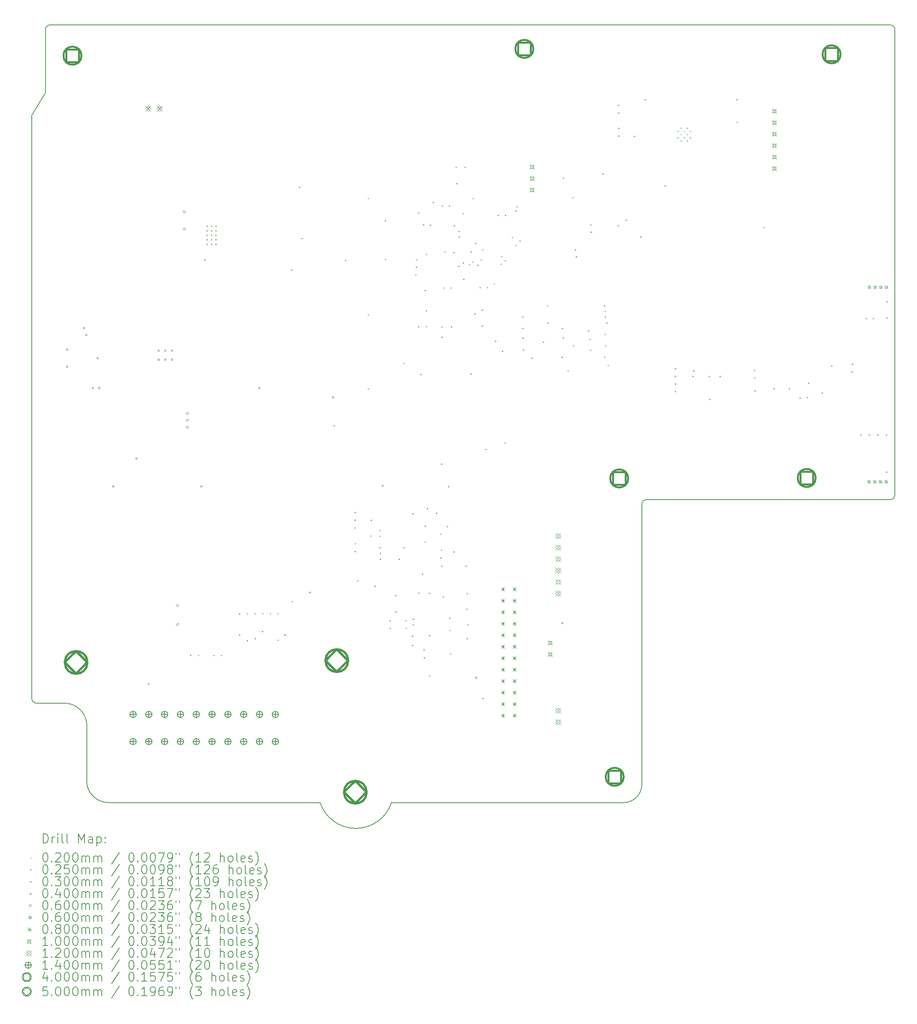
<source format=gbr>
%TF.GenerationSoftware,KiCad,Pcbnew,8.0.3*%
%TF.CreationDate,2024-08-06T18:59:45+01:00*%
%TF.ProjectId,Tesla Small Drive,5465736c-6120-4536-9d61-6c6c20447269,rev?*%
%TF.SameCoordinates,Original*%
%TF.FileFunction,Drillmap*%
%TF.FilePolarity,Positive*%
%FSLAX45Y45*%
G04 Gerber Fmt 4.5, Leading zero omitted, Abs format (unit mm)*
G04 Created by KiCad (PCBNEW 8.0.3) date 2024-08-06 18:59:45*
%MOMM*%
%LPD*%
G01*
G04 APERTURE LIST*
%ADD10C,0.200000*%
%ADD11C,0.100000*%
%ADD12C,0.120000*%
%ADD13C,0.140000*%
%ADD14C,0.400000*%
%ADD15C,0.500000*%
G04 APERTURE END LIST*
D10*
X5520000Y-17900000D02*
X5520000Y-19200000D01*
X4600000Y-2500000D02*
G75*
G02*
X4700000Y-2400000I100000J0D01*
G01*
X17800000Y-19200000D02*
G75*
G02*
X17400000Y-19600000I-400000J0D01*
G01*
X12260346Y-19600404D02*
X17400000Y-19599956D01*
X4300000Y-17299040D02*
X4300000Y-4400000D01*
X23400000Y-12800000D02*
G75*
G02*
X23300000Y-12900000I-100000J0D01*
G01*
X4399995Y-17400354D02*
X5014986Y-17399990D01*
X12260346Y-19600404D02*
G75*
G02*
X10679457Y-19600677I-790490J263726D01*
G01*
X4399995Y-17400354D02*
G75*
G02*
X4299393Y-17299040I715J101314D01*
G01*
X23300000Y-2400000D02*
G75*
G02*
X23400000Y-2500000I0J-100000D01*
G01*
X23300000Y-2400000D02*
X4700000Y-2400000D01*
X6000000Y-19599562D02*
G75*
G02*
X5520004Y-19199999I0J488092D01*
G01*
X17900000Y-12900000D02*
X23300000Y-12900000D01*
X4600000Y-3900000D02*
X4300000Y-4400000D01*
X23400000Y-12800000D02*
X23400000Y-2500000D01*
X5014986Y-17399990D02*
G75*
G02*
X5520005Y-17900000I3934J-501071D01*
G01*
X4600000Y-2500000D02*
X4600000Y-3900000D01*
X17800000Y-13000000D02*
G75*
G02*
X17900000Y-12900000I100000J0D01*
G01*
X6000000Y-19600000D02*
X10679457Y-19600677D01*
X17800000Y-19200000D02*
X17800000Y-13000000D01*
D11*
X18585000Y-4741000D02*
X18605000Y-4761000D01*
X18605000Y-4741000D02*
X18585000Y-4761000D01*
X18585000Y-4881000D02*
X18605000Y-4901000D01*
X18605000Y-4881000D02*
X18585000Y-4901000D01*
X18655000Y-4671000D02*
X18675000Y-4691000D01*
X18675000Y-4671000D02*
X18655000Y-4691000D01*
X18655000Y-4811000D02*
X18675000Y-4831000D01*
X18675000Y-4811000D02*
X18655000Y-4831000D01*
X18655000Y-4951000D02*
X18675000Y-4971000D01*
X18675000Y-4951000D02*
X18655000Y-4971000D01*
X18722500Y-4741000D02*
X18742500Y-4761000D01*
X18742500Y-4741000D02*
X18722500Y-4761000D01*
X18722500Y-4881000D02*
X18742500Y-4901000D01*
X18742500Y-4881000D02*
X18722500Y-4901000D01*
X18795000Y-4671000D02*
X18815000Y-4691000D01*
X18815000Y-4671000D02*
X18795000Y-4691000D01*
X18795000Y-4811000D02*
X18815000Y-4831000D01*
X18815000Y-4811000D02*
X18795000Y-4831000D01*
X18795000Y-4951000D02*
X18815000Y-4971000D01*
X18815000Y-4951000D02*
X18795000Y-4971000D01*
X18865000Y-4741000D02*
X18885000Y-4761000D01*
X18885000Y-4741000D02*
X18865000Y-4761000D01*
X18865000Y-4881000D02*
X18885000Y-4901000D01*
X18885000Y-4881000D02*
X18865000Y-4901000D01*
X7829000Y-16347000D02*
G75*
G02*
X7804000Y-16347000I-12500J0D01*
G01*
X7804000Y-16347000D02*
G75*
G02*
X7829000Y-16347000I12500J0D01*
G01*
X8004000Y-16347000D02*
G75*
G02*
X7979000Y-16347000I-12500J0D01*
G01*
X7979000Y-16347000D02*
G75*
G02*
X8004000Y-16347000I12500J0D01*
G01*
X8142500Y-7600000D02*
G75*
G02*
X8117500Y-7600000I-12500J0D01*
G01*
X8117500Y-7600000D02*
G75*
G02*
X8142500Y-7600000I12500J0D01*
G01*
X8340000Y-16347500D02*
G75*
G02*
X8315000Y-16347500I-12500J0D01*
G01*
X8315000Y-16347500D02*
G75*
G02*
X8340000Y-16347500I12500J0D01*
G01*
X8510000Y-16347500D02*
G75*
G02*
X8485000Y-16347500I-12500J0D01*
G01*
X8485000Y-16347500D02*
G75*
G02*
X8510000Y-16347500I12500J0D01*
G01*
X8912500Y-15897000D02*
G75*
G02*
X8887500Y-15897000I-12500J0D01*
G01*
X8887500Y-15897000D02*
G75*
G02*
X8912500Y-15897000I12500J0D01*
G01*
X8914500Y-15429500D02*
G75*
G02*
X8889500Y-15429500I-12500J0D01*
G01*
X8889500Y-15429500D02*
G75*
G02*
X8914500Y-15429500I12500J0D01*
G01*
X9082500Y-16020000D02*
G75*
G02*
X9057500Y-16020000I-12500J0D01*
G01*
X9057500Y-16020000D02*
G75*
G02*
X9082500Y-16020000I12500J0D01*
G01*
X9084500Y-15426000D02*
G75*
G02*
X9059500Y-15426000I-12500J0D01*
G01*
X9059500Y-15426000D02*
G75*
G02*
X9084500Y-15426000I12500J0D01*
G01*
X9254500Y-15424000D02*
G75*
G02*
X9229500Y-15424000I-12500J0D01*
G01*
X9229500Y-15424000D02*
G75*
G02*
X9254500Y-15424000I12500J0D01*
G01*
X9421500Y-15819000D02*
G75*
G02*
X9396500Y-15819000I-12500J0D01*
G01*
X9396500Y-15819000D02*
G75*
G02*
X9421500Y-15819000I12500J0D01*
G01*
X9424500Y-15425750D02*
G75*
G02*
X9399500Y-15425750I-12500J0D01*
G01*
X9399500Y-15425750D02*
G75*
G02*
X9424500Y-15425750I12500J0D01*
G01*
X9594500Y-15425750D02*
G75*
G02*
X9569500Y-15425750I-12500J0D01*
G01*
X9569500Y-15425750D02*
G75*
G02*
X9594500Y-15425750I12500J0D01*
G01*
X9762500Y-16010000D02*
G75*
G02*
X9737500Y-16010000I-12500J0D01*
G01*
X9737500Y-16010000D02*
G75*
G02*
X9762500Y-16010000I12500J0D01*
G01*
X9763500Y-15427000D02*
G75*
G02*
X9738500Y-15427000I-12500J0D01*
G01*
X9738500Y-15427000D02*
G75*
G02*
X9763500Y-15427000I12500J0D01*
G01*
X10075500Y-15153000D02*
G75*
G02*
X10050500Y-15153000I-12500J0D01*
G01*
X10050500Y-15153000D02*
G75*
G02*
X10075500Y-15153000I12500J0D01*
G01*
X11467500Y-13185000D02*
G75*
G02*
X11442500Y-13185000I-12500J0D01*
G01*
X11442500Y-13185000D02*
G75*
G02*
X11467500Y-13185000I12500J0D01*
G01*
X11467500Y-13355000D02*
G75*
G02*
X11442500Y-13355000I-12500J0D01*
G01*
X11442500Y-13355000D02*
G75*
G02*
X11467500Y-13355000I12500J0D01*
G01*
X11467500Y-13530000D02*
G75*
G02*
X11442500Y-13530000I-12500J0D01*
G01*
X11442500Y-13530000D02*
G75*
G02*
X11467500Y-13530000I12500J0D01*
G01*
X11467500Y-14050000D02*
G75*
G02*
X11442500Y-14050000I-12500J0D01*
G01*
X11442500Y-14050000D02*
G75*
G02*
X11467500Y-14050000I12500J0D01*
G01*
X11477500Y-13875000D02*
G75*
G02*
X11452500Y-13875000I-12500J0D01*
G01*
X11452500Y-13875000D02*
G75*
G02*
X11477500Y-13875000I12500J0D01*
G01*
X11761500Y-10451000D02*
G75*
G02*
X11736500Y-10451000I-12500J0D01*
G01*
X11736500Y-10451000D02*
G75*
G02*
X11761500Y-10451000I12500J0D01*
G01*
X11762500Y-6240000D02*
G75*
G02*
X11737500Y-6240000I-12500J0D01*
G01*
X11737500Y-6240000D02*
G75*
G02*
X11762500Y-6240000I12500J0D01*
G01*
X11762500Y-8815000D02*
G75*
G02*
X11737500Y-8815000I-12500J0D01*
G01*
X11737500Y-8815000D02*
G75*
G02*
X11762500Y-8815000I12500J0D01*
G01*
X11810000Y-13705000D02*
G75*
G02*
X11785000Y-13705000I-12500J0D01*
G01*
X11785000Y-13705000D02*
G75*
G02*
X11810000Y-13705000I12500J0D01*
G01*
X12017500Y-13715000D02*
G75*
G02*
X11992500Y-13715000I-12500J0D01*
G01*
X11992500Y-13715000D02*
G75*
G02*
X12017500Y-13715000I12500J0D01*
G01*
X12017502Y-13585000D02*
G75*
G02*
X11992502Y-13585000I-12500J0D01*
G01*
X11992502Y-13585000D02*
G75*
G02*
X12017502Y-13585000I12500J0D01*
G01*
X12022500Y-13965000D02*
G75*
G02*
X11997500Y-13965000I-12500J0D01*
G01*
X11997500Y-13965000D02*
G75*
G02*
X12022500Y-13965000I12500J0D01*
G01*
X12027500Y-14090000D02*
G75*
G02*
X12002500Y-14090000I-12500J0D01*
G01*
X12002500Y-14090000D02*
G75*
G02*
X12027500Y-14090000I12500J0D01*
G01*
X12027500Y-14220000D02*
G75*
G02*
X12002500Y-14220000I-12500J0D01*
G01*
X12002500Y-14220000D02*
G75*
G02*
X12027500Y-14220000I12500J0D01*
G01*
X12137500Y-6735000D02*
G75*
G02*
X12112500Y-6735000I-12500J0D01*
G01*
X12112500Y-6735000D02*
G75*
G02*
X12137500Y-6735000I12500J0D01*
G01*
X12142500Y-7585000D02*
G75*
G02*
X12117500Y-7585000I-12500J0D01*
G01*
X12117500Y-7585000D02*
G75*
G02*
X12142500Y-7585000I12500J0D01*
G01*
X12366500Y-15022000D02*
G75*
G02*
X12341500Y-15022000I-12500J0D01*
G01*
X12341500Y-15022000D02*
G75*
G02*
X12366500Y-15022000I12500J0D01*
G01*
X12442500Y-14220000D02*
G75*
G02*
X12417500Y-14220000I-12500J0D01*
G01*
X12417500Y-14220000D02*
G75*
G02*
X12442500Y-14220000I12500J0D01*
G01*
X12547500Y-9890000D02*
G75*
G02*
X12522500Y-9890000I-12500J0D01*
G01*
X12522500Y-9890000D02*
G75*
G02*
X12547500Y-9890000I12500J0D01*
G01*
X12552500Y-13965000D02*
G75*
G02*
X12527500Y-13965000I-12500J0D01*
G01*
X12527500Y-13965000D02*
G75*
G02*
X12552500Y-13965000I12500J0D01*
G01*
X12592500Y-15578000D02*
G75*
G02*
X12567500Y-15578000I-12500J0D01*
G01*
X12567500Y-15578000D02*
G75*
G02*
X12592500Y-15578000I12500J0D01*
G01*
X12602500Y-15748000D02*
G75*
G02*
X12577500Y-15748000I-12500J0D01*
G01*
X12577500Y-15748000D02*
G75*
G02*
X12602500Y-15748000I12500J0D01*
G01*
X12747500Y-13210000D02*
G75*
G02*
X12722500Y-13210000I-12500J0D01*
G01*
X12722500Y-13210000D02*
G75*
G02*
X12747500Y-13210000I12500J0D01*
G01*
X12812500Y-7930000D02*
G75*
G02*
X12787500Y-7930000I-12500J0D01*
G01*
X12787500Y-7930000D02*
G75*
G02*
X12812500Y-7930000I12500J0D01*
G01*
X12822500Y-7760000D02*
G75*
G02*
X12797500Y-7760000I-12500J0D01*
G01*
X12797500Y-7760000D02*
G75*
G02*
X12822500Y-7760000I12500J0D01*
G01*
X12825230Y-7592730D02*
G75*
G02*
X12800230Y-7592730I-12500J0D01*
G01*
X12800230Y-7592730D02*
G75*
G02*
X12825230Y-7592730I12500J0D01*
G01*
X12877500Y-9080000D02*
G75*
G02*
X12852500Y-9080000I-12500J0D01*
G01*
X12852500Y-9080000D02*
G75*
G02*
X12877500Y-9080000I12500J0D01*
G01*
X12962499Y-14549999D02*
G75*
G02*
X12937499Y-14549999I-12500J0D01*
G01*
X12937499Y-14549999D02*
G75*
G02*
X12962499Y-14549999I12500J0D01*
G01*
X13017500Y-8275000D02*
G75*
G02*
X12992500Y-8275000I-12500J0D01*
G01*
X12992500Y-8275000D02*
G75*
G02*
X13017500Y-8275000I12500J0D01*
G01*
X13017500Y-13490000D02*
G75*
G02*
X12992500Y-13490000I-12500J0D01*
G01*
X12992500Y-13490000D02*
G75*
G02*
X13017500Y-13490000I12500J0D01*
G01*
X13017500Y-13840000D02*
G75*
G02*
X12992500Y-13840000I-12500J0D01*
G01*
X12992500Y-13840000D02*
G75*
G02*
X13017500Y-13840000I12500J0D01*
G01*
X13042500Y-8724999D02*
G75*
G02*
X13017500Y-8724999I-12500J0D01*
G01*
X13017500Y-8724999D02*
G75*
G02*
X13042500Y-8724999I12500J0D01*
G01*
X13047500Y-9075000D02*
G75*
G02*
X13022500Y-9075000I-12500J0D01*
G01*
X13022500Y-9075000D02*
G75*
G02*
X13047500Y-9075000I12500J0D01*
G01*
X13052500Y-7475000D02*
G75*
G02*
X13027500Y-7475000I-12500J0D01*
G01*
X13027500Y-7475000D02*
G75*
G02*
X13052500Y-7475000I12500J0D01*
G01*
X13069500Y-13103000D02*
G75*
G02*
X13044500Y-13103000I-12500J0D01*
G01*
X13044500Y-13103000D02*
G75*
G02*
X13069500Y-13103000I12500J0D01*
G01*
X13116500Y-16798000D02*
G75*
G02*
X13091500Y-16798000I-12500J0D01*
G01*
X13091500Y-16798000D02*
G75*
G02*
X13116500Y-16798000I12500J0D01*
G01*
X13197500Y-6330000D02*
G75*
G02*
X13172500Y-6330000I-12500J0D01*
G01*
X13172500Y-6330000D02*
G75*
G02*
X13197500Y-6330000I12500J0D01*
G01*
X13272500Y-13200000D02*
G75*
G02*
X13247500Y-13200000I-12500J0D01*
G01*
X13247500Y-13200000D02*
G75*
G02*
X13272500Y-13200000I12500J0D01*
G01*
X13367500Y-13665000D02*
G75*
G02*
X13342500Y-13665000I-12500J0D01*
G01*
X13342500Y-13665000D02*
G75*
G02*
X13367500Y-13665000I12500J0D01*
G01*
X13367500Y-14195000D02*
G75*
G02*
X13342500Y-14195000I-12500J0D01*
G01*
X13342500Y-14195000D02*
G75*
G02*
X13367500Y-14195000I12500J0D01*
G01*
X13377500Y-14020000D02*
G75*
G02*
X13352500Y-14020000I-12500J0D01*
G01*
X13352500Y-14020000D02*
G75*
G02*
X13377500Y-14020000I12500J0D01*
G01*
X13387500Y-9080000D02*
G75*
G02*
X13362500Y-9080000I-12500J0D01*
G01*
X13362500Y-9080000D02*
G75*
G02*
X13387500Y-9080000I12500J0D01*
G01*
X13392499Y-9309999D02*
G75*
G02*
X13367499Y-9309999I-12500J0D01*
G01*
X13367499Y-9309999D02*
G75*
G02*
X13392499Y-9309999I12500J0D01*
G01*
X13435000Y-8220000D02*
G75*
G02*
X13410000Y-8220000I-12500J0D01*
G01*
X13410000Y-8220000D02*
G75*
G02*
X13435000Y-8220000I12500J0D01*
G01*
X13452500Y-7425000D02*
G75*
G02*
X13427500Y-7425000I-12500J0D01*
G01*
X13427500Y-7425000D02*
G75*
G02*
X13452500Y-7425000I12500J0D01*
G01*
X13563500Y-15523000D02*
G75*
G02*
X13538500Y-15523000I-12500J0D01*
G01*
X13538500Y-15523000D02*
G75*
G02*
X13563500Y-15523000I12500J0D01*
G01*
X13563500Y-15796000D02*
G75*
G02*
X13538500Y-15796000I-12500J0D01*
G01*
X13538500Y-15796000D02*
G75*
G02*
X13563500Y-15796000I12500J0D01*
G01*
X13585500Y-16314000D02*
G75*
G02*
X13560500Y-16314000I-12500J0D01*
G01*
X13560500Y-16314000D02*
G75*
G02*
X13585500Y-16314000I12500J0D01*
G01*
X13590003Y-8217493D02*
G75*
G02*
X13565003Y-8217493I-12500J0D01*
G01*
X13565003Y-8217493D02*
G75*
G02*
X13590003Y-8217493I12500J0D01*
G01*
X13602500Y-9080001D02*
G75*
G02*
X13577500Y-9080001I-12500J0D01*
G01*
X13577500Y-9080001D02*
G75*
G02*
X13602500Y-9080001I12500J0D01*
G01*
X13652500Y-7435000D02*
G75*
G02*
X13627500Y-7435000I-12500J0D01*
G01*
X13627500Y-7435000D02*
G75*
G02*
X13652500Y-7435000I12500J0D01*
G01*
X13662501Y-14059999D02*
G75*
G02*
X13637501Y-14059999I-12500J0D01*
G01*
X13637501Y-14059999D02*
G75*
G02*
X13662501Y-14059999I12500J0D01*
G01*
X13663311Y-6844541D02*
G75*
G02*
X13638311Y-6844541I-12500J0D01*
G01*
X13638311Y-6844541D02*
G75*
G02*
X13663311Y-6844541I12500J0D01*
G01*
X13702500Y-5550000D02*
G75*
G02*
X13677500Y-5550000I-12500J0D01*
G01*
X13677500Y-5550000D02*
G75*
G02*
X13702500Y-5550000I12500J0D01*
G01*
X13722500Y-5910000D02*
G75*
G02*
X13697500Y-5910000I-12500J0D01*
G01*
X13697500Y-5910000D02*
G75*
G02*
X13722500Y-5910000I12500J0D01*
G01*
X13762500Y-7740000D02*
G75*
G02*
X13737500Y-7740000I-12500J0D01*
G01*
X13737500Y-7740000D02*
G75*
G02*
X13762500Y-7740000I12500J0D01*
G01*
X13763339Y-6970839D02*
G75*
G02*
X13738339Y-6970839I-12500J0D01*
G01*
X13738339Y-6970839D02*
G75*
G02*
X13763339Y-6970839I12500J0D01*
G01*
X13772500Y-7090000D02*
G75*
G02*
X13747500Y-7090000I-12500J0D01*
G01*
X13747500Y-7090000D02*
G75*
G02*
X13772500Y-7090000I12500J0D01*
G01*
X13862500Y-6580000D02*
G75*
G02*
X13837500Y-6580000I-12500J0D01*
G01*
X13837500Y-6580000D02*
G75*
G02*
X13862500Y-6580000I12500J0D01*
G01*
X13867500Y-7665000D02*
G75*
G02*
X13842500Y-7665000I-12500J0D01*
G01*
X13842500Y-7665000D02*
G75*
G02*
X13867500Y-7665000I12500J0D01*
G01*
X13872500Y-8030000D02*
G75*
G02*
X13847500Y-8030000I-12500J0D01*
G01*
X13847500Y-8030000D02*
G75*
G02*
X13872500Y-8030000I12500J0D01*
G01*
X13902500Y-5550000D02*
G75*
G02*
X13877500Y-5550000I-12500J0D01*
G01*
X13877500Y-5550000D02*
G75*
G02*
X13902500Y-5550000I12500J0D01*
G01*
X13963500Y-15667000D02*
G75*
G02*
X13938500Y-15667000I-12500J0D01*
G01*
X13938500Y-15667000D02*
G75*
G02*
X13963500Y-15667000I12500J0D01*
G01*
X13997500Y-7700000D02*
G75*
G02*
X13972500Y-7700000I-12500J0D01*
G01*
X13972500Y-7700000D02*
G75*
G02*
X13997500Y-7700000I12500J0D01*
G01*
X14032500Y-7420000D02*
G75*
G02*
X14007500Y-7420000I-12500J0D01*
G01*
X14007500Y-7420000D02*
G75*
G02*
X14032500Y-7420000I12500J0D01*
G01*
X14070000Y-7644518D02*
G75*
G02*
X14045000Y-7644518I-12500J0D01*
G01*
X14045000Y-7644518D02*
G75*
G02*
X14070000Y-7644518I12500J0D01*
G01*
X14082500Y-6240000D02*
G75*
G02*
X14057500Y-6240000I-12500J0D01*
G01*
X14057500Y-6240000D02*
G75*
G02*
X14082500Y-6240000I12500J0D01*
G01*
X14137500Y-7230000D02*
G75*
G02*
X14112500Y-7230000I-12500J0D01*
G01*
X14112500Y-7230000D02*
G75*
G02*
X14137500Y-7230000I12500J0D01*
G01*
X14186794Y-7718668D02*
G75*
G02*
X14161794Y-7718668I-12500J0D01*
G01*
X14161794Y-7718668D02*
G75*
G02*
X14186794Y-7718668I12500J0D01*
G01*
X14232500Y-8210000D02*
G75*
G02*
X14207500Y-8210000I-12500J0D01*
G01*
X14207500Y-8210000D02*
G75*
G02*
X14232500Y-8210000I12500J0D01*
G01*
X14259294Y-7600000D02*
G75*
G02*
X14234294Y-7600000I-12500J0D01*
G01*
X14234294Y-7600000D02*
G75*
G02*
X14259294Y-7600000I12500J0D01*
G01*
X14282500Y-8705000D02*
G75*
G02*
X14257500Y-8705000I-12500J0D01*
G01*
X14257500Y-8705000D02*
G75*
G02*
X14282500Y-8705000I12500J0D01*
G01*
X14282500Y-9060003D02*
G75*
G02*
X14257500Y-9060003I-12500J0D01*
G01*
X14257500Y-9060003D02*
G75*
G02*
X14282500Y-9060003I12500J0D01*
G01*
X14292500Y-7375000D02*
G75*
G02*
X14267500Y-7375000I-12500J0D01*
G01*
X14267500Y-7375000D02*
G75*
G02*
X14292500Y-7375000I12500J0D01*
G01*
X14392500Y-8210000D02*
G75*
G02*
X14367500Y-8210000I-12500J0D01*
G01*
X14367500Y-8210000D02*
G75*
G02*
X14392500Y-8210000I12500J0D01*
G01*
X14547500Y-8131000D02*
G75*
G02*
X14522500Y-8131000I-12500J0D01*
G01*
X14522500Y-8131000D02*
G75*
G02*
X14547500Y-8131000I12500J0D01*
G01*
X14637501Y-6615000D02*
G75*
G02*
X14612501Y-6615000I-12500J0D01*
G01*
X14612501Y-6615000D02*
G75*
G02*
X14637501Y-6615000I12500J0D01*
G01*
X14702500Y-7695000D02*
G75*
G02*
X14677500Y-7695000I-12500J0D01*
G01*
X14677500Y-7695000D02*
G75*
G02*
X14702500Y-7695000I12500J0D01*
G01*
X14707500Y-7525000D02*
G75*
G02*
X14682500Y-7525000I-12500J0D01*
G01*
X14682500Y-7525000D02*
G75*
G02*
X14707500Y-7525000I12500J0D01*
G01*
X14731500Y-9619000D02*
G75*
G02*
X14706500Y-9619000I-12500J0D01*
G01*
X14706500Y-9619000D02*
G75*
G02*
X14731500Y-9619000I12500J0D01*
G01*
X14782500Y-11650000D02*
G75*
G02*
X14757500Y-11650000I-12500J0D01*
G01*
X14757500Y-11650000D02*
G75*
G02*
X14782500Y-11650000I12500J0D01*
G01*
X14792500Y-7620000D02*
G75*
G02*
X14767500Y-7620000I-12500J0D01*
G01*
X14767500Y-7620000D02*
G75*
G02*
X14792500Y-7620000I12500J0D01*
G01*
X14797500Y-6615001D02*
G75*
G02*
X14772500Y-6615001I-12500J0D01*
G01*
X14772500Y-6615001D02*
G75*
G02*
X14797500Y-6615001I12500J0D01*
G01*
X14947500Y-7100000D02*
G75*
G02*
X14922500Y-7100000I-12500J0D01*
G01*
X14922500Y-7100000D02*
G75*
G02*
X14947500Y-7100000I12500J0D01*
G01*
X15027500Y-6515000D02*
G75*
G02*
X15002500Y-6515000I-12500J0D01*
G01*
X15002500Y-6515000D02*
G75*
G02*
X15027500Y-6515000I12500J0D01*
G01*
X15027500Y-7280000D02*
G75*
G02*
X15002500Y-7280000I-12500J0D01*
G01*
X15002500Y-7280000D02*
G75*
G02*
X15027500Y-7280000I12500J0D01*
G01*
X15052500Y-6425000D02*
G75*
G02*
X15027500Y-6425000I-12500J0D01*
G01*
X15027500Y-6425000D02*
G75*
G02*
X15052500Y-6425000I12500J0D01*
G01*
X15117500Y-7180000D02*
G75*
G02*
X15092500Y-7180000I-12500J0D01*
G01*
X15092500Y-7180000D02*
G75*
G02*
X15117500Y-7180000I12500J0D01*
G01*
X15727500Y-8610000D02*
G75*
G02*
X15702500Y-8610000I-12500J0D01*
G01*
X15702500Y-8610000D02*
G75*
G02*
X15727500Y-8610000I12500J0D01*
G01*
X16182500Y-10060000D02*
G75*
G02*
X16157500Y-10060000I-12500J0D01*
G01*
X16157500Y-10060000D02*
G75*
G02*
X16182500Y-10060000I12500J0D01*
G01*
X16282500Y-6220000D02*
G75*
G02*
X16257500Y-6220000I-12500J0D01*
G01*
X16257500Y-6220000D02*
G75*
G02*
X16282500Y-6220000I12500J0D01*
G01*
X16301500Y-9497000D02*
G75*
G02*
X16276500Y-9497000I-12500J0D01*
G01*
X16276500Y-9497000D02*
G75*
G02*
X16301500Y-9497000I12500J0D01*
G01*
X16347498Y-7375000D02*
G75*
G02*
X16322498Y-7375000I-12500J0D01*
G01*
X16322498Y-7375000D02*
G75*
G02*
X16347498Y-7375000I12500J0D01*
G01*
X16362501Y-7530000D02*
G75*
G02*
X16337501Y-7530000I-12500J0D01*
G01*
X16337501Y-7530000D02*
G75*
G02*
X16362501Y-7530000I12500J0D01*
G01*
X16667500Y-9355000D02*
G75*
G02*
X16642500Y-9355000I-12500J0D01*
G01*
X16642500Y-9355000D02*
G75*
G02*
X16667500Y-9355000I12500J0D01*
G01*
X16682500Y-9600000D02*
G75*
G02*
X16657500Y-9600000I-12500J0D01*
G01*
X16657500Y-9600000D02*
G75*
G02*
X16682500Y-9600000I12500J0D01*
G01*
X16992501Y-9750000D02*
G75*
G02*
X16967501Y-9750000I-12500J0D01*
G01*
X16967501Y-9750000D02*
G75*
G02*
X16992501Y-9750000I12500J0D01*
G01*
X16993735Y-8613765D02*
G75*
G02*
X16968735Y-8613765I-12500J0D01*
G01*
X16968735Y-8613765D02*
G75*
G02*
X16993735Y-8613765I12500J0D01*
G01*
X17002500Y-8735000D02*
G75*
G02*
X16977500Y-8735000I-12500J0D01*
G01*
X16977500Y-8735000D02*
G75*
G02*
X17002500Y-8735000I12500J0D01*
G01*
X17002500Y-9245000D02*
G75*
G02*
X16977500Y-9245000I-12500J0D01*
G01*
X16977500Y-9245000D02*
G75*
G02*
X17002500Y-9245000I12500J0D01*
G01*
X17006265Y-8856235D02*
G75*
G02*
X16981265Y-8856235I-12500J0D01*
G01*
X16981265Y-8856235D02*
G75*
G02*
X17006265Y-8856235I12500J0D01*
G01*
X17012500Y-9500000D02*
G75*
G02*
X16987500Y-9500000I-12500J0D01*
G01*
X16987500Y-9500000D02*
G75*
G02*
X17012500Y-9500000I12500J0D01*
G01*
X17072500Y-9930000D02*
G75*
G02*
X17047500Y-9930000I-12500J0D01*
G01*
X17047500Y-9930000D02*
G75*
G02*
X17072500Y-9930000I12500J0D01*
G01*
X18552500Y-10510000D02*
G75*
G02*
X18527500Y-10510000I-12500J0D01*
G01*
X18527500Y-10510000D02*
G75*
G02*
X18552500Y-10510000I12500J0D01*
G01*
X18962500Y-10050000D02*
G75*
G02*
X18937500Y-10050000I-12500J0D01*
G01*
X18937500Y-10050000D02*
G75*
G02*
X18962500Y-10050000I12500J0D01*
G01*
X19922500Y-4555000D02*
G75*
G02*
X19897500Y-4555000I-12500J0D01*
G01*
X19897500Y-4555000D02*
G75*
G02*
X19922500Y-4555000I12500J0D01*
G01*
X20312500Y-10210000D02*
G75*
G02*
X20287500Y-10210000I-12500J0D01*
G01*
X20287500Y-10210000D02*
G75*
G02*
X20312500Y-10210000I12500J0D01*
G01*
X20517500Y-6885000D02*
G75*
G02*
X20492500Y-6885000I-12500J0D01*
G01*
X20492500Y-6885000D02*
G75*
G02*
X20517500Y-6885000I12500J0D01*
G01*
X21807500Y-10545000D02*
G75*
G02*
X21782500Y-10545000I-12500J0D01*
G01*
X21782500Y-10545000D02*
G75*
G02*
X21807500Y-10545000I12500J0D01*
G01*
X23032833Y-11465334D02*
G75*
G02*
X23007833Y-11465334I-12500J0D01*
G01*
X23007833Y-11465334D02*
G75*
G02*
X23032833Y-11465334I12500J0D01*
G01*
X6880000Y-16955000D02*
X6880000Y-16985000D01*
X6865000Y-16970000D02*
X6895000Y-16970000D01*
X8175000Y-6835000D02*
X8175000Y-6865000D01*
X8160000Y-6850000D02*
X8190000Y-6850000D01*
X8175000Y-6935000D02*
X8175000Y-6965000D01*
X8160000Y-6950000D02*
X8190000Y-6950000D01*
X8175000Y-7035000D02*
X8175000Y-7065000D01*
X8160000Y-7050000D02*
X8190000Y-7050000D01*
X8175000Y-7135000D02*
X8175000Y-7165000D01*
X8160000Y-7150000D02*
X8190000Y-7150000D01*
X8175000Y-7235000D02*
X8175000Y-7265000D01*
X8160000Y-7250000D02*
X8190000Y-7250000D01*
X8275000Y-6835000D02*
X8275000Y-6865000D01*
X8260000Y-6850000D02*
X8290000Y-6850000D01*
X8275000Y-6935000D02*
X8275000Y-6965000D01*
X8260000Y-6950000D02*
X8290000Y-6950000D01*
X8275000Y-7035000D02*
X8275000Y-7065000D01*
X8260000Y-7050000D02*
X8290000Y-7050000D01*
X8275000Y-7135000D02*
X8275000Y-7165000D01*
X8260000Y-7150000D02*
X8290000Y-7150000D01*
X8275000Y-7235000D02*
X8275000Y-7265000D01*
X8260000Y-7250000D02*
X8290000Y-7250000D01*
X8375000Y-6835000D02*
X8375000Y-6865000D01*
X8360000Y-6850000D02*
X8390000Y-6850000D01*
X8375000Y-6935000D02*
X8375000Y-6965000D01*
X8360000Y-6950000D02*
X8390000Y-6950000D01*
X8375000Y-7035000D02*
X8375000Y-7065000D01*
X8360000Y-7050000D02*
X8390000Y-7050000D01*
X8375000Y-7135000D02*
X8375000Y-7165000D01*
X8360000Y-7150000D02*
X8390000Y-7150000D01*
X8375000Y-7235000D02*
X8375000Y-7265000D01*
X8360000Y-7250000D02*
X8390000Y-7250000D01*
X9241000Y-15954000D02*
X9241000Y-15984000D01*
X9226000Y-15969000D02*
X9256000Y-15969000D01*
X10045500Y-7806500D02*
X10045500Y-7836500D01*
X10030500Y-7821500D02*
X10060500Y-7821500D01*
X10221000Y-5976000D02*
X10221000Y-6006000D01*
X10206000Y-5991000D02*
X10236000Y-5991000D01*
X10276000Y-7106000D02*
X10276000Y-7136000D01*
X10261000Y-7121000D02*
X10291000Y-7121000D01*
X10986000Y-11245000D02*
X10986000Y-11275000D01*
X10971000Y-11260000D02*
X11001000Y-11260000D01*
X11239000Y-7589000D02*
X11239000Y-7619000D01*
X11224000Y-7604000D02*
X11254000Y-7604000D01*
X11510000Y-14675000D02*
X11510000Y-14705000D01*
X11495000Y-14690000D02*
X11525000Y-14690000D01*
X11808999Y-13339000D02*
X11808999Y-13369000D01*
X11793999Y-13354000D02*
X11823999Y-13354000D01*
X11894000Y-14800000D02*
X11894000Y-14830000D01*
X11879000Y-14815000D02*
X11909000Y-14815000D01*
X12228000Y-15563000D02*
X12228000Y-15593000D01*
X12213000Y-15578000D02*
X12243000Y-15578000D01*
X12228250Y-15733000D02*
X12228250Y-15763000D01*
X12213250Y-15748000D02*
X12243250Y-15748000D01*
X12360000Y-15365000D02*
X12360000Y-15395000D01*
X12345000Y-15380000D02*
X12375000Y-15380000D01*
X12725000Y-15904750D02*
X12725000Y-15934750D01*
X12710000Y-15919750D02*
X12740000Y-15919750D01*
X12725000Y-16104750D02*
X12725000Y-16134750D01*
X12710000Y-16119750D02*
X12740000Y-16119750D01*
X12740000Y-15525000D02*
X12740000Y-15555000D01*
X12725000Y-15540000D02*
X12755000Y-15540000D01*
X12740000Y-15655000D02*
X12740000Y-15685000D01*
X12725000Y-15670000D02*
X12755000Y-15670000D01*
X12860000Y-6545000D02*
X12860000Y-6575000D01*
X12845000Y-6560000D02*
X12875000Y-6560000D01*
X12862000Y-14950000D02*
X12862000Y-14980000D01*
X12847000Y-14965000D02*
X12877000Y-14965000D01*
X12910000Y-10110000D02*
X12910000Y-10140000D01*
X12895000Y-10125000D02*
X12925000Y-10125000D01*
X12970000Y-6800000D02*
X12970000Y-6830000D01*
X12955000Y-6815000D02*
X12985000Y-6815000D01*
X12975000Y-16204750D02*
X12975000Y-16234750D01*
X12960000Y-16219750D02*
X12990000Y-16219750D01*
X12984000Y-16379000D02*
X12984000Y-16409000D01*
X12969000Y-16394000D02*
X12999000Y-16394000D01*
X13097000Y-14954000D02*
X13097000Y-14984000D01*
X13082000Y-14969000D02*
X13112000Y-14969000D01*
X13097000Y-15887000D02*
X13097000Y-15917000D01*
X13082000Y-15902000D02*
X13112000Y-15902000D01*
X13122500Y-6810000D02*
X13122500Y-6840000D01*
X13107500Y-6825000D02*
X13137500Y-6825000D01*
X13367000Y-12096000D02*
X13367000Y-12126000D01*
X13352000Y-12111000D02*
X13382000Y-12111000D01*
X13369000Y-14359000D02*
X13369000Y-14389000D01*
X13354000Y-14374000D02*
X13384000Y-14374000D01*
X13380000Y-6385000D02*
X13380000Y-6415000D01*
X13365000Y-6400000D02*
X13395000Y-6400000D01*
X13406000Y-15037000D02*
X13406000Y-15067000D01*
X13391000Y-15052000D02*
X13421000Y-15052000D01*
X13492000Y-13478000D02*
X13492000Y-13508000D01*
X13477000Y-13493000D02*
X13507000Y-13493000D01*
X13523000Y-12594000D02*
X13523000Y-12624000D01*
X13508000Y-12609000D02*
X13538000Y-12609000D01*
X13540000Y-6385000D02*
X13540000Y-6415000D01*
X13525000Y-6400000D02*
X13555000Y-6400000D01*
X13910000Y-14352000D02*
X13910000Y-14382000D01*
X13895000Y-14367000D02*
X13925000Y-14367000D01*
X13923000Y-15303000D02*
X13923000Y-15333000D01*
X13908000Y-15318000D02*
X13938000Y-15318000D01*
X13930000Y-14961000D02*
X13930000Y-14991000D01*
X13915000Y-14976000D02*
X13945000Y-14976000D01*
X13930999Y-15955000D02*
X13930999Y-15985000D01*
X13915999Y-15970000D02*
X13945999Y-15970000D01*
X14016500Y-10105000D02*
X14016500Y-10135000D01*
X14001500Y-10120000D02*
X14031500Y-10120000D01*
X14105000Y-8780000D02*
X14105000Y-8810000D01*
X14090000Y-8795000D02*
X14120000Y-8795000D01*
X14283000Y-17280000D02*
X14283000Y-17310000D01*
X14268000Y-17295000D02*
X14298000Y-17295000D01*
X14349000Y-11771000D02*
X14349000Y-11801000D01*
X14334000Y-11786000D02*
X14364000Y-11786000D01*
X14562000Y-9378000D02*
X14562000Y-9408000D01*
X14547000Y-9393000D02*
X14577000Y-9393000D01*
X15160000Y-8840000D02*
X15160000Y-8870000D01*
X15145000Y-8855000D02*
X15175000Y-8855000D01*
X15160000Y-9095000D02*
X15160000Y-9125000D01*
X15145000Y-9110000D02*
X15175000Y-9110000D01*
X15170000Y-9310000D02*
X15170000Y-9340000D01*
X15155000Y-9325000D02*
X15185000Y-9325000D01*
X15180750Y-9569000D02*
X15180750Y-9599000D01*
X15165750Y-9584000D02*
X15195750Y-9584000D01*
X15365000Y-9755000D02*
X15365000Y-9785000D01*
X15350000Y-9770000D02*
X15380000Y-9770000D01*
X15620000Y-9400000D02*
X15620000Y-9430000D01*
X15605000Y-9415000D02*
X15635000Y-9415000D01*
X15720000Y-8974500D02*
X15720000Y-9004500D01*
X15705000Y-8989500D02*
X15735000Y-8989500D01*
X16035000Y-9735000D02*
X16035000Y-9765000D01*
X16020000Y-9750000D02*
X16050000Y-9750000D01*
X16040000Y-9101500D02*
X16040000Y-9131500D01*
X16025000Y-9116500D02*
X16055000Y-9116500D01*
X16060000Y-9305000D02*
X16060000Y-9335000D01*
X16045000Y-9320000D02*
X16075000Y-9320000D01*
X16062000Y-5773000D02*
X16062000Y-5803000D01*
X16047000Y-5788000D02*
X16077000Y-5788000D01*
X16620000Y-9150000D02*
X16620000Y-9180000D01*
X16605000Y-9165000D02*
X16635000Y-9165000D01*
X16665000Y-6805000D02*
X16665000Y-6835000D01*
X16650000Y-6820000D02*
X16680000Y-6820000D01*
X16675000Y-6965000D02*
X16675000Y-6995000D01*
X16660000Y-6980000D02*
X16690000Y-6980000D01*
X16937000Y-5677000D02*
X16937000Y-5707000D01*
X16922000Y-5692000D02*
X16952000Y-5692000D01*
X17025000Y-8975000D02*
X17025000Y-9005000D01*
X17010000Y-8990000D02*
X17040000Y-8990000D01*
X17275000Y-6820000D02*
X17275000Y-6850000D01*
X17260000Y-6835000D02*
X17290000Y-6835000D01*
X17285000Y-4160000D02*
X17285000Y-4190000D01*
X17270000Y-4175000D02*
X17300000Y-4175000D01*
X17285000Y-4330000D02*
X17285000Y-4360000D01*
X17270000Y-4345000D02*
X17300000Y-4345000D01*
X17285000Y-4670000D02*
X17285000Y-4700000D01*
X17270000Y-4685000D02*
X17300000Y-4685000D01*
X17285000Y-4840000D02*
X17285000Y-4870000D01*
X17270000Y-4855000D02*
X17300000Y-4855000D01*
X17450000Y-6700000D02*
X17450000Y-6730000D01*
X17435000Y-6715000D02*
X17465000Y-6715000D01*
X17635000Y-4845000D02*
X17635000Y-4875000D01*
X17620000Y-4860000D02*
X17650000Y-4860000D01*
X17774500Y-7075500D02*
X17774500Y-7105500D01*
X17759500Y-7090500D02*
X17789500Y-7090500D01*
X17875000Y-4035000D02*
X17875000Y-4065000D01*
X17860000Y-4050000D02*
X17890000Y-4050000D01*
X18315000Y-5940000D02*
X18315000Y-5970000D01*
X18300000Y-5955000D02*
X18330000Y-5955000D01*
X18540000Y-9985000D02*
X18540000Y-10015000D01*
X18525000Y-10000000D02*
X18555000Y-10000000D01*
X18540000Y-10155000D02*
X18540000Y-10185000D01*
X18525000Y-10170000D02*
X18555000Y-10170000D01*
X18550000Y-10325000D02*
X18550000Y-10355000D01*
X18535000Y-10340000D02*
X18565000Y-10340000D01*
X18930000Y-10155000D02*
X18930000Y-10185000D01*
X18915000Y-10170000D02*
X18945000Y-10170000D01*
X19290000Y-10155000D02*
X19290000Y-10185000D01*
X19275000Y-10170000D02*
X19305000Y-10170000D01*
X19300000Y-10665000D02*
X19300000Y-10695000D01*
X19285000Y-10680000D02*
X19315000Y-10680000D01*
X19530000Y-10155000D02*
X19530000Y-10185000D01*
X19515000Y-10170000D02*
X19545000Y-10170000D01*
X19900000Y-4035000D02*
X19900000Y-4065000D01*
X19885000Y-4050000D02*
X19915000Y-4050000D01*
X20290000Y-10025000D02*
X20290000Y-10055000D01*
X20275000Y-10040000D02*
X20305000Y-10040000D01*
X20300000Y-10475000D02*
X20300000Y-10505000D01*
X20285000Y-10490000D02*
X20315000Y-10490000D01*
X20720000Y-10425000D02*
X20720000Y-10455000D01*
X20705000Y-10440000D02*
X20735000Y-10440000D01*
X21060000Y-10425000D02*
X21060000Y-10455000D01*
X21045000Y-10440000D02*
X21075000Y-10440000D01*
X21300000Y-10635000D02*
X21300000Y-10665000D01*
X21285000Y-10650000D02*
X21315000Y-10650000D01*
X21460000Y-10625000D02*
X21460000Y-10655000D01*
X21445000Y-10640000D02*
X21475000Y-10640000D01*
X21490000Y-10305000D02*
X21490000Y-10335000D01*
X21475000Y-10320000D02*
X21505000Y-10320000D01*
X22000000Y-9925000D02*
X22000000Y-9955000D01*
X21985000Y-9940000D02*
X22015000Y-9940000D01*
X22450000Y-10055000D02*
X22450000Y-10085000D01*
X22435000Y-10070000D02*
X22465000Y-10070000D01*
X22460000Y-9885000D02*
X22460000Y-9915000D01*
X22445000Y-9900000D02*
X22475000Y-9900000D01*
X22645333Y-11455331D02*
X22645333Y-11485331D01*
X22630333Y-11470331D02*
X22660333Y-11470331D01*
X22770000Y-8875000D02*
X22770000Y-8905000D01*
X22755000Y-8890000D02*
X22785000Y-8890000D01*
X22833667Y-11455331D02*
X22833667Y-11485331D01*
X22818667Y-11470331D02*
X22848667Y-11470331D01*
X22920000Y-8875000D02*
X22920000Y-8905000D01*
X22905000Y-8890000D02*
X22935000Y-8890000D01*
X23210333Y-11455333D02*
X23210333Y-11485333D01*
X23195333Y-11470333D02*
X23225333Y-11470333D01*
X23212000Y-12271000D02*
X23212000Y-12301000D01*
X23197000Y-12286000D02*
X23227000Y-12286000D01*
X23220000Y-8502000D02*
X23220000Y-8532000D01*
X23205000Y-8517000D02*
X23235000Y-8517000D01*
X23220000Y-8865000D02*
X23220000Y-8895000D01*
X23205000Y-8880000D02*
X23235000Y-8880000D01*
X5092142Y-9591142D02*
X5092142Y-9562858D01*
X5063858Y-9562858D01*
X5063858Y-9591142D01*
X5092142Y-9591142D01*
X5093142Y-9967142D02*
X5093142Y-9938858D01*
X5064858Y-9938858D01*
X5064858Y-9967142D01*
X5093142Y-9967142D01*
X5464142Y-9114142D02*
X5464142Y-9085858D01*
X5435858Y-9085858D01*
X5435858Y-9114142D01*
X5464142Y-9114142D01*
X5514142Y-9264142D02*
X5514142Y-9235858D01*
X5485858Y-9235858D01*
X5485858Y-9264142D01*
X5514142Y-9264142D01*
X5658142Y-10441142D02*
X5658142Y-10412858D01*
X5629858Y-10412858D01*
X5629858Y-10441142D01*
X5658142Y-10441142D01*
X5764142Y-9780395D02*
X5764142Y-9752110D01*
X5735858Y-9752110D01*
X5735858Y-9780395D01*
X5764142Y-9780395D01*
X5802142Y-10438142D02*
X5802142Y-10409858D01*
X5773858Y-10409858D01*
X5773858Y-10438142D01*
X5802142Y-10438142D01*
X6114142Y-12614142D02*
X6114142Y-12585858D01*
X6085858Y-12585858D01*
X6085858Y-12614142D01*
X6114142Y-12614142D01*
X6624143Y-12004142D02*
X6624143Y-11975858D01*
X6595858Y-11975858D01*
X6595858Y-12004142D01*
X6624143Y-12004142D01*
X7114142Y-9614142D02*
X7114142Y-9585858D01*
X7085858Y-9585858D01*
X7085858Y-9614142D01*
X7114142Y-9614142D01*
X7114142Y-9814142D02*
X7114142Y-9785858D01*
X7085858Y-9785858D01*
X7085858Y-9814142D01*
X7114142Y-9814142D01*
X7264142Y-9614142D02*
X7264142Y-9585858D01*
X7235858Y-9585858D01*
X7235858Y-9614142D01*
X7264142Y-9614142D01*
X7264142Y-9814142D02*
X7264142Y-9785858D01*
X7235858Y-9785858D01*
X7235858Y-9814142D01*
X7264142Y-9814142D01*
X7414142Y-9614142D02*
X7414142Y-9585858D01*
X7385858Y-9585858D01*
X7385858Y-9614142D01*
X7414142Y-9614142D01*
X7414142Y-9814142D02*
X7414142Y-9785858D01*
X7385858Y-9785858D01*
X7385858Y-9814142D01*
X7414142Y-9814142D01*
X8064142Y-12614142D02*
X8064142Y-12585858D01*
X8035858Y-12585858D01*
X8035858Y-12614142D01*
X8064142Y-12614142D01*
X9344142Y-10444143D02*
X9344142Y-10415858D01*
X9315858Y-10415858D01*
X9315858Y-10444143D01*
X9344142Y-10444143D01*
X9913142Y-15906142D02*
X9913142Y-15877858D01*
X9884858Y-15877858D01*
X9884858Y-15906142D01*
X9913142Y-15906142D01*
X10465142Y-14963142D02*
X10465142Y-14934858D01*
X10436858Y-14934858D01*
X10436858Y-14963142D01*
X10465142Y-14963142D01*
X10976142Y-10646142D02*
X10976142Y-10617858D01*
X10947858Y-10617858D01*
X10947858Y-10646142D01*
X10976142Y-10646142D01*
X12074142Y-12604142D02*
X12074142Y-12575858D01*
X12045858Y-12575858D01*
X12045858Y-12604142D01*
X12074142Y-12604142D01*
X14149142Y-16850142D02*
X14149142Y-16821858D01*
X14120858Y-16821858D01*
X14120858Y-16850142D01*
X14149142Y-16850142D01*
X16054142Y-15644142D02*
X16054142Y-15615858D01*
X16025858Y-15615858D01*
X16025858Y-15644142D01*
X16054142Y-15644142D01*
X7522000Y-15266000D02*
X7552000Y-15236000D01*
X7522000Y-15206000D01*
X7492000Y-15236000D01*
X7522000Y-15266000D01*
X7522000Y-15685000D02*
X7552000Y-15655000D01*
X7522000Y-15625000D01*
X7492000Y-15655000D01*
X7522000Y-15685000D01*
X7670000Y-6557535D02*
X7700000Y-6527535D01*
X7670000Y-6497535D01*
X7640000Y-6527535D01*
X7670000Y-6557535D01*
X7674000Y-6939000D02*
X7704000Y-6909000D01*
X7674000Y-6879000D01*
X7644000Y-6909000D01*
X7674000Y-6939000D01*
X7738000Y-11018000D02*
X7768000Y-10988000D01*
X7738000Y-10958000D01*
X7708000Y-10988000D01*
X7738000Y-11018000D01*
X7739000Y-11324000D02*
X7769000Y-11294000D01*
X7739000Y-11264000D01*
X7709000Y-11294000D01*
X7739000Y-11324000D01*
X7740000Y-11170000D02*
X7770000Y-11140000D01*
X7740000Y-11110000D01*
X7710000Y-11140000D01*
X7740000Y-11170000D01*
X22799500Y-12473750D02*
X22859500Y-12533750D01*
X22859500Y-12473750D02*
X22799500Y-12533750D01*
X22859500Y-12503750D02*
G75*
G02*
X22799500Y-12503750I-30000J0D01*
G01*
X22799500Y-12503750D02*
G75*
G02*
X22859500Y-12503750I30000J0D01*
G01*
X22803000Y-8170000D02*
X22863000Y-8230000D01*
X22863000Y-8170000D02*
X22803000Y-8230000D01*
X22863000Y-8200000D02*
G75*
G02*
X22803000Y-8200000I-30000J0D01*
G01*
X22803000Y-8200000D02*
G75*
G02*
X22863000Y-8200000I30000J0D01*
G01*
X22926500Y-12473750D02*
X22986500Y-12533750D01*
X22986500Y-12473750D02*
X22926500Y-12533750D01*
X22986500Y-12503750D02*
G75*
G02*
X22926500Y-12503750I-30000J0D01*
G01*
X22926500Y-12503750D02*
G75*
G02*
X22986500Y-12503750I30000J0D01*
G01*
X22930000Y-8170000D02*
X22990000Y-8230000D01*
X22990000Y-8170000D02*
X22930000Y-8230000D01*
X22990000Y-8200000D02*
G75*
G02*
X22930000Y-8200000I-30000J0D01*
G01*
X22930000Y-8200000D02*
G75*
G02*
X22990000Y-8200000I30000J0D01*
G01*
X23053500Y-12473750D02*
X23113500Y-12533750D01*
X23113500Y-12473750D02*
X23053500Y-12533750D01*
X23113500Y-12503750D02*
G75*
G02*
X23053500Y-12503750I-30000J0D01*
G01*
X23053500Y-12503750D02*
G75*
G02*
X23113500Y-12503750I30000J0D01*
G01*
X23057000Y-8170000D02*
X23117000Y-8230000D01*
X23117000Y-8170000D02*
X23057000Y-8230000D01*
X23117000Y-8200000D02*
G75*
G02*
X23057000Y-8200000I-30000J0D01*
G01*
X23057000Y-8200000D02*
G75*
G02*
X23117000Y-8200000I30000J0D01*
G01*
X23180500Y-12473750D02*
X23240500Y-12533750D01*
X23240500Y-12473750D02*
X23180500Y-12533750D01*
X23240500Y-12503750D02*
G75*
G02*
X23180500Y-12503750I-30000J0D01*
G01*
X23180500Y-12503750D02*
G75*
G02*
X23240500Y-12503750I30000J0D01*
G01*
X23184000Y-8170000D02*
X23244000Y-8230000D01*
X23244000Y-8170000D02*
X23184000Y-8230000D01*
X23244000Y-8200000D02*
G75*
G02*
X23184000Y-8200000I-30000J0D01*
G01*
X23184000Y-8200000D02*
G75*
G02*
X23244000Y-8200000I30000J0D01*
G01*
X14686000Y-14838000D02*
X14766000Y-14918000D01*
X14766000Y-14838000D02*
X14686000Y-14918000D01*
X14726000Y-14838000D02*
X14726000Y-14918000D01*
X14686000Y-14878000D02*
X14766000Y-14878000D01*
X14686000Y-15092000D02*
X14766000Y-15172000D01*
X14766000Y-15092000D02*
X14686000Y-15172000D01*
X14726000Y-15092000D02*
X14726000Y-15172000D01*
X14686000Y-15132000D02*
X14766000Y-15132000D01*
X14686000Y-15346000D02*
X14766000Y-15426000D01*
X14766000Y-15346000D02*
X14686000Y-15426000D01*
X14726000Y-15346000D02*
X14726000Y-15426000D01*
X14686000Y-15386000D02*
X14766000Y-15386000D01*
X14686000Y-15600000D02*
X14766000Y-15680000D01*
X14766000Y-15600000D02*
X14686000Y-15680000D01*
X14726000Y-15600000D02*
X14726000Y-15680000D01*
X14686000Y-15640000D02*
X14766000Y-15640000D01*
X14686000Y-15854000D02*
X14766000Y-15934000D01*
X14766000Y-15854000D02*
X14686000Y-15934000D01*
X14726000Y-15854000D02*
X14726000Y-15934000D01*
X14686000Y-15894000D02*
X14766000Y-15894000D01*
X14686000Y-16108000D02*
X14766000Y-16188000D01*
X14766000Y-16108000D02*
X14686000Y-16188000D01*
X14726000Y-16108000D02*
X14726000Y-16188000D01*
X14686000Y-16148000D02*
X14766000Y-16148000D01*
X14686000Y-16362000D02*
X14766000Y-16442000D01*
X14766000Y-16362000D02*
X14686000Y-16442000D01*
X14726000Y-16362000D02*
X14726000Y-16442000D01*
X14686000Y-16402000D02*
X14766000Y-16402000D01*
X14686000Y-16616000D02*
X14766000Y-16696000D01*
X14766000Y-16616000D02*
X14686000Y-16696000D01*
X14726000Y-16616000D02*
X14726000Y-16696000D01*
X14686000Y-16656000D02*
X14766000Y-16656000D01*
X14686000Y-16870000D02*
X14766000Y-16950000D01*
X14766000Y-16870000D02*
X14686000Y-16950000D01*
X14726000Y-16870000D02*
X14726000Y-16950000D01*
X14686000Y-16910000D02*
X14766000Y-16910000D01*
X14686000Y-17124000D02*
X14766000Y-17204000D01*
X14766000Y-17124000D02*
X14686000Y-17204000D01*
X14726000Y-17124000D02*
X14726000Y-17204000D01*
X14686000Y-17164000D02*
X14766000Y-17164000D01*
X14686000Y-17378000D02*
X14766000Y-17458000D01*
X14766000Y-17378000D02*
X14686000Y-17458000D01*
X14726000Y-17378000D02*
X14726000Y-17458000D01*
X14686000Y-17418000D02*
X14766000Y-17418000D01*
X14686000Y-17632000D02*
X14766000Y-17712000D01*
X14766000Y-17632000D02*
X14686000Y-17712000D01*
X14726000Y-17632000D02*
X14726000Y-17712000D01*
X14686000Y-17672000D02*
X14766000Y-17672000D01*
X14940000Y-14838000D02*
X15020000Y-14918000D01*
X15020000Y-14838000D02*
X14940000Y-14918000D01*
X14980000Y-14838000D02*
X14980000Y-14918000D01*
X14940000Y-14878000D02*
X15020000Y-14878000D01*
X14940000Y-15092000D02*
X15020000Y-15172000D01*
X15020000Y-15092000D02*
X14940000Y-15172000D01*
X14980000Y-15092000D02*
X14980000Y-15172000D01*
X14940000Y-15132000D02*
X15020000Y-15132000D01*
X14940000Y-15346000D02*
X15020000Y-15426000D01*
X15020000Y-15346000D02*
X14940000Y-15426000D01*
X14980000Y-15346000D02*
X14980000Y-15426000D01*
X14940000Y-15386000D02*
X15020000Y-15386000D01*
X14940000Y-15600000D02*
X15020000Y-15680000D01*
X15020000Y-15600000D02*
X14940000Y-15680000D01*
X14980000Y-15600000D02*
X14980000Y-15680000D01*
X14940000Y-15640000D02*
X15020000Y-15640000D01*
X14940000Y-15854000D02*
X15020000Y-15934000D01*
X15020000Y-15854000D02*
X14940000Y-15934000D01*
X14980000Y-15854000D02*
X14980000Y-15934000D01*
X14940000Y-15894000D02*
X15020000Y-15894000D01*
X14940000Y-16108000D02*
X15020000Y-16188000D01*
X15020000Y-16108000D02*
X14940000Y-16188000D01*
X14980000Y-16108000D02*
X14980000Y-16188000D01*
X14940000Y-16148000D02*
X15020000Y-16148000D01*
X14940000Y-16362000D02*
X15020000Y-16442000D01*
X15020000Y-16362000D02*
X14940000Y-16442000D01*
X14980000Y-16362000D02*
X14980000Y-16442000D01*
X14940000Y-16402000D02*
X15020000Y-16402000D01*
X14940000Y-16616000D02*
X15020000Y-16696000D01*
X15020000Y-16616000D02*
X14940000Y-16696000D01*
X14980000Y-16616000D02*
X14980000Y-16696000D01*
X14940000Y-16656000D02*
X15020000Y-16656000D01*
X14940000Y-16870000D02*
X15020000Y-16950000D01*
X15020000Y-16870000D02*
X14940000Y-16950000D01*
X14980000Y-16870000D02*
X14980000Y-16950000D01*
X14940000Y-16910000D02*
X15020000Y-16910000D01*
X14940000Y-17124000D02*
X15020000Y-17204000D01*
X15020000Y-17124000D02*
X14940000Y-17204000D01*
X14980000Y-17124000D02*
X14980000Y-17204000D01*
X14940000Y-17164000D02*
X15020000Y-17164000D01*
X14940000Y-17378000D02*
X15020000Y-17458000D01*
X15020000Y-17378000D02*
X14940000Y-17458000D01*
X14980000Y-17378000D02*
X14980000Y-17458000D01*
X14940000Y-17418000D02*
X15020000Y-17418000D01*
X14940000Y-17632000D02*
X15020000Y-17712000D01*
X15020000Y-17632000D02*
X14940000Y-17712000D01*
X14980000Y-17632000D02*
X14980000Y-17712000D01*
X14940000Y-17672000D02*
X15020000Y-17672000D01*
X15320000Y-5490000D02*
X15420000Y-5590000D01*
X15420000Y-5490000D02*
X15320000Y-5590000D01*
X15405356Y-5575356D02*
X15405356Y-5504644D01*
X15334644Y-5504644D01*
X15334644Y-5575356D01*
X15405356Y-5575356D01*
X15320000Y-5744000D02*
X15420000Y-5844000D01*
X15420000Y-5744000D02*
X15320000Y-5844000D01*
X15405356Y-5829356D02*
X15405356Y-5758644D01*
X15334644Y-5758644D01*
X15334644Y-5829356D01*
X15405356Y-5829356D01*
X15320000Y-5998000D02*
X15420000Y-6098000D01*
X15420000Y-5998000D02*
X15320000Y-6098000D01*
X15405356Y-6083356D02*
X15405356Y-6012644D01*
X15334644Y-6012644D01*
X15334644Y-6083356D01*
X15405356Y-6083356D01*
X15720000Y-16012500D02*
X15820000Y-16112500D01*
X15820000Y-16012500D02*
X15720000Y-16112500D01*
X15805356Y-16097856D02*
X15805356Y-16027144D01*
X15734644Y-16027144D01*
X15734644Y-16097856D01*
X15805356Y-16097856D01*
X15720000Y-16266500D02*
X15820000Y-16366500D01*
X15820000Y-16266500D02*
X15720000Y-16366500D01*
X15805356Y-16351856D02*
X15805356Y-16281144D01*
X15734644Y-16281144D01*
X15734644Y-16351856D01*
X15805356Y-16351856D01*
X20680000Y-4255000D02*
X20780000Y-4355000D01*
X20780000Y-4255000D02*
X20680000Y-4355000D01*
X20765356Y-4340356D02*
X20765356Y-4269644D01*
X20694644Y-4269644D01*
X20694644Y-4340356D01*
X20765356Y-4340356D01*
X20680000Y-4509000D02*
X20780000Y-4609000D01*
X20780000Y-4509000D02*
X20680000Y-4609000D01*
X20765356Y-4594356D02*
X20765356Y-4523644D01*
X20694644Y-4523644D01*
X20694644Y-4594356D01*
X20765356Y-4594356D01*
X20680000Y-4763000D02*
X20780000Y-4863000D01*
X20780000Y-4763000D02*
X20680000Y-4863000D01*
X20765356Y-4848356D02*
X20765356Y-4777644D01*
X20694644Y-4777644D01*
X20694644Y-4848356D01*
X20765356Y-4848356D01*
X20680000Y-5017000D02*
X20780000Y-5117000D01*
X20780000Y-5017000D02*
X20680000Y-5117000D01*
X20765356Y-5102356D02*
X20765356Y-5031644D01*
X20694644Y-5031644D01*
X20694644Y-5102356D01*
X20765356Y-5102356D01*
X20680000Y-5271000D02*
X20780000Y-5371000D01*
X20780000Y-5271000D02*
X20680000Y-5371000D01*
X20765356Y-5356356D02*
X20765356Y-5285644D01*
X20694644Y-5285644D01*
X20694644Y-5356356D01*
X20765356Y-5356356D01*
X20680000Y-5525000D02*
X20780000Y-5625000D01*
X20780000Y-5525000D02*
X20680000Y-5625000D01*
X20765356Y-5610356D02*
X20765356Y-5539644D01*
X20694644Y-5539644D01*
X20694644Y-5610356D01*
X20765356Y-5610356D01*
D12*
X6810000Y-4189400D02*
X6930000Y-4309400D01*
X6930000Y-4189400D02*
X6810000Y-4309400D01*
X6870000Y-4309400D02*
X6930000Y-4249400D01*
X6870000Y-4189400D01*
X6810000Y-4249400D01*
X6870000Y-4309400D01*
X7064000Y-4189400D02*
X7184000Y-4309400D01*
X7184000Y-4189400D02*
X7064000Y-4309400D01*
X7124000Y-4309400D02*
X7184000Y-4249400D01*
X7124000Y-4189400D01*
X7064000Y-4249400D01*
X7124000Y-4309400D01*
X15890220Y-13644000D02*
X16010220Y-13764000D01*
X16010220Y-13644000D02*
X15890220Y-13764000D01*
X15950220Y-13764000D02*
X16010220Y-13704000D01*
X15950220Y-13644000D01*
X15890220Y-13704000D01*
X15950220Y-13764000D01*
X15890220Y-13898000D02*
X16010220Y-14018000D01*
X16010220Y-13898000D02*
X15890220Y-14018000D01*
X15950220Y-14018000D02*
X16010220Y-13958000D01*
X15950220Y-13898000D01*
X15890220Y-13958000D01*
X15950220Y-14018000D01*
X15890220Y-14152000D02*
X16010220Y-14272000D01*
X16010220Y-14152000D02*
X15890220Y-14272000D01*
X15950220Y-14272000D02*
X16010220Y-14212000D01*
X15950220Y-14152000D01*
X15890220Y-14212000D01*
X15950220Y-14272000D01*
X15890220Y-14406000D02*
X16010220Y-14526000D01*
X16010220Y-14406000D02*
X15890220Y-14526000D01*
X15950220Y-14526000D02*
X16010220Y-14466000D01*
X15950220Y-14406000D01*
X15890220Y-14466000D01*
X15950220Y-14526000D01*
X15890220Y-14660000D02*
X16010220Y-14780000D01*
X16010220Y-14660000D02*
X15890220Y-14780000D01*
X15950220Y-14780000D02*
X16010220Y-14720000D01*
X15950220Y-14660000D01*
X15890220Y-14720000D01*
X15950220Y-14780000D01*
X15890220Y-14914000D02*
X16010220Y-15034000D01*
X16010220Y-14914000D02*
X15890220Y-15034000D01*
X15950220Y-15034000D02*
X16010220Y-14974000D01*
X15950220Y-14914000D01*
X15890220Y-14974000D01*
X15950220Y-15034000D01*
X15890600Y-17500000D02*
X16010600Y-17620000D01*
X16010600Y-17500000D02*
X15890600Y-17620000D01*
X15950600Y-17620000D02*
X16010600Y-17560000D01*
X15950600Y-17500000D01*
X15890600Y-17560000D01*
X15950600Y-17620000D01*
X15890600Y-17754000D02*
X16010600Y-17874000D01*
X16010600Y-17754000D02*
X15890600Y-17874000D01*
X15950600Y-17874000D02*
X16010600Y-17814000D01*
X15950600Y-17754000D01*
X15890600Y-17814000D01*
X15950600Y-17874000D01*
D13*
X6540000Y-17580000D02*
X6540000Y-17720000D01*
X6470000Y-17650000D02*
X6610000Y-17650000D01*
X6610000Y-17650000D02*
G75*
G02*
X6470000Y-17650000I-70000J0D01*
G01*
X6470000Y-17650000D02*
G75*
G02*
X6610000Y-17650000I70000J0D01*
G01*
X6540000Y-18180000D02*
X6540000Y-18320000D01*
X6470000Y-18250000D02*
X6610000Y-18250000D01*
X6610000Y-18250000D02*
G75*
G02*
X6470000Y-18250000I-70000J0D01*
G01*
X6470000Y-18250000D02*
G75*
G02*
X6610000Y-18250000I70000J0D01*
G01*
X6890000Y-17580000D02*
X6890000Y-17720000D01*
X6820000Y-17650000D02*
X6960000Y-17650000D01*
X6960000Y-17650000D02*
G75*
G02*
X6820000Y-17650000I-70000J0D01*
G01*
X6820000Y-17650000D02*
G75*
G02*
X6960000Y-17650000I70000J0D01*
G01*
X6890000Y-18180000D02*
X6890000Y-18320000D01*
X6820000Y-18250000D02*
X6960000Y-18250000D01*
X6960000Y-18250000D02*
G75*
G02*
X6820000Y-18250000I-70000J0D01*
G01*
X6820000Y-18250000D02*
G75*
G02*
X6960000Y-18250000I70000J0D01*
G01*
X7240000Y-17580000D02*
X7240000Y-17720000D01*
X7170000Y-17650000D02*
X7310000Y-17650000D01*
X7310000Y-17650000D02*
G75*
G02*
X7170000Y-17650000I-70000J0D01*
G01*
X7170000Y-17650000D02*
G75*
G02*
X7310000Y-17650000I70000J0D01*
G01*
X7240000Y-18180000D02*
X7240000Y-18320000D01*
X7170000Y-18250000D02*
X7310000Y-18250000D01*
X7310000Y-18250000D02*
G75*
G02*
X7170000Y-18250000I-70000J0D01*
G01*
X7170000Y-18250000D02*
G75*
G02*
X7310000Y-18250000I70000J0D01*
G01*
X7590000Y-17580000D02*
X7590000Y-17720000D01*
X7520000Y-17650000D02*
X7660000Y-17650000D01*
X7660000Y-17650000D02*
G75*
G02*
X7520000Y-17650000I-70000J0D01*
G01*
X7520000Y-17650000D02*
G75*
G02*
X7660000Y-17650000I70000J0D01*
G01*
X7590000Y-18180000D02*
X7590000Y-18320000D01*
X7520000Y-18250000D02*
X7660000Y-18250000D01*
X7660000Y-18250000D02*
G75*
G02*
X7520000Y-18250000I-70000J0D01*
G01*
X7520000Y-18250000D02*
G75*
G02*
X7660000Y-18250000I70000J0D01*
G01*
X7940000Y-17580000D02*
X7940000Y-17720000D01*
X7870000Y-17650000D02*
X8010000Y-17650000D01*
X8010000Y-17650000D02*
G75*
G02*
X7870000Y-17650000I-70000J0D01*
G01*
X7870000Y-17650000D02*
G75*
G02*
X8010000Y-17650000I70000J0D01*
G01*
X7940000Y-18180000D02*
X7940000Y-18320000D01*
X7870000Y-18250000D02*
X8010000Y-18250000D01*
X8010000Y-18250000D02*
G75*
G02*
X7870000Y-18250000I-70000J0D01*
G01*
X7870000Y-18250000D02*
G75*
G02*
X8010000Y-18250000I70000J0D01*
G01*
X8290000Y-17580000D02*
X8290000Y-17720000D01*
X8220000Y-17650000D02*
X8360000Y-17650000D01*
X8360000Y-17650000D02*
G75*
G02*
X8220000Y-17650000I-70000J0D01*
G01*
X8220000Y-17650000D02*
G75*
G02*
X8360000Y-17650000I70000J0D01*
G01*
X8290000Y-18180000D02*
X8290000Y-18320000D01*
X8220000Y-18250000D02*
X8360000Y-18250000D01*
X8360000Y-18250000D02*
G75*
G02*
X8220000Y-18250000I-70000J0D01*
G01*
X8220000Y-18250000D02*
G75*
G02*
X8360000Y-18250000I70000J0D01*
G01*
X8640000Y-17580000D02*
X8640000Y-17720000D01*
X8570000Y-17650000D02*
X8710000Y-17650000D01*
X8710000Y-17650000D02*
G75*
G02*
X8570000Y-17650000I-70000J0D01*
G01*
X8570000Y-17650000D02*
G75*
G02*
X8710000Y-17650000I70000J0D01*
G01*
X8640000Y-18180000D02*
X8640000Y-18320000D01*
X8570000Y-18250000D02*
X8710000Y-18250000D01*
X8710000Y-18250000D02*
G75*
G02*
X8570000Y-18250000I-70000J0D01*
G01*
X8570000Y-18250000D02*
G75*
G02*
X8710000Y-18250000I70000J0D01*
G01*
X8990000Y-17580000D02*
X8990000Y-17720000D01*
X8920000Y-17650000D02*
X9060000Y-17650000D01*
X9060000Y-17650000D02*
G75*
G02*
X8920000Y-17650000I-70000J0D01*
G01*
X8920000Y-17650000D02*
G75*
G02*
X9060000Y-17650000I70000J0D01*
G01*
X8990000Y-18180000D02*
X8990000Y-18320000D01*
X8920000Y-18250000D02*
X9060000Y-18250000D01*
X9060000Y-18250000D02*
G75*
G02*
X8920000Y-18250000I-70000J0D01*
G01*
X8920000Y-18250000D02*
G75*
G02*
X9060000Y-18250000I70000J0D01*
G01*
X9340000Y-17580000D02*
X9340000Y-17720000D01*
X9270000Y-17650000D02*
X9410000Y-17650000D01*
X9410000Y-17650000D02*
G75*
G02*
X9270000Y-17650000I-70000J0D01*
G01*
X9270000Y-17650000D02*
G75*
G02*
X9410000Y-17650000I70000J0D01*
G01*
X9340000Y-18180000D02*
X9340000Y-18320000D01*
X9270000Y-18250000D02*
X9410000Y-18250000D01*
X9410000Y-18250000D02*
G75*
G02*
X9270000Y-18250000I-70000J0D01*
G01*
X9270000Y-18250000D02*
G75*
G02*
X9410000Y-18250000I70000J0D01*
G01*
X9690000Y-17580000D02*
X9690000Y-17720000D01*
X9620000Y-17650000D02*
X9760000Y-17650000D01*
X9760000Y-17650000D02*
G75*
G02*
X9620000Y-17650000I-70000J0D01*
G01*
X9620000Y-17650000D02*
G75*
G02*
X9760000Y-17650000I70000J0D01*
G01*
X9690000Y-18180000D02*
X9690000Y-18320000D01*
X9620000Y-18250000D02*
X9760000Y-18250000D01*
X9760000Y-18250000D02*
G75*
G02*
X9620000Y-18250000I-70000J0D01*
G01*
X9620000Y-18250000D02*
G75*
G02*
X9760000Y-18250000I70000J0D01*
G01*
D14*
X5341423Y-3221423D02*
X5341423Y-2938577D01*
X5058577Y-2938577D01*
X5058577Y-3221423D01*
X5341423Y-3221423D01*
X5400000Y-3080000D02*
G75*
G02*
X5000000Y-3080000I-200000J0D01*
G01*
X5000000Y-3080000D02*
G75*
G02*
X5400000Y-3080000I200000J0D01*
G01*
X15341423Y-3071423D02*
X15341423Y-2788577D01*
X15058577Y-2788577D01*
X15058577Y-3071423D01*
X15341423Y-3071423D01*
X15400000Y-2930000D02*
G75*
G02*
X15000000Y-2930000I-200000J0D01*
G01*
X15000000Y-2930000D02*
G75*
G02*
X15400000Y-2930000I200000J0D01*
G01*
X17341423Y-19171423D02*
X17341423Y-18888577D01*
X17058577Y-18888577D01*
X17058577Y-19171423D01*
X17341423Y-19171423D01*
X17400000Y-19030000D02*
G75*
G02*
X17000000Y-19030000I-200000J0D01*
G01*
X17000000Y-19030000D02*
G75*
G02*
X17400000Y-19030000I200000J0D01*
G01*
X17441423Y-12571423D02*
X17441423Y-12288577D01*
X17158577Y-12288577D01*
X17158577Y-12571423D01*
X17441423Y-12571423D01*
X17500000Y-12430000D02*
G75*
G02*
X17100000Y-12430000I-200000J0D01*
G01*
X17100000Y-12430000D02*
G75*
G02*
X17500000Y-12430000I200000J0D01*
G01*
X21591423Y-12561423D02*
X21591423Y-12278577D01*
X21308577Y-12278577D01*
X21308577Y-12561423D01*
X21591423Y-12561423D01*
X21650000Y-12420000D02*
G75*
G02*
X21250000Y-12420000I-200000J0D01*
G01*
X21250000Y-12420000D02*
G75*
G02*
X21650000Y-12420000I200000J0D01*
G01*
X22141423Y-3191423D02*
X22141423Y-2908577D01*
X21858577Y-2908577D01*
X21858577Y-3191423D01*
X22141423Y-3191423D01*
X22200000Y-3050000D02*
G75*
G02*
X21800000Y-3050000I-200000J0D01*
G01*
X21800000Y-3050000D02*
G75*
G02*
X22200000Y-3050000I200000J0D01*
G01*
D15*
X5280000Y-16750000D02*
X5530000Y-16500000D01*
X5280000Y-16250000D01*
X5030000Y-16500000D01*
X5280000Y-16750000D01*
X5530000Y-16500000D02*
G75*
G02*
X5030000Y-16500000I-250000J0D01*
G01*
X5030000Y-16500000D02*
G75*
G02*
X5530000Y-16500000I250000J0D01*
G01*
X11050000Y-16710000D02*
X11300000Y-16460000D01*
X11050000Y-16210000D01*
X10800000Y-16460000D01*
X11050000Y-16710000D01*
X11300000Y-16460000D02*
G75*
G02*
X10800000Y-16460000I-250000J0D01*
G01*
X10800000Y-16460000D02*
G75*
G02*
X11300000Y-16460000I250000J0D01*
G01*
X11460000Y-19620000D02*
X11710000Y-19370000D01*
X11460000Y-19120000D01*
X11210000Y-19370000D01*
X11460000Y-19620000D01*
X11710000Y-19370000D02*
G75*
G02*
X11210000Y-19370000I-250000J0D01*
G01*
X11210000Y-19370000D02*
G75*
G02*
X11710000Y-19370000I250000J0D01*
G01*
D10*
X4550171Y-20491484D02*
X4550171Y-20291484D01*
X4550171Y-20291484D02*
X4597790Y-20291484D01*
X4597790Y-20291484D02*
X4626362Y-20301008D01*
X4626362Y-20301008D02*
X4645409Y-20320056D01*
X4645409Y-20320056D02*
X4654933Y-20339103D01*
X4654933Y-20339103D02*
X4664457Y-20377198D01*
X4664457Y-20377198D02*
X4664457Y-20405770D01*
X4664457Y-20405770D02*
X4654933Y-20443865D01*
X4654933Y-20443865D02*
X4645409Y-20462913D01*
X4645409Y-20462913D02*
X4626362Y-20481960D01*
X4626362Y-20481960D02*
X4597790Y-20491484D01*
X4597790Y-20491484D02*
X4550171Y-20491484D01*
X4750171Y-20491484D02*
X4750171Y-20358151D01*
X4750171Y-20396246D02*
X4759695Y-20377198D01*
X4759695Y-20377198D02*
X4769219Y-20367675D01*
X4769219Y-20367675D02*
X4788266Y-20358151D01*
X4788266Y-20358151D02*
X4807314Y-20358151D01*
X4873981Y-20491484D02*
X4873981Y-20358151D01*
X4873981Y-20291484D02*
X4864457Y-20301008D01*
X4864457Y-20301008D02*
X4873981Y-20310532D01*
X4873981Y-20310532D02*
X4883504Y-20301008D01*
X4883504Y-20301008D02*
X4873981Y-20291484D01*
X4873981Y-20291484D02*
X4873981Y-20310532D01*
X4997790Y-20491484D02*
X4978743Y-20481960D01*
X4978743Y-20481960D02*
X4969219Y-20462913D01*
X4969219Y-20462913D02*
X4969219Y-20291484D01*
X5102552Y-20491484D02*
X5083504Y-20481960D01*
X5083504Y-20481960D02*
X5073981Y-20462913D01*
X5073981Y-20462913D02*
X5073981Y-20291484D01*
X5331124Y-20491484D02*
X5331124Y-20291484D01*
X5331124Y-20291484D02*
X5397790Y-20434341D01*
X5397790Y-20434341D02*
X5464457Y-20291484D01*
X5464457Y-20291484D02*
X5464457Y-20491484D01*
X5645409Y-20491484D02*
X5645409Y-20386722D01*
X5645409Y-20386722D02*
X5635885Y-20367675D01*
X5635885Y-20367675D02*
X5616838Y-20358151D01*
X5616838Y-20358151D02*
X5578743Y-20358151D01*
X5578743Y-20358151D02*
X5559695Y-20367675D01*
X5645409Y-20481960D02*
X5626362Y-20491484D01*
X5626362Y-20491484D02*
X5578743Y-20491484D01*
X5578743Y-20491484D02*
X5559695Y-20481960D01*
X5559695Y-20481960D02*
X5550171Y-20462913D01*
X5550171Y-20462913D02*
X5550171Y-20443865D01*
X5550171Y-20443865D02*
X5559695Y-20424818D01*
X5559695Y-20424818D02*
X5578743Y-20415294D01*
X5578743Y-20415294D02*
X5626362Y-20415294D01*
X5626362Y-20415294D02*
X5645409Y-20405770D01*
X5740647Y-20358151D02*
X5740647Y-20558151D01*
X5740647Y-20367675D02*
X5759695Y-20358151D01*
X5759695Y-20358151D02*
X5797790Y-20358151D01*
X5797790Y-20358151D02*
X5816838Y-20367675D01*
X5816838Y-20367675D02*
X5826362Y-20377198D01*
X5826362Y-20377198D02*
X5835885Y-20396246D01*
X5835885Y-20396246D02*
X5835885Y-20453389D01*
X5835885Y-20453389D02*
X5826362Y-20472437D01*
X5826362Y-20472437D02*
X5816838Y-20481960D01*
X5816838Y-20481960D02*
X5797790Y-20491484D01*
X5797790Y-20491484D02*
X5759695Y-20491484D01*
X5759695Y-20491484D02*
X5740647Y-20481960D01*
X5921600Y-20472437D02*
X5931123Y-20481960D01*
X5931123Y-20481960D02*
X5921600Y-20491484D01*
X5921600Y-20491484D02*
X5912076Y-20481960D01*
X5912076Y-20481960D02*
X5921600Y-20472437D01*
X5921600Y-20472437D02*
X5921600Y-20491484D01*
X5921600Y-20367675D02*
X5931123Y-20377198D01*
X5931123Y-20377198D02*
X5921600Y-20386722D01*
X5921600Y-20386722D02*
X5912076Y-20377198D01*
X5912076Y-20377198D02*
X5921600Y-20367675D01*
X5921600Y-20367675D02*
X5921600Y-20386722D01*
D11*
X4269394Y-20810000D02*
X4289394Y-20830000D01*
X4289394Y-20810000D02*
X4269394Y-20830000D01*
D10*
X4588266Y-20711484D02*
X4607314Y-20711484D01*
X4607314Y-20711484D02*
X4626362Y-20721008D01*
X4626362Y-20721008D02*
X4635885Y-20730532D01*
X4635885Y-20730532D02*
X4645409Y-20749579D01*
X4645409Y-20749579D02*
X4654933Y-20787675D01*
X4654933Y-20787675D02*
X4654933Y-20835294D01*
X4654933Y-20835294D02*
X4645409Y-20873389D01*
X4645409Y-20873389D02*
X4635885Y-20892437D01*
X4635885Y-20892437D02*
X4626362Y-20901960D01*
X4626362Y-20901960D02*
X4607314Y-20911484D01*
X4607314Y-20911484D02*
X4588266Y-20911484D01*
X4588266Y-20911484D02*
X4569219Y-20901960D01*
X4569219Y-20901960D02*
X4559695Y-20892437D01*
X4559695Y-20892437D02*
X4550171Y-20873389D01*
X4550171Y-20873389D02*
X4540647Y-20835294D01*
X4540647Y-20835294D02*
X4540647Y-20787675D01*
X4540647Y-20787675D02*
X4550171Y-20749579D01*
X4550171Y-20749579D02*
X4559695Y-20730532D01*
X4559695Y-20730532D02*
X4569219Y-20721008D01*
X4569219Y-20721008D02*
X4588266Y-20711484D01*
X4740647Y-20892437D02*
X4750171Y-20901960D01*
X4750171Y-20901960D02*
X4740647Y-20911484D01*
X4740647Y-20911484D02*
X4731124Y-20901960D01*
X4731124Y-20901960D02*
X4740647Y-20892437D01*
X4740647Y-20892437D02*
X4740647Y-20911484D01*
X4826362Y-20730532D02*
X4835885Y-20721008D01*
X4835885Y-20721008D02*
X4854933Y-20711484D01*
X4854933Y-20711484D02*
X4902552Y-20711484D01*
X4902552Y-20711484D02*
X4921600Y-20721008D01*
X4921600Y-20721008D02*
X4931124Y-20730532D01*
X4931124Y-20730532D02*
X4940647Y-20749579D01*
X4940647Y-20749579D02*
X4940647Y-20768627D01*
X4940647Y-20768627D02*
X4931124Y-20797198D01*
X4931124Y-20797198D02*
X4816838Y-20911484D01*
X4816838Y-20911484D02*
X4940647Y-20911484D01*
X5064457Y-20711484D02*
X5083505Y-20711484D01*
X5083505Y-20711484D02*
X5102552Y-20721008D01*
X5102552Y-20721008D02*
X5112076Y-20730532D01*
X5112076Y-20730532D02*
X5121600Y-20749579D01*
X5121600Y-20749579D02*
X5131124Y-20787675D01*
X5131124Y-20787675D02*
X5131124Y-20835294D01*
X5131124Y-20835294D02*
X5121600Y-20873389D01*
X5121600Y-20873389D02*
X5112076Y-20892437D01*
X5112076Y-20892437D02*
X5102552Y-20901960D01*
X5102552Y-20901960D02*
X5083505Y-20911484D01*
X5083505Y-20911484D02*
X5064457Y-20911484D01*
X5064457Y-20911484D02*
X5045409Y-20901960D01*
X5045409Y-20901960D02*
X5035885Y-20892437D01*
X5035885Y-20892437D02*
X5026362Y-20873389D01*
X5026362Y-20873389D02*
X5016838Y-20835294D01*
X5016838Y-20835294D02*
X5016838Y-20787675D01*
X5016838Y-20787675D02*
X5026362Y-20749579D01*
X5026362Y-20749579D02*
X5035885Y-20730532D01*
X5035885Y-20730532D02*
X5045409Y-20721008D01*
X5045409Y-20721008D02*
X5064457Y-20711484D01*
X5254933Y-20711484D02*
X5273981Y-20711484D01*
X5273981Y-20711484D02*
X5293028Y-20721008D01*
X5293028Y-20721008D02*
X5302552Y-20730532D01*
X5302552Y-20730532D02*
X5312076Y-20749579D01*
X5312076Y-20749579D02*
X5321600Y-20787675D01*
X5321600Y-20787675D02*
X5321600Y-20835294D01*
X5321600Y-20835294D02*
X5312076Y-20873389D01*
X5312076Y-20873389D02*
X5302552Y-20892437D01*
X5302552Y-20892437D02*
X5293028Y-20901960D01*
X5293028Y-20901960D02*
X5273981Y-20911484D01*
X5273981Y-20911484D02*
X5254933Y-20911484D01*
X5254933Y-20911484D02*
X5235885Y-20901960D01*
X5235885Y-20901960D02*
X5226362Y-20892437D01*
X5226362Y-20892437D02*
X5216838Y-20873389D01*
X5216838Y-20873389D02*
X5207314Y-20835294D01*
X5207314Y-20835294D02*
X5207314Y-20787675D01*
X5207314Y-20787675D02*
X5216838Y-20749579D01*
X5216838Y-20749579D02*
X5226362Y-20730532D01*
X5226362Y-20730532D02*
X5235885Y-20721008D01*
X5235885Y-20721008D02*
X5254933Y-20711484D01*
X5407314Y-20911484D02*
X5407314Y-20778151D01*
X5407314Y-20797198D02*
X5416838Y-20787675D01*
X5416838Y-20787675D02*
X5435885Y-20778151D01*
X5435885Y-20778151D02*
X5464457Y-20778151D01*
X5464457Y-20778151D02*
X5483505Y-20787675D01*
X5483505Y-20787675D02*
X5493028Y-20806722D01*
X5493028Y-20806722D02*
X5493028Y-20911484D01*
X5493028Y-20806722D02*
X5502552Y-20787675D01*
X5502552Y-20787675D02*
X5521600Y-20778151D01*
X5521600Y-20778151D02*
X5550171Y-20778151D01*
X5550171Y-20778151D02*
X5569219Y-20787675D01*
X5569219Y-20787675D02*
X5578743Y-20806722D01*
X5578743Y-20806722D02*
X5578743Y-20911484D01*
X5673981Y-20911484D02*
X5673981Y-20778151D01*
X5673981Y-20797198D02*
X5683504Y-20787675D01*
X5683504Y-20787675D02*
X5702552Y-20778151D01*
X5702552Y-20778151D02*
X5731124Y-20778151D01*
X5731124Y-20778151D02*
X5750171Y-20787675D01*
X5750171Y-20787675D02*
X5759695Y-20806722D01*
X5759695Y-20806722D02*
X5759695Y-20911484D01*
X5759695Y-20806722D02*
X5769219Y-20787675D01*
X5769219Y-20787675D02*
X5788266Y-20778151D01*
X5788266Y-20778151D02*
X5816838Y-20778151D01*
X5816838Y-20778151D02*
X5835885Y-20787675D01*
X5835885Y-20787675D02*
X5845409Y-20806722D01*
X5845409Y-20806722D02*
X5845409Y-20911484D01*
X6235885Y-20701960D02*
X6064457Y-20959103D01*
X6493028Y-20711484D02*
X6512076Y-20711484D01*
X6512076Y-20711484D02*
X6531124Y-20721008D01*
X6531124Y-20721008D02*
X6540647Y-20730532D01*
X6540647Y-20730532D02*
X6550171Y-20749579D01*
X6550171Y-20749579D02*
X6559695Y-20787675D01*
X6559695Y-20787675D02*
X6559695Y-20835294D01*
X6559695Y-20835294D02*
X6550171Y-20873389D01*
X6550171Y-20873389D02*
X6540647Y-20892437D01*
X6540647Y-20892437D02*
X6531124Y-20901960D01*
X6531124Y-20901960D02*
X6512076Y-20911484D01*
X6512076Y-20911484D02*
X6493028Y-20911484D01*
X6493028Y-20911484D02*
X6473981Y-20901960D01*
X6473981Y-20901960D02*
X6464457Y-20892437D01*
X6464457Y-20892437D02*
X6454933Y-20873389D01*
X6454933Y-20873389D02*
X6445409Y-20835294D01*
X6445409Y-20835294D02*
X6445409Y-20787675D01*
X6445409Y-20787675D02*
X6454933Y-20749579D01*
X6454933Y-20749579D02*
X6464457Y-20730532D01*
X6464457Y-20730532D02*
X6473981Y-20721008D01*
X6473981Y-20721008D02*
X6493028Y-20711484D01*
X6645409Y-20892437D02*
X6654933Y-20901960D01*
X6654933Y-20901960D02*
X6645409Y-20911484D01*
X6645409Y-20911484D02*
X6635886Y-20901960D01*
X6635886Y-20901960D02*
X6645409Y-20892437D01*
X6645409Y-20892437D02*
X6645409Y-20911484D01*
X6778743Y-20711484D02*
X6797790Y-20711484D01*
X6797790Y-20711484D02*
X6816838Y-20721008D01*
X6816838Y-20721008D02*
X6826362Y-20730532D01*
X6826362Y-20730532D02*
X6835886Y-20749579D01*
X6835886Y-20749579D02*
X6845409Y-20787675D01*
X6845409Y-20787675D02*
X6845409Y-20835294D01*
X6845409Y-20835294D02*
X6835886Y-20873389D01*
X6835886Y-20873389D02*
X6826362Y-20892437D01*
X6826362Y-20892437D02*
X6816838Y-20901960D01*
X6816838Y-20901960D02*
X6797790Y-20911484D01*
X6797790Y-20911484D02*
X6778743Y-20911484D01*
X6778743Y-20911484D02*
X6759695Y-20901960D01*
X6759695Y-20901960D02*
X6750171Y-20892437D01*
X6750171Y-20892437D02*
X6740647Y-20873389D01*
X6740647Y-20873389D02*
X6731124Y-20835294D01*
X6731124Y-20835294D02*
X6731124Y-20787675D01*
X6731124Y-20787675D02*
X6740647Y-20749579D01*
X6740647Y-20749579D02*
X6750171Y-20730532D01*
X6750171Y-20730532D02*
X6759695Y-20721008D01*
X6759695Y-20721008D02*
X6778743Y-20711484D01*
X6969219Y-20711484D02*
X6988267Y-20711484D01*
X6988267Y-20711484D02*
X7007314Y-20721008D01*
X7007314Y-20721008D02*
X7016838Y-20730532D01*
X7016838Y-20730532D02*
X7026362Y-20749579D01*
X7026362Y-20749579D02*
X7035886Y-20787675D01*
X7035886Y-20787675D02*
X7035886Y-20835294D01*
X7035886Y-20835294D02*
X7026362Y-20873389D01*
X7026362Y-20873389D02*
X7016838Y-20892437D01*
X7016838Y-20892437D02*
X7007314Y-20901960D01*
X7007314Y-20901960D02*
X6988267Y-20911484D01*
X6988267Y-20911484D02*
X6969219Y-20911484D01*
X6969219Y-20911484D02*
X6950171Y-20901960D01*
X6950171Y-20901960D02*
X6940647Y-20892437D01*
X6940647Y-20892437D02*
X6931124Y-20873389D01*
X6931124Y-20873389D02*
X6921600Y-20835294D01*
X6921600Y-20835294D02*
X6921600Y-20787675D01*
X6921600Y-20787675D02*
X6931124Y-20749579D01*
X6931124Y-20749579D02*
X6940647Y-20730532D01*
X6940647Y-20730532D02*
X6950171Y-20721008D01*
X6950171Y-20721008D02*
X6969219Y-20711484D01*
X7102552Y-20711484D02*
X7235886Y-20711484D01*
X7235886Y-20711484D02*
X7150171Y-20911484D01*
X7321600Y-20911484D02*
X7359695Y-20911484D01*
X7359695Y-20911484D02*
X7378743Y-20901960D01*
X7378743Y-20901960D02*
X7388267Y-20892437D01*
X7388267Y-20892437D02*
X7407314Y-20863865D01*
X7407314Y-20863865D02*
X7416838Y-20825770D01*
X7416838Y-20825770D02*
X7416838Y-20749579D01*
X7416838Y-20749579D02*
X7407314Y-20730532D01*
X7407314Y-20730532D02*
X7397790Y-20721008D01*
X7397790Y-20721008D02*
X7378743Y-20711484D01*
X7378743Y-20711484D02*
X7340647Y-20711484D01*
X7340647Y-20711484D02*
X7321600Y-20721008D01*
X7321600Y-20721008D02*
X7312076Y-20730532D01*
X7312076Y-20730532D02*
X7302552Y-20749579D01*
X7302552Y-20749579D02*
X7302552Y-20797198D01*
X7302552Y-20797198D02*
X7312076Y-20816246D01*
X7312076Y-20816246D02*
X7321600Y-20825770D01*
X7321600Y-20825770D02*
X7340647Y-20835294D01*
X7340647Y-20835294D02*
X7378743Y-20835294D01*
X7378743Y-20835294D02*
X7397790Y-20825770D01*
X7397790Y-20825770D02*
X7407314Y-20816246D01*
X7407314Y-20816246D02*
X7416838Y-20797198D01*
X7493028Y-20711484D02*
X7493028Y-20749579D01*
X7569219Y-20711484D02*
X7569219Y-20749579D01*
X7864457Y-20987675D02*
X7854933Y-20978151D01*
X7854933Y-20978151D02*
X7835886Y-20949579D01*
X7835886Y-20949579D02*
X7826362Y-20930532D01*
X7826362Y-20930532D02*
X7816838Y-20901960D01*
X7816838Y-20901960D02*
X7807314Y-20854341D01*
X7807314Y-20854341D02*
X7807314Y-20816246D01*
X7807314Y-20816246D02*
X7816838Y-20768627D01*
X7816838Y-20768627D02*
X7826362Y-20740056D01*
X7826362Y-20740056D02*
X7835886Y-20721008D01*
X7835886Y-20721008D02*
X7854933Y-20692437D01*
X7854933Y-20692437D02*
X7864457Y-20682913D01*
X8045409Y-20911484D02*
X7931124Y-20911484D01*
X7988267Y-20911484D02*
X7988267Y-20711484D01*
X7988267Y-20711484D02*
X7969219Y-20740056D01*
X7969219Y-20740056D02*
X7950171Y-20759103D01*
X7950171Y-20759103D02*
X7931124Y-20768627D01*
X8121600Y-20730532D02*
X8131124Y-20721008D01*
X8131124Y-20721008D02*
X8150171Y-20711484D01*
X8150171Y-20711484D02*
X8197790Y-20711484D01*
X8197790Y-20711484D02*
X8216838Y-20721008D01*
X8216838Y-20721008D02*
X8226362Y-20730532D01*
X8226362Y-20730532D02*
X8235886Y-20749579D01*
X8235886Y-20749579D02*
X8235886Y-20768627D01*
X8235886Y-20768627D02*
X8226362Y-20797198D01*
X8226362Y-20797198D02*
X8112076Y-20911484D01*
X8112076Y-20911484D02*
X8235886Y-20911484D01*
X8473981Y-20911484D02*
X8473981Y-20711484D01*
X8559695Y-20911484D02*
X8559695Y-20806722D01*
X8559695Y-20806722D02*
X8550172Y-20787675D01*
X8550172Y-20787675D02*
X8531124Y-20778151D01*
X8531124Y-20778151D02*
X8502552Y-20778151D01*
X8502552Y-20778151D02*
X8483505Y-20787675D01*
X8483505Y-20787675D02*
X8473981Y-20797198D01*
X8683505Y-20911484D02*
X8664457Y-20901960D01*
X8664457Y-20901960D02*
X8654933Y-20892437D01*
X8654933Y-20892437D02*
X8645410Y-20873389D01*
X8645410Y-20873389D02*
X8645410Y-20816246D01*
X8645410Y-20816246D02*
X8654933Y-20797198D01*
X8654933Y-20797198D02*
X8664457Y-20787675D01*
X8664457Y-20787675D02*
X8683505Y-20778151D01*
X8683505Y-20778151D02*
X8712076Y-20778151D01*
X8712076Y-20778151D02*
X8731124Y-20787675D01*
X8731124Y-20787675D02*
X8740648Y-20797198D01*
X8740648Y-20797198D02*
X8750172Y-20816246D01*
X8750172Y-20816246D02*
X8750172Y-20873389D01*
X8750172Y-20873389D02*
X8740648Y-20892437D01*
X8740648Y-20892437D02*
X8731124Y-20901960D01*
X8731124Y-20901960D02*
X8712076Y-20911484D01*
X8712076Y-20911484D02*
X8683505Y-20911484D01*
X8864457Y-20911484D02*
X8845410Y-20901960D01*
X8845410Y-20901960D02*
X8835886Y-20882913D01*
X8835886Y-20882913D02*
X8835886Y-20711484D01*
X9016838Y-20901960D02*
X8997791Y-20911484D01*
X8997791Y-20911484D02*
X8959695Y-20911484D01*
X8959695Y-20911484D02*
X8940648Y-20901960D01*
X8940648Y-20901960D02*
X8931124Y-20882913D01*
X8931124Y-20882913D02*
X8931124Y-20806722D01*
X8931124Y-20806722D02*
X8940648Y-20787675D01*
X8940648Y-20787675D02*
X8959695Y-20778151D01*
X8959695Y-20778151D02*
X8997791Y-20778151D01*
X8997791Y-20778151D02*
X9016838Y-20787675D01*
X9016838Y-20787675D02*
X9026362Y-20806722D01*
X9026362Y-20806722D02*
X9026362Y-20825770D01*
X9026362Y-20825770D02*
X8931124Y-20844818D01*
X9102553Y-20901960D02*
X9121600Y-20911484D01*
X9121600Y-20911484D02*
X9159695Y-20911484D01*
X9159695Y-20911484D02*
X9178743Y-20901960D01*
X9178743Y-20901960D02*
X9188267Y-20882913D01*
X9188267Y-20882913D02*
X9188267Y-20873389D01*
X9188267Y-20873389D02*
X9178743Y-20854341D01*
X9178743Y-20854341D02*
X9159695Y-20844818D01*
X9159695Y-20844818D02*
X9131124Y-20844818D01*
X9131124Y-20844818D02*
X9112076Y-20835294D01*
X9112076Y-20835294D02*
X9102553Y-20816246D01*
X9102553Y-20816246D02*
X9102553Y-20806722D01*
X9102553Y-20806722D02*
X9112076Y-20787675D01*
X9112076Y-20787675D02*
X9131124Y-20778151D01*
X9131124Y-20778151D02*
X9159695Y-20778151D01*
X9159695Y-20778151D02*
X9178743Y-20787675D01*
X9254934Y-20987675D02*
X9264457Y-20978151D01*
X9264457Y-20978151D02*
X9283505Y-20949579D01*
X9283505Y-20949579D02*
X9293029Y-20930532D01*
X9293029Y-20930532D02*
X9302553Y-20901960D01*
X9302553Y-20901960D02*
X9312076Y-20854341D01*
X9312076Y-20854341D02*
X9312076Y-20816246D01*
X9312076Y-20816246D02*
X9302553Y-20768627D01*
X9302553Y-20768627D02*
X9293029Y-20740056D01*
X9293029Y-20740056D02*
X9283505Y-20721008D01*
X9283505Y-20721008D02*
X9264457Y-20692437D01*
X9264457Y-20692437D02*
X9254934Y-20682913D01*
D11*
X4289394Y-21084000D02*
G75*
G02*
X4264394Y-21084000I-12500J0D01*
G01*
X4264394Y-21084000D02*
G75*
G02*
X4289394Y-21084000I12500J0D01*
G01*
D10*
X4588266Y-20975484D02*
X4607314Y-20975484D01*
X4607314Y-20975484D02*
X4626362Y-20985008D01*
X4626362Y-20985008D02*
X4635885Y-20994532D01*
X4635885Y-20994532D02*
X4645409Y-21013579D01*
X4645409Y-21013579D02*
X4654933Y-21051675D01*
X4654933Y-21051675D02*
X4654933Y-21099294D01*
X4654933Y-21099294D02*
X4645409Y-21137389D01*
X4645409Y-21137389D02*
X4635885Y-21156437D01*
X4635885Y-21156437D02*
X4626362Y-21165960D01*
X4626362Y-21165960D02*
X4607314Y-21175484D01*
X4607314Y-21175484D02*
X4588266Y-21175484D01*
X4588266Y-21175484D02*
X4569219Y-21165960D01*
X4569219Y-21165960D02*
X4559695Y-21156437D01*
X4559695Y-21156437D02*
X4550171Y-21137389D01*
X4550171Y-21137389D02*
X4540647Y-21099294D01*
X4540647Y-21099294D02*
X4540647Y-21051675D01*
X4540647Y-21051675D02*
X4550171Y-21013579D01*
X4550171Y-21013579D02*
X4559695Y-20994532D01*
X4559695Y-20994532D02*
X4569219Y-20985008D01*
X4569219Y-20985008D02*
X4588266Y-20975484D01*
X4740647Y-21156437D02*
X4750171Y-21165960D01*
X4750171Y-21165960D02*
X4740647Y-21175484D01*
X4740647Y-21175484D02*
X4731124Y-21165960D01*
X4731124Y-21165960D02*
X4740647Y-21156437D01*
X4740647Y-21156437D02*
X4740647Y-21175484D01*
X4826362Y-20994532D02*
X4835885Y-20985008D01*
X4835885Y-20985008D02*
X4854933Y-20975484D01*
X4854933Y-20975484D02*
X4902552Y-20975484D01*
X4902552Y-20975484D02*
X4921600Y-20985008D01*
X4921600Y-20985008D02*
X4931124Y-20994532D01*
X4931124Y-20994532D02*
X4940647Y-21013579D01*
X4940647Y-21013579D02*
X4940647Y-21032627D01*
X4940647Y-21032627D02*
X4931124Y-21061198D01*
X4931124Y-21061198D02*
X4816838Y-21175484D01*
X4816838Y-21175484D02*
X4940647Y-21175484D01*
X5121600Y-20975484D02*
X5026362Y-20975484D01*
X5026362Y-20975484D02*
X5016838Y-21070722D01*
X5016838Y-21070722D02*
X5026362Y-21061198D01*
X5026362Y-21061198D02*
X5045409Y-21051675D01*
X5045409Y-21051675D02*
X5093028Y-21051675D01*
X5093028Y-21051675D02*
X5112076Y-21061198D01*
X5112076Y-21061198D02*
X5121600Y-21070722D01*
X5121600Y-21070722D02*
X5131124Y-21089770D01*
X5131124Y-21089770D02*
X5131124Y-21137389D01*
X5131124Y-21137389D02*
X5121600Y-21156437D01*
X5121600Y-21156437D02*
X5112076Y-21165960D01*
X5112076Y-21165960D02*
X5093028Y-21175484D01*
X5093028Y-21175484D02*
X5045409Y-21175484D01*
X5045409Y-21175484D02*
X5026362Y-21165960D01*
X5026362Y-21165960D02*
X5016838Y-21156437D01*
X5254933Y-20975484D02*
X5273981Y-20975484D01*
X5273981Y-20975484D02*
X5293028Y-20985008D01*
X5293028Y-20985008D02*
X5302552Y-20994532D01*
X5302552Y-20994532D02*
X5312076Y-21013579D01*
X5312076Y-21013579D02*
X5321600Y-21051675D01*
X5321600Y-21051675D02*
X5321600Y-21099294D01*
X5321600Y-21099294D02*
X5312076Y-21137389D01*
X5312076Y-21137389D02*
X5302552Y-21156437D01*
X5302552Y-21156437D02*
X5293028Y-21165960D01*
X5293028Y-21165960D02*
X5273981Y-21175484D01*
X5273981Y-21175484D02*
X5254933Y-21175484D01*
X5254933Y-21175484D02*
X5235885Y-21165960D01*
X5235885Y-21165960D02*
X5226362Y-21156437D01*
X5226362Y-21156437D02*
X5216838Y-21137389D01*
X5216838Y-21137389D02*
X5207314Y-21099294D01*
X5207314Y-21099294D02*
X5207314Y-21051675D01*
X5207314Y-21051675D02*
X5216838Y-21013579D01*
X5216838Y-21013579D02*
X5226362Y-20994532D01*
X5226362Y-20994532D02*
X5235885Y-20985008D01*
X5235885Y-20985008D02*
X5254933Y-20975484D01*
X5407314Y-21175484D02*
X5407314Y-21042151D01*
X5407314Y-21061198D02*
X5416838Y-21051675D01*
X5416838Y-21051675D02*
X5435885Y-21042151D01*
X5435885Y-21042151D02*
X5464457Y-21042151D01*
X5464457Y-21042151D02*
X5483505Y-21051675D01*
X5483505Y-21051675D02*
X5493028Y-21070722D01*
X5493028Y-21070722D02*
X5493028Y-21175484D01*
X5493028Y-21070722D02*
X5502552Y-21051675D01*
X5502552Y-21051675D02*
X5521600Y-21042151D01*
X5521600Y-21042151D02*
X5550171Y-21042151D01*
X5550171Y-21042151D02*
X5569219Y-21051675D01*
X5569219Y-21051675D02*
X5578743Y-21070722D01*
X5578743Y-21070722D02*
X5578743Y-21175484D01*
X5673981Y-21175484D02*
X5673981Y-21042151D01*
X5673981Y-21061198D02*
X5683504Y-21051675D01*
X5683504Y-21051675D02*
X5702552Y-21042151D01*
X5702552Y-21042151D02*
X5731124Y-21042151D01*
X5731124Y-21042151D02*
X5750171Y-21051675D01*
X5750171Y-21051675D02*
X5759695Y-21070722D01*
X5759695Y-21070722D02*
X5759695Y-21175484D01*
X5759695Y-21070722D02*
X5769219Y-21051675D01*
X5769219Y-21051675D02*
X5788266Y-21042151D01*
X5788266Y-21042151D02*
X5816838Y-21042151D01*
X5816838Y-21042151D02*
X5835885Y-21051675D01*
X5835885Y-21051675D02*
X5845409Y-21070722D01*
X5845409Y-21070722D02*
X5845409Y-21175484D01*
X6235885Y-20965960D02*
X6064457Y-21223103D01*
X6493028Y-20975484D02*
X6512076Y-20975484D01*
X6512076Y-20975484D02*
X6531124Y-20985008D01*
X6531124Y-20985008D02*
X6540647Y-20994532D01*
X6540647Y-20994532D02*
X6550171Y-21013579D01*
X6550171Y-21013579D02*
X6559695Y-21051675D01*
X6559695Y-21051675D02*
X6559695Y-21099294D01*
X6559695Y-21099294D02*
X6550171Y-21137389D01*
X6550171Y-21137389D02*
X6540647Y-21156437D01*
X6540647Y-21156437D02*
X6531124Y-21165960D01*
X6531124Y-21165960D02*
X6512076Y-21175484D01*
X6512076Y-21175484D02*
X6493028Y-21175484D01*
X6493028Y-21175484D02*
X6473981Y-21165960D01*
X6473981Y-21165960D02*
X6464457Y-21156437D01*
X6464457Y-21156437D02*
X6454933Y-21137389D01*
X6454933Y-21137389D02*
X6445409Y-21099294D01*
X6445409Y-21099294D02*
X6445409Y-21051675D01*
X6445409Y-21051675D02*
X6454933Y-21013579D01*
X6454933Y-21013579D02*
X6464457Y-20994532D01*
X6464457Y-20994532D02*
X6473981Y-20985008D01*
X6473981Y-20985008D02*
X6493028Y-20975484D01*
X6645409Y-21156437D02*
X6654933Y-21165960D01*
X6654933Y-21165960D02*
X6645409Y-21175484D01*
X6645409Y-21175484D02*
X6635886Y-21165960D01*
X6635886Y-21165960D02*
X6645409Y-21156437D01*
X6645409Y-21156437D02*
X6645409Y-21175484D01*
X6778743Y-20975484D02*
X6797790Y-20975484D01*
X6797790Y-20975484D02*
X6816838Y-20985008D01*
X6816838Y-20985008D02*
X6826362Y-20994532D01*
X6826362Y-20994532D02*
X6835886Y-21013579D01*
X6835886Y-21013579D02*
X6845409Y-21051675D01*
X6845409Y-21051675D02*
X6845409Y-21099294D01*
X6845409Y-21099294D02*
X6835886Y-21137389D01*
X6835886Y-21137389D02*
X6826362Y-21156437D01*
X6826362Y-21156437D02*
X6816838Y-21165960D01*
X6816838Y-21165960D02*
X6797790Y-21175484D01*
X6797790Y-21175484D02*
X6778743Y-21175484D01*
X6778743Y-21175484D02*
X6759695Y-21165960D01*
X6759695Y-21165960D02*
X6750171Y-21156437D01*
X6750171Y-21156437D02*
X6740647Y-21137389D01*
X6740647Y-21137389D02*
X6731124Y-21099294D01*
X6731124Y-21099294D02*
X6731124Y-21051675D01*
X6731124Y-21051675D02*
X6740647Y-21013579D01*
X6740647Y-21013579D02*
X6750171Y-20994532D01*
X6750171Y-20994532D02*
X6759695Y-20985008D01*
X6759695Y-20985008D02*
X6778743Y-20975484D01*
X6969219Y-20975484D02*
X6988267Y-20975484D01*
X6988267Y-20975484D02*
X7007314Y-20985008D01*
X7007314Y-20985008D02*
X7016838Y-20994532D01*
X7016838Y-20994532D02*
X7026362Y-21013579D01*
X7026362Y-21013579D02*
X7035886Y-21051675D01*
X7035886Y-21051675D02*
X7035886Y-21099294D01*
X7035886Y-21099294D02*
X7026362Y-21137389D01*
X7026362Y-21137389D02*
X7016838Y-21156437D01*
X7016838Y-21156437D02*
X7007314Y-21165960D01*
X7007314Y-21165960D02*
X6988267Y-21175484D01*
X6988267Y-21175484D02*
X6969219Y-21175484D01*
X6969219Y-21175484D02*
X6950171Y-21165960D01*
X6950171Y-21165960D02*
X6940647Y-21156437D01*
X6940647Y-21156437D02*
X6931124Y-21137389D01*
X6931124Y-21137389D02*
X6921600Y-21099294D01*
X6921600Y-21099294D02*
X6921600Y-21051675D01*
X6921600Y-21051675D02*
X6931124Y-21013579D01*
X6931124Y-21013579D02*
X6940647Y-20994532D01*
X6940647Y-20994532D02*
X6950171Y-20985008D01*
X6950171Y-20985008D02*
X6969219Y-20975484D01*
X7131124Y-21175484D02*
X7169219Y-21175484D01*
X7169219Y-21175484D02*
X7188267Y-21165960D01*
X7188267Y-21165960D02*
X7197790Y-21156437D01*
X7197790Y-21156437D02*
X7216838Y-21127865D01*
X7216838Y-21127865D02*
X7226362Y-21089770D01*
X7226362Y-21089770D02*
X7226362Y-21013579D01*
X7226362Y-21013579D02*
X7216838Y-20994532D01*
X7216838Y-20994532D02*
X7207314Y-20985008D01*
X7207314Y-20985008D02*
X7188267Y-20975484D01*
X7188267Y-20975484D02*
X7150171Y-20975484D01*
X7150171Y-20975484D02*
X7131124Y-20985008D01*
X7131124Y-20985008D02*
X7121600Y-20994532D01*
X7121600Y-20994532D02*
X7112076Y-21013579D01*
X7112076Y-21013579D02*
X7112076Y-21061198D01*
X7112076Y-21061198D02*
X7121600Y-21080246D01*
X7121600Y-21080246D02*
X7131124Y-21089770D01*
X7131124Y-21089770D02*
X7150171Y-21099294D01*
X7150171Y-21099294D02*
X7188267Y-21099294D01*
X7188267Y-21099294D02*
X7207314Y-21089770D01*
X7207314Y-21089770D02*
X7216838Y-21080246D01*
X7216838Y-21080246D02*
X7226362Y-21061198D01*
X7340647Y-21061198D02*
X7321600Y-21051675D01*
X7321600Y-21051675D02*
X7312076Y-21042151D01*
X7312076Y-21042151D02*
X7302552Y-21023103D01*
X7302552Y-21023103D02*
X7302552Y-21013579D01*
X7302552Y-21013579D02*
X7312076Y-20994532D01*
X7312076Y-20994532D02*
X7321600Y-20985008D01*
X7321600Y-20985008D02*
X7340647Y-20975484D01*
X7340647Y-20975484D02*
X7378743Y-20975484D01*
X7378743Y-20975484D02*
X7397790Y-20985008D01*
X7397790Y-20985008D02*
X7407314Y-20994532D01*
X7407314Y-20994532D02*
X7416838Y-21013579D01*
X7416838Y-21013579D02*
X7416838Y-21023103D01*
X7416838Y-21023103D02*
X7407314Y-21042151D01*
X7407314Y-21042151D02*
X7397790Y-21051675D01*
X7397790Y-21051675D02*
X7378743Y-21061198D01*
X7378743Y-21061198D02*
X7340647Y-21061198D01*
X7340647Y-21061198D02*
X7321600Y-21070722D01*
X7321600Y-21070722D02*
X7312076Y-21080246D01*
X7312076Y-21080246D02*
X7302552Y-21099294D01*
X7302552Y-21099294D02*
X7302552Y-21137389D01*
X7302552Y-21137389D02*
X7312076Y-21156437D01*
X7312076Y-21156437D02*
X7321600Y-21165960D01*
X7321600Y-21165960D02*
X7340647Y-21175484D01*
X7340647Y-21175484D02*
X7378743Y-21175484D01*
X7378743Y-21175484D02*
X7397790Y-21165960D01*
X7397790Y-21165960D02*
X7407314Y-21156437D01*
X7407314Y-21156437D02*
X7416838Y-21137389D01*
X7416838Y-21137389D02*
X7416838Y-21099294D01*
X7416838Y-21099294D02*
X7407314Y-21080246D01*
X7407314Y-21080246D02*
X7397790Y-21070722D01*
X7397790Y-21070722D02*
X7378743Y-21061198D01*
X7493028Y-20975484D02*
X7493028Y-21013579D01*
X7569219Y-20975484D02*
X7569219Y-21013579D01*
X7864457Y-21251675D02*
X7854933Y-21242151D01*
X7854933Y-21242151D02*
X7835886Y-21213579D01*
X7835886Y-21213579D02*
X7826362Y-21194532D01*
X7826362Y-21194532D02*
X7816838Y-21165960D01*
X7816838Y-21165960D02*
X7807314Y-21118341D01*
X7807314Y-21118341D02*
X7807314Y-21080246D01*
X7807314Y-21080246D02*
X7816838Y-21032627D01*
X7816838Y-21032627D02*
X7826362Y-21004056D01*
X7826362Y-21004056D02*
X7835886Y-20985008D01*
X7835886Y-20985008D02*
X7854933Y-20956437D01*
X7854933Y-20956437D02*
X7864457Y-20946913D01*
X8045409Y-21175484D02*
X7931124Y-21175484D01*
X7988267Y-21175484D02*
X7988267Y-20975484D01*
X7988267Y-20975484D02*
X7969219Y-21004056D01*
X7969219Y-21004056D02*
X7950171Y-21023103D01*
X7950171Y-21023103D02*
X7931124Y-21032627D01*
X8121600Y-20994532D02*
X8131124Y-20985008D01*
X8131124Y-20985008D02*
X8150171Y-20975484D01*
X8150171Y-20975484D02*
X8197790Y-20975484D01*
X8197790Y-20975484D02*
X8216838Y-20985008D01*
X8216838Y-20985008D02*
X8226362Y-20994532D01*
X8226362Y-20994532D02*
X8235886Y-21013579D01*
X8235886Y-21013579D02*
X8235886Y-21032627D01*
X8235886Y-21032627D02*
X8226362Y-21061198D01*
X8226362Y-21061198D02*
X8112076Y-21175484D01*
X8112076Y-21175484D02*
X8235886Y-21175484D01*
X8407314Y-20975484D02*
X8369219Y-20975484D01*
X8369219Y-20975484D02*
X8350171Y-20985008D01*
X8350171Y-20985008D02*
X8340648Y-20994532D01*
X8340648Y-20994532D02*
X8321600Y-21023103D01*
X8321600Y-21023103D02*
X8312076Y-21061198D01*
X8312076Y-21061198D02*
X8312076Y-21137389D01*
X8312076Y-21137389D02*
X8321600Y-21156437D01*
X8321600Y-21156437D02*
X8331124Y-21165960D01*
X8331124Y-21165960D02*
X8350171Y-21175484D01*
X8350171Y-21175484D02*
X8388267Y-21175484D01*
X8388267Y-21175484D02*
X8407314Y-21165960D01*
X8407314Y-21165960D02*
X8416838Y-21156437D01*
X8416838Y-21156437D02*
X8426362Y-21137389D01*
X8426362Y-21137389D02*
X8426362Y-21089770D01*
X8426362Y-21089770D02*
X8416838Y-21070722D01*
X8416838Y-21070722D02*
X8407314Y-21061198D01*
X8407314Y-21061198D02*
X8388267Y-21051675D01*
X8388267Y-21051675D02*
X8350171Y-21051675D01*
X8350171Y-21051675D02*
X8331124Y-21061198D01*
X8331124Y-21061198D02*
X8321600Y-21070722D01*
X8321600Y-21070722D02*
X8312076Y-21089770D01*
X8664457Y-21175484D02*
X8664457Y-20975484D01*
X8750172Y-21175484D02*
X8750172Y-21070722D01*
X8750172Y-21070722D02*
X8740648Y-21051675D01*
X8740648Y-21051675D02*
X8721600Y-21042151D01*
X8721600Y-21042151D02*
X8693029Y-21042151D01*
X8693029Y-21042151D02*
X8673981Y-21051675D01*
X8673981Y-21051675D02*
X8664457Y-21061198D01*
X8873981Y-21175484D02*
X8854933Y-21165960D01*
X8854933Y-21165960D02*
X8845410Y-21156437D01*
X8845410Y-21156437D02*
X8835886Y-21137389D01*
X8835886Y-21137389D02*
X8835886Y-21080246D01*
X8835886Y-21080246D02*
X8845410Y-21061198D01*
X8845410Y-21061198D02*
X8854933Y-21051675D01*
X8854933Y-21051675D02*
X8873981Y-21042151D01*
X8873981Y-21042151D02*
X8902553Y-21042151D01*
X8902553Y-21042151D02*
X8921600Y-21051675D01*
X8921600Y-21051675D02*
X8931124Y-21061198D01*
X8931124Y-21061198D02*
X8940648Y-21080246D01*
X8940648Y-21080246D02*
X8940648Y-21137389D01*
X8940648Y-21137389D02*
X8931124Y-21156437D01*
X8931124Y-21156437D02*
X8921600Y-21165960D01*
X8921600Y-21165960D02*
X8902553Y-21175484D01*
X8902553Y-21175484D02*
X8873981Y-21175484D01*
X9054933Y-21175484D02*
X9035886Y-21165960D01*
X9035886Y-21165960D02*
X9026362Y-21146913D01*
X9026362Y-21146913D02*
X9026362Y-20975484D01*
X9207314Y-21165960D02*
X9188267Y-21175484D01*
X9188267Y-21175484D02*
X9150172Y-21175484D01*
X9150172Y-21175484D02*
X9131124Y-21165960D01*
X9131124Y-21165960D02*
X9121600Y-21146913D01*
X9121600Y-21146913D02*
X9121600Y-21070722D01*
X9121600Y-21070722D02*
X9131124Y-21051675D01*
X9131124Y-21051675D02*
X9150172Y-21042151D01*
X9150172Y-21042151D02*
X9188267Y-21042151D01*
X9188267Y-21042151D02*
X9207314Y-21051675D01*
X9207314Y-21051675D02*
X9216838Y-21070722D01*
X9216838Y-21070722D02*
X9216838Y-21089770D01*
X9216838Y-21089770D02*
X9121600Y-21108818D01*
X9293029Y-21165960D02*
X9312076Y-21175484D01*
X9312076Y-21175484D02*
X9350172Y-21175484D01*
X9350172Y-21175484D02*
X9369219Y-21165960D01*
X9369219Y-21165960D02*
X9378743Y-21146913D01*
X9378743Y-21146913D02*
X9378743Y-21137389D01*
X9378743Y-21137389D02*
X9369219Y-21118341D01*
X9369219Y-21118341D02*
X9350172Y-21108818D01*
X9350172Y-21108818D02*
X9321600Y-21108818D01*
X9321600Y-21108818D02*
X9302553Y-21099294D01*
X9302553Y-21099294D02*
X9293029Y-21080246D01*
X9293029Y-21080246D02*
X9293029Y-21070722D01*
X9293029Y-21070722D02*
X9302553Y-21051675D01*
X9302553Y-21051675D02*
X9321600Y-21042151D01*
X9321600Y-21042151D02*
X9350172Y-21042151D01*
X9350172Y-21042151D02*
X9369219Y-21051675D01*
X9445410Y-21251675D02*
X9454934Y-21242151D01*
X9454934Y-21242151D02*
X9473981Y-21213579D01*
X9473981Y-21213579D02*
X9483505Y-21194532D01*
X9483505Y-21194532D02*
X9493029Y-21165960D01*
X9493029Y-21165960D02*
X9502553Y-21118341D01*
X9502553Y-21118341D02*
X9502553Y-21080246D01*
X9502553Y-21080246D02*
X9493029Y-21032627D01*
X9493029Y-21032627D02*
X9483505Y-21004056D01*
X9483505Y-21004056D02*
X9473981Y-20985008D01*
X9473981Y-20985008D02*
X9454934Y-20956437D01*
X9454934Y-20956437D02*
X9445410Y-20946913D01*
D11*
X4274394Y-21333000D02*
X4274394Y-21363000D01*
X4259394Y-21348000D02*
X4289394Y-21348000D01*
D10*
X4588266Y-21239484D02*
X4607314Y-21239484D01*
X4607314Y-21239484D02*
X4626362Y-21249008D01*
X4626362Y-21249008D02*
X4635885Y-21258532D01*
X4635885Y-21258532D02*
X4645409Y-21277579D01*
X4645409Y-21277579D02*
X4654933Y-21315675D01*
X4654933Y-21315675D02*
X4654933Y-21363294D01*
X4654933Y-21363294D02*
X4645409Y-21401389D01*
X4645409Y-21401389D02*
X4635885Y-21420437D01*
X4635885Y-21420437D02*
X4626362Y-21429960D01*
X4626362Y-21429960D02*
X4607314Y-21439484D01*
X4607314Y-21439484D02*
X4588266Y-21439484D01*
X4588266Y-21439484D02*
X4569219Y-21429960D01*
X4569219Y-21429960D02*
X4559695Y-21420437D01*
X4559695Y-21420437D02*
X4550171Y-21401389D01*
X4550171Y-21401389D02*
X4540647Y-21363294D01*
X4540647Y-21363294D02*
X4540647Y-21315675D01*
X4540647Y-21315675D02*
X4550171Y-21277579D01*
X4550171Y-21277579D02*
X4559695Y-21258532D01*
X4559695Y-21258532D02*
X4569219Y-21249008D01*
X4569219Y-21249008D02*
X4588266Y-21239484D01*
X4740647Y-21420437D02*
X4750171Y-21429960D01*
X4750171Y-21429960D02*
X4740647Y-21439484D01*
X4740647Y-21439484D02*
X4731124Y-21429960D01*
X4731124Y-21429960D02*
X4740647Y-21420437D01*
X4740647Y-21420437D02*
X4740647Y-21439484D01*
X4816838Y-21239484D02*
X4940647Y-21239484D01*
X4940647Y-21239484D02*
X4873981Y-21315675D01*
X4873981Y-21315675D02*
X4902552Y-21315675D01*
X4902552Y-21315675D02*
X4921600Y-21325198D01*
X4921600Y-21325198D02*
X4931124Y-21334722D01*
X4931124Y-21334722D02*
X4940647Y-21353770D01*
X4940647Y-21353770D02*
X4940647Y-21401389D01*
X4940647Y-21401389D02*
X4931124Y-21420437D01*
X4931124Y-21420437D02*
X4921600Y-21429960D01*
X4921600Y-21429960D02*
X4902552Y-21439484D01*
X4902552Y-21439484D02*
X4845409Y-21439484D01*
X4845409Y-21439484D02*
X4826362Y-21429960D01*
X4826362Y-21429960D02*
X4816838Y-21420437D01*
X5064457Y-21239484D02*
X5083505Y-21239484D01*
X5083505Y-21239484D02*
X5102552Y-21249008D01*
X5102552Y-21249008D02*
X5112076Y-21258532D01*
X5112076Y-21258532D02*
X5121600Y-21277579D01*
X5121600Y-21277579D02*
X5131124Y-21315675D01*
X5131124Y-21315675D02*
X5131124Y-21363294D01*
X5131124Y-21363294D02*
X5121600Y-21401389D01*
X5121600Y-21401389D02*
X5112076Y-21420437D01*
X5112076Y-21420437D02*
X5102552Y-21429960D01*
X5102552Y-21429960D02*
X5083505Y-21439484D01*
X5083505Y-21439484D02*
X5064457Y-21439484D01*
X5064457Y-21439484D02*
X5045409Y-21429960D01*
X5045409Y-21429960D02*
X5035885Y-21420437D01*
X5035885Y-21420437D02*
X5026362Y-21401389D01*
X5026362Y-21401389D02*
X5016838Y-21363294D01*
X5016838Y-21363294D02*
X5016838Y-21315675D01*
X5016838Y-21315675D02*
X5026362Y-21277579D01*
X5026362Y-21277579D02*
X5035885Y-21258532D01*
X5035885Y-21258532D02*
X5045409Y-21249008D01*
X5045409Y-21249008D02*
X5064457Y-21239484D01*
X5254933Y-21239484D02*
X5273981Y-21239484D01*
X5273981Y-21239484D02*
X5293028Y-21249008D01*
X5293028Y-21249008D02*
X5302552Y-21258532D01*
X5302552Y-21258532D02*
X5312076Y-21277579D01*
X5312076Y-21277579D02*
X5321600Y-21315675D01*
X5321600Y-21315675D02*
X5321600Y-21363294D01*
X5321600Y-21363294D02*
X5312076Y-21401389D01*
X5312076Y-21401389D02*
X5302552Y-21420437D01*
X5302552Y-21420437D02*
X5293028Y-21429960D01*
X5293028Y-21429960D02*
X5273981Y-21439484D01*
X5273981Y-21439484D02*
X5254933Y-21439484D01*
X5254933Y-21439484D02*
X5235885Y-21429960D01*
X5235885Y-21429960D02*
X5226362Y-21420437D01*
X5226362Y-21420437D02*
X5216838Y-21401389D01*
X5216838Y-21401389D02*
X5207314Y-21363294D01*
X5207314Y-21363294D02*
X5207314Y-21315675D01*
X5207314Y-21315675D02*
X5216838Y-21277579D01*
X5216838Y-21277579D02*
X5226362Y-21258532D01*
X5226362Y-21258532D02*
X5235885Y-21249008D01*
X5235885Y-21249008D02*
X5254933Y-21239484D01*
X5407314Y-21439484D02*
X5407314Y-21306151D01*
X5407314Y-21325198D02*
X5416838Y-21315675D01*
X5416838Y-21315675D02*
X5435885Y-21306151D01*
X5435885Y-21306151D02*
X5464457Y-21306151D01*
X5464457Y-21306151D02*
X5483505Y-21315675D01*
X5483505Y-21315675D02*
X5493028Y-21334722D01*
X5493028Y-21334722D02*
X5493028Y-21439484D01*
X5493028Y-21334722D02*
X5502552Y-21315675D01*
X5502552Y-21315675D02*
X5521600Y-21306151D01*
X5521600Y-21306151D02*
X5550171Y-21306151D01*
X5550171Y-21306151D02*
X5569219Y-21315675D01*
X5569219Y-21315675D02*
X5578743Y-21334722D01*
X5578743Y-21334722D02*
X5578743Y-21439484D01*
X5673981Y-21439484D02*
X5673981Y-21306151D01*
X5673981Y-21325198D02*
X5683504Y-21315675D01*
X5683504Y-21315675D02*
X5702552Y-21306151D01*
X5702552Y-21306151D02*
X5731124Y-21306151D01*
X5731124Y-21306151D02*
X5750171Y-21315675D01*
X5750171Y-21315675D02*
X5759695Y-21334722D01*
X5759695Y-21334722D02*
X5759695Y-21439484D01*
X5759695Y-21334722D02*
X5769219Y-21315675D01*
X5769219Y-21315675D02*
X5788266Y-21306151D01*
X5788266Y-21306151D02*
X5816838Y-21306151D01*
X5816838Y-21306151D02*
X5835885Y-21315675D01*
X5835885Y-21315675D02*
X5845409Y-21334722D01*
X5845409Y-21334722D02*
X5845409Y-21439484D01*
X6235885Y-21229960D02*
X6064457Y-21487103D01*
X6493028Y-21239484D02*
X6512076Y-21239484D01*
X6512076Y-21239484D02*
X6531124Y-21249008D01*
X6531124Y-21249008D02*
X6540647Y-21258532D01*
X6540647Y-21258532D02*
X6550171Y-21277579D01*
X6550171Y-21277579D02*
X6559695Y-21315675D01*
X6559695Y-21315675D02*
X6559695Y-21363294D01*
X6559695Y-21363294D02*
X6550171Y-21401389D01*
X6550171Y-21401389D02*
X6540647Y-21420437D01*
X6540647Y-21420437D02*
X6531124Y-21429960D01*
X6531124Y-21429960D02*
X6512076Y-21439484D01*
X6512076Y-21439484D02*
X6493028Y-21439484D01*
X6493028Y-21439484D02*
X6473981Y-21429960D01*
X6473981Y-21429960D02*
X6464457Y-21420437D01*
X6464457Y-21420437D02*
X6454933Y-21401389D01*
X6454933Y-21401389D02*
X6445409Y-21363294D01*
X6445409Y-21363294D02*
X6445409Y-21315675D01*
X6445409Y-21315675D02*
X6454933Y-21277579D01*
X6454933Y-21277579D02*
X6464457Y-21258532D01*
X6464457Y-21258532D02*
X6473981Y-21249008D01*
X6473981Y-21249008D02*
X6493028Y-21239484D01*
X6645409Y-21420437D02*
X6654933Y-21429960D01*
X6654933Y-21429960D02*
X6645409Y-21439484D01*
X6645409Y-21439484D02*
X6635886Y-21429960D01*
X6635886Y-21429960D02*
X6645409Y-21420437D01*
X6645409Y-21420437D02*
X6645409Y-21439484D01*
X6778743Y-21239484D02*
X6797790Y-21239484D01*
X6797790Y-21239484D02*
X6816838Y-21249008D01*
X6816838Y-21249008D02*
X6826362Y-21258532D01*
X6826362Y-21258532D02*
X6835886Y-21277579D01*
X6835886Y-21277579D02*
X6845409Y-21315675D01*
X6845409Y-21315675D02*
X6845409Y-21363294D01*
X6845409Y-21363294D02*
X6835886Y-21401389D01*
X6835886Y-21401389D02*
X6826362Y-21420437D01*
X6826362Y-21420437D02*
X6816838Y-21429960D01*
X6816838Y-21429960D02*
X6797790Y-21439484D01*
X6797790Y-21439484D02*
X6778743Y-21439484D01*
X6778743Y-21439484D02*
X6759695Y-21429960D01*
X6759695Y-21429960D02*
X6750171Y-21420437D01*
X6750171Y-21420437D02*
X6740647Y-21401389D01*
X6740647Y-21401389D02*
X6731124Y-21363294D01*
X6731124Y-21363294D02*
X6731124Y-21315675D01*
X6731124Y-21315675D02*
X6740647Y-21277579D01*
X6740647Y-21277579D02*
X6750171Y-21258532D01*
X6750171Y-21258532D02*
X6759695Y-21249008D01*
X6759695Y-21249008D02*
X6778743Y-21239484D01*
X7035886Y-21439484D02*
X6921600Y-21439484D01*
X6978743Y-21439484D02*
X6978743Y-21239484D01*
X6978743Y-21239484D02*
X6959695Y-21268056D01*
X6959695Y-21268056D02*
X6940647Y-21287103D01*
X6940647Y-21287103D02*
X6921600Y-21296627D01*
X7226362Y-21439484D02*
X7112076Y-21439484D01*
X7169219Y-21439484D02*
X7169219Y-21239484D01*
X7169219Y-21239484D02*
X7150171Y-21268056D01*
X7150171Y-21268056D02*
X7131124Y-21287103D01*
X7131124Y-21287103D02*
X7112076Y-21296627D01*
X7340647Y-21325198D02*
X7321600Y-21315675D01*
X7321600Y-21315675D02*
X7312076Y-21306151D01*
X7312076Y-21306151D02*
X7302552Y-21287103D01*
X7302552Y-21287103D02*
X7302552Y-21277579D01*
X7302552Y-21277579D02*
X7312076Y-21258532D01*
X7312076Y-21258532D02*
X7321600Y-21249008D01*
X7321600Y-21249008D02*
X7340647Y-21239484D01*
X7340647Y-21239484D02*
X7378743Y-21239484D01*
X7378743Y-21239484D02*
X7397790Y-21249008D01*
X7397790Y-21249008D02*
X7407314Y-21258532D01*
X7407314Y-21258532D02*
X7416838Y-21277579D01*
X7416838Y-21277579D02*
X7416838Y-21287103D01*
X7416838Y-21287103D02*
X7407314Y-21306151D01*
X7407314Y-21306151D02*
X7397790Y-21315675D01*
X7397790Y-21315675D02*
X7378743Y-21325198D01*
X7378743Y-21325198D02*
X7340647Y-21325198D01*
X7340647Y-21325198D02*
X7321600Y-21334722D01*
X7321600Y-21334722D02*
X7312076Y-21344246D01*
X7312076Y-21344246D02*
X7302552Y-21363294D01*
X7302552Y-21363294D02*
X7302552Y-21401389D01*
X7302552Y-21401389D02*
X7312076Y-21420437D01*
X7312076Y-21420437D02*
X7321600Y-21429960D01*
X7321600Y-21429960D02*
X7340647Y-21439484D01*
X7340647Y-21439484D02*
X7378743Y-21439484D01*
X7378743Y-21439484D02*
X7397790Y-21429960D01*
X7397790Y-21429960D02*
X7407314Y-21420437D01*
X7407314Y-21420437D02*
X7416838Y-21401389D01*
X7416838Y-21401389D02*
X7416838Y-21363294D01*
X7416838Y-21363294D02*
X7407314Y-21344246D01*
X7407314Y-21344246D02*
X7397790Y-21334722D01*
X7397790Y-21334722D02*
X7378743Y-21325198D01*
X7493028Y-21239484D02*
X7493028Y-21277579D01*
X7569219Y-21239484D02*
X7569219Y-21277579D01*
X7864457Y-21515675D02*
X7854933Y-21506151D01*
X7854933Y-21506151D02*
X7835886Y-21477579D01*
X7835886Y-21477579D02*
X7826362Y-21458532D01*
X7826362Y-21458532D02*
X7816838Y-21429960D01*
X7816838Y-21429960D02*
X7807314Y-21382341D01*
X7807314Y-21382341D02*
X7807314Y-21344246D01*
X7807314Y-21344246D02*
X7816838Y-21296627D01*
X7816838Y-21296627D02*
X7826362Y-21268056D01*
X7826362Y-21268056D02*
X7835886Y-21249008D01*
X7835886Y-21249008D02*
X7854933Y-21220437D01*
X7854933Y-21220437D02*
X7864457Y-21210913D01*
X8045409Y-21439484D02*
X7931124Y-21439484D01*
X7988267Y-21439484D02*
X7988267Y-21239484D01*
X7988267Y-21239484D02*
X7969219Y-21268056D01*
X7969219Y-21268056D02*
X7950171Y-21287103D01*
X7950171Y-21287103D02*
X7931124Y-21296627D01*
X8169219Y-21239484D02*
X8188267Y-21239484D01*
X8188267Y-21239484D02*
X8207314Y-21249008D01*
X8207314Y-21249008D02*
X8216838Y-21258532D01*
X8216838Y-21258532D02*
X8226362Y-21277579D01*
X8226362Y-21277579D02*
X8235886Y-21315675D01*
X8235886Y-21315675D02*
X8235886Y-21363294D01*
X8235886Y-21363294D02*
X8226362Y-21401389D01*
X8226362Y-21401389D02*
X8216838Y-21420437D01*
X8216838Y-21420437D02*
X8207314Y-21429960D01*
X8207314Y-21429960D02*
X8188267Y-21439484D01*
X8188267Y-21439484D02*
X8169219Y-21439484D01*
X8169219Y-21439484D02*
X8150171Y-21429960D01*
X8150171Y-21429960D02*
X8140648Y-21420437D01*
X8140648Y-21420437D02*
X8131124Y-21401389D01*
X8131124Y-21401389D02*
X8121600Y-21363294D01*
X8121600Y-21363294D02*
X8121600Y-21315675D01*
X8121600Y-21315675D02*
X8131124Y-21277579D01*
X8131124Y-21277579D02*
X8140648Y-21258532D01*
X8140648Y-21258532D02*
X8150171Y-21249008D01*
X8150171Y-21249008D02*
X8169219Y-21239484D01*
X8331124Y-21439484D02*
X8369219Y-21439484D01*
X8369219Y-21439484D02*
X8388267Y-21429960D01*
X8388267Y-21429960D02*
X8397791Y-21420437D01*
X8397791Y-21420437D02*
X8416838Y-21391865D01*
X8416838Y-21391865D02*
X8426362Y-21353770D01*
X8426362Y-21353770D02*
X8426362Y-21277579D01*
X8426362Y-21277579D02*
X8416838Y-21258532D01*
X8416838Y-21258532D02*
X8407314Y-21249008D01*
X8407314Y-21249008D02*
X8388267Y-21239484D01*
X8388267Y-21239484D02*
X8350171Y-21239484D01*
X8350171Y-21239484D02*
X8331124Y-21249008D01*
X8331124Y-21249008D02*
X8321600Y-21258532D01*
X8321600Y-21258532D02*
X8312076Y-21277579D01*
X8312076Y-21277579D02*
X8312076Y-21325198D01*
X8312076Y-21325198D02*
X8321600Y-21344246D01*
X8321600Y-21344246D02*
X8331124Y-21353770D01*
X8331124Y-21353770D02*
X8350171Y-21363294D01*
X8350171Y-21363294D02*
X8388267Y-21363294D01*
X8388267Y-21363294D02*
X8407314Y-21353770D01*
X8407314Y-21353770D02*
X8416838Y-21344246D01*
X8416838Y-21344246D02*
X8426362Y-21325198D01*
X8664457Y-21439484D02*
X8664457Y-21239484D01*
X8750172Y-21439484D02*
X8750172Y-21334722D01*
X8750172Y-21334722D02*
X8740648Y-21315675D01*
X8740648Y-21315675D02*
X8721600Y-21306151D01*
X8721600Y-21306151D02*
X8693029Y-21306151D01*
X8693029Y-21306151D02*
X8673981Y-21315675D01*
X8673981Y-21315675D02*
X8664457Y-21325198D01*
X8873981Y-21439484D02*
X8854933Y-21429960D01*
X8854933Y-21429960D02*
X8845410Y-21420437D01*
X8845410Y-21420437D02*
X8835886Y-21401389D01*
X8835886Y-21401389D02*
X8835886Y-21344246D01*
X8835886Y-21344246D02*
X8845410Y-21325198D01*
X8845410Y-21325198D02*
X8854933Y-21315675D01*
X8854933Y-21315675D02*
X8873981Y-21306151D01*
X8873981Y-21306151D02*
X8902553Y-21306151D01*
X8902553Y-21306151D02*
X8921600Y-21315675D01*
X8921600Y-21315675D02*
X8931124Y-21325198D01*
X8931124Y-21325198D02*
X8940648Y-21344246D01*
X8940648Y-21344246D02*
X8940648Y-21401389D01*
X8940648Y-21401389D02*
X8931124Y-21420437D01*
X8931124Y-21420437D02*
X8921600Y-21429960D01*
X8921600Y-21429960D02*
X8902553Y-21439484D01*
X8902553Y-21439484D02*
X8873981Y-21439484D01*
X9054933Y-21439484D02*
X9035886Y-21429960D01*
X9035886Y-21429960D02*
X9026362Y-21410913D01*
X9026362Y-21410913D02*
X9026362Y-21239484D01*
X9207314Y-21429960D02*
X9188267Y-21439484D01*
X9188267Y-21439484D02*
X9150172Y-21439484D01*
X9150172Y-21439484D02*
X9131124Y-21429960D01*
X9131124Y-21429960D02*
X9121600Y-21410913D01*
X9121600Y-21410913D02*
X9121600Y-21334722D01*
X9121600Y-21334722D02*
X9131124Y-21315675D01*
X9131124Y-21315675D02*
X9150172Y-21306151D01*
X9150172Y-21306151D02*
X9188267Y-21306151D01*
X9188267Y-21306151D02*
X9207314Y-21315675D01*
X9207314Y-21315675D02*
X9216838Y-21334722D01*
X9216838Y-21334722D02*
X9216838Y-21353770D01*
X9216838Y-21353770D02*
X9121600Y-21372818D01*
X9293029Y-21429960D02*
X9312076Y-21439484D01*
X9312076Y-21439484D02*
X9350172Y-21439484D01*
X9350172Y-21439484D02*
X9369219Y-21429960D01*
X9369219Y-21429960D02*
X9378743Y-21410913D01*
X9378743Y-21410913D02*
X9378743Y-21401389D01*
X9378743Y-21401389D02*
X9369219Y-21382341D01*
X9369219Y-21382341D02*
X9350172Y-21372818D01*
X9350172Y-21372818D02*
X9321600Y-21372818D01*
X9321600Y-21372818D02*
X9302553Y-21363294D01*
X9302553Y-21363294D02*
X9293029Y-21344246D01*
X9293029Y-21344246D02*
X9293029Y-21334722D01*
X9293029Y-21334722D02*
X9302553Y-21315675D01*
X9302553Y-21315675D02*
X9321600Y-21306151D01*
X9321600Y-21306151D02*
X9350172Y-21306151D01*
X9350172Y-21306151D02*
X9369219Y-21315675D01*
X9445410Y-21515675D02*
X9454934Y-21506151D01*
X9454934Y-21506151D02*
X9473981Y-21477579D01*
X9473981Y-21477579D02*
X9483505Y-21458532D01*
X9483505Y-21458532D02*
X9493029Y-21429960D01*
X9493029Y-21429960D02*
X9502553Y-21382341D01*
X9502553Y-21382341D02*
X9502553Y-21344246D01*
X9502553Y-21344246D02*
X9493029Y-21296627D01*
X9493029Y-21296627D02*
X9483505Y-21268056D01*
X9483505Y-21268056D02*
X9473981Y-21249008D01*
X9473981Y-21249008D02*
X9454934Y-21220437D01*
X9454934Y-21220437D02*
X9445410Y-21210913D01*
D11*
X4283537Y-21626143D02*
X4283537Y-21597858D01*
X4255252Y-21597858D01*
X4255252Y-21626143D01*
X4283537Y-21626143D01*
D10*
X4588266Y-21503484D02*
X4607314Y-21503484D01*
X4607314Y-21503484D02*
X4626362Y-21513008D01*
X4626362Y-21513008D02*
X4635885Y-21522532D01*
X4635885Y-21522532D02*
X4645409Y-21541579D01*
X4645409Y-21541579D02*
X4654933Y-21579675D01*
X4654933Y-21579675D02*
X4654933Y-21627294D01*
X4654933Y-21627294D02*
X4645409Y-21665389D01*
X4645409Y-21665389D02*
X4635885Y-21684437D01*
X4635885Y-21684437D02*
X4626362Y-21693960D01*
X4626362Y-21693960D02*
X4607314Y-21703484D01*
X4607314Y-21703484D02*
X4588266Y-21703484D01*
X4588266Y-21703484D02*
X4569219Y-21693960D01*
X4569219Y-21693960D02*
X4559695Y-21684437D01*
X4559695Y-21684437D02*
X4550171Y-21665389D01*
X4550171Y-21665389D02*
X4540647Y-21627294D01*
X4540647Y-21627294D02*
X4540647Y-21579675D01*
X4540647Y-21579675D02*
X4550171Y-21541579D01*
X4550171Y-21541579D02*
X4559695Y-21522532D01*
X4559695Y-21522532D02*
X4569219Y-21513008D01*
X4569219Y-21513008D02*
X4588266Y-21503484D01*
X4740647Y-21684437D02*
X4750171Y-21693960D01*
X4750171Y-21693960D02*
X4740647Y-21703484D01*
X4740647Y-21703484D02*
X4731124Y-21693960D01*
X4731124Y-21693960D02*
X4740647Y-21684437D01*
X4740647Y-21684437D02*
X4740647Y-21703484D01*
X4921600Y-21570151D02*
X4921600Y-21703484D01*
X4873981Y-21493960D02*
X4826362Y-21636818D01*
X4826362Y-21636818D02*
X4950171Y-21636818D01*
X5064457Y-21503484D02*
X5083505Y-21503484D01*
X5083505Y-21503484D02*
X5102552Y-21513008D01*
X5102552Y-21513008D02*
X5112076Y-21522532D01*
X5112076Y-21522532D02*
X5121600Y-21541579D01*
X5121600Y-21541579D02*
X5131124Y-21579675D01*
X5131124Y-21579675D02*
X5131124Y-21627294D01*
X5131124Y-21627294D02*
X5121600Y-21665389D01*
X5121600Y-21665389D02*
X5112076Y-21684437D01*
X5112076Y-21684437D02*
X5102552Y-21693960D01*
X5102552Y-21693960D02*
X5083505Y-21703484D01*
X5083505Y-21703484D02*
X5064457Y-21703484D01*
X5064457Y-21703484D02*
X5045409Y-21693960D01*
X5045409Y-21693960D02*
X5035885Y-21684437D01*
X5035885Y-21684437D02*
X5026362Y-21665389D01*
X5026362Y-21665389D02*
X5016838Y-21627294D01*
X5016838Y-21627294D02*
X5016838Y-21579675D01*
X5016838Y-21579675D02*
X5026362Y-21541579D01*
X5026362Y-21541579D02*
X5035885Y-21522532D01*
X5035885Y-21522532D02*
X5045409Y-21513008D01*
X5045409Y-21513008D02*
X5064457Y-21503484D01*
X5254933Y-21503484D02*
X5273981Y-21503484D01*
X5273981Y-21503484D02*
X5293028Y-21513008D01*
X5293028Y-21513008D02*
X5302552Y-21522532D01*
X5302552Y-21522532D02*
X5312076Y-21541579D01*
X5312076Y-21541579D02*
X5321600Y-21579675D01*
X5321600Y-21579675D02*
X5321600Y-21627294D01*
X5321600Y-21627294D02*
X5312076Y-21665389D01*
X5312076Y-21665389D02*
X5302552Y-21684437D01*
X5302552Y-21684437D02*
X5293028Y-21693960D01*
X5293028Y-21693960D02*
X5273981Y-21703484D01*
X5273981Y-21703484D02*
X5254933Y-21703484D01*
X5254933Y-21703484D02*
X5235885Y-21693960D01*
X5235885Y-21693960D02*
X5226362Y-21684437D01*
X5226362Y-21684437D02*
X5216838Y-21665389D01*
X5216838Y-21665389D02*
X5207314Y-21627294D01*
X5207314Y-21627294D02*
X5207314Y-21579675D01*
X5207314Y-21579675D02*
X5216838Y-21541579D01*
X5216838Y-21541579D02*
X5226362Y-21522532D01*
X5226362Y-21522532D02*
X5235885Y-21513008D01*
X5235885Y-21513008D02*
X5254933Y-21503484D01*
X5407314Y-21703484D02*
X5407314Y-21570151D01*
X5407314Y-21589198D02*
X5416838Y-21579675D01*
X5416838Y-21579675D02*
X5435885Y-21570151D01*
X5435885Y-21570151D02*
X5464457Y-21570151D01*
X5464457Y-21570151D02*
X5483505Y-21579675D01*
X5483505Y-21579675D02*
X5493028Y-21598722D01*
X5493028Y-21598722D02*
X5493028Y-21703484D01*
X5493028Y-21598722D02*
X5502552Y-21579675D01*
X5502552Y-21579675D02*
X5521600Y-21570151D01*
X5521600Y-21570151D02*
X5550171Y-21570151D01*
X5550171Y-21570151D02*
X5569219Y-21579675D01*
X5569219Y-21579675D02*
X5578743Y-21598722D01*
X5578743Y-21598722D02*
X5578743Y-21703484D01*
X5673981Y-21703484D02*
X5673981Y-21570151D01*
X5673981Y-21589198D02*
X5683504Y-21579675D01*
X5683504Y-21579675D02*
X5702552Y-21570151D01*
X5702552Y-21570151D02*
X5731124Y-21570151D01*
X5731124Y-21570151D02*
X5750171Y-21579675D01*
X5750171Y-21579675D02*
X5759695Y-21598722D01*
X5759695Y-21598722D02*
X5759695Y-21703484D01*
X5759695Y-21598722D02*
X5769219Y-21579675D01*
X5769219Y-21579675D02*
X5788266Y-21570151D01*
X5788266Y-21570151D02*
X5816838Y-21570151D01*
X5816838Y-21570151D02*
X5835885Y-21579675D01*
X5835885Y-21579675D02*
X5845409Y-21598722D01*
X5845409Y-21598722D02*
X5845409Y-21703484D01*
X6235885Y-21493960D02*
X6064457Y-21751103D01*
X6493028Y-21503484D02*
X6512076Y-21503484D01*
X6512076Y-21503484D02*
X6531124Y-21513008D01*
X6531124Y-21513008D02*
X6540647Y-21522532D01*
X6540647Y-21522532D02*
X6550171Y-21541579D01*
X6550171Y-21541579D02*
X6559695Y-21579675D01*
X6559695Y-21579675D02*
X6559695Y-21627294D01*
X6559695Y-21627294D02*
X6550171Y-21665389D01*
X6550171Y-21665389D02*
X6540647Y-21684437D01*
X6540647Y-21684437D02*
X6531124Y-21693960D01*
X6531124Y-21693960D02*
X6512076Y-21703484D01*
X6512076Y-21703484D02*
X6493028Y-21703484D01*
X6493028Y-21703484D02*
X6473981Y-21693960D01*
X6473981Y-21693960D02*
X6464457Y-21684437D01*
X6464457Y-21684437D02*
X6454933Y-21665389D01*
X6454933Y-21665389D02*
X6445409Y-21627294D01*
X6445409Y-21627294D02*
X6445409Y-21579675D01*
X6445409Y-21579675D02*
X6454933Y-21541579D01*
X6454933Y-21541579D02*
X6464457Y-21522532D01*
X6464457Y-21522532D02*
X6473981Y-21513008D01*
X6473981Y-21513008D02*
X6493028Y-21503484D01*
X6645409Y-21684437D02*
X6654933Y-21693960D01*
X6654933Y-21693960D02*
X6645409Y-21703484D01*
X6645409Y-21703484D02*
X6635886Y-21693960D01*
X6635886Y-21693960D02*
X6645409Y-21684437D01*
X6645409Y-21684437D02*
X6645409Y-21703484D01*
X6778743Y-21503484D02*
X6797790Y-21503484D01*
X6797790Y-21503484D02*
X6816838Y-21513008D01*
X6816838Y-21513008D02*
X6826362Y-21522532D01*
X6826362Y-21522532D02*
X6835886Y-21541579D01*
X6835886Y-21541579D02*
X6845409Y-21579675D01*
X6845409Y-21579675D02*
X6845409Y-21627294D01*
X6845409Y-21627294D02*
X6835886Y-21665389D01*
X6835886Y-21665389D02*
X6826362Y-21684437D01*
X6826362Y-21684437D02*
X6816838Y-21693960D01*
X6816838Y-21693960D02*
X6797790Y-21703484D01*
X6797790Y-21703484D02*
X6778743Y-21703484D01*
X6778743Y-21703484D02*
X6759695Y-21693960D01*
X6759695Y-21693960D02*
X6750171Y-21684437D01*
X6750171Y-21684437D02*
X6740647Y-21665389D01*
X6740647Y-21665389D02*
X6731124Y-21627294D01*
X6731124Y-21627294D02*
X6731124Y-21579675D01*
X6731124Y-21579675D02*
X6740647Y-21541579D01*
X6740647Y-21541579D02*
X6750171Y-21522532D01*
X6750171Y-21522532D02*
X6759695Y-21513008D01*
X6759695Y-21513008D02*
X6778743Y-21503484D01*
X7035886Y-21703484D02*
X6921600Y-21703484D01*
X6978743Y-21703484D02*
X6978743Y-21503484D01*
X6978743Y-21503484D02*
X6959695Y-21532056D01*
X6959695Y-21532056D02*
X6940647Y-21551103D01*
X6940647Y-21551103D02*
X6921600Y-21560627D01*
X7216838Y-21503484D02*
X7121600Y-21503484D01*
X7121600Y-21503484D02*
X7112076Y-21598722D01*
X7112076Y-21598722D02*
X7121600Y-21589198D01*
X7121600Y-21589198D02*
X7140647Y-21579675D01*
X7140647Y-21579675D02*
X7188267Y-21579675D01*
X7188267Y-21579675D02*
X7207314Y-21589198D01*
X7207314Y-21589198D02*
X7216838Y-21598722D01*
X7216838Y-21598722D02*
X7226362Y-21617770D01*
X7226362Y-21617770D02*
X7226362Y-21665389D01*
X7226362Y-21665389D02*
X7216838Y-21684437D01*
X7216838Y-21684437D02*
X7207314Y-21693960D01*
X7207314Y-21693960D02*
X7188267Y-21703484D01*
X7188267Y-21703484D02*
X7140647Y-21703484D01*
X7140647Y-21703484D02*
X7121600Y-21693960D01*
X7121600Y-21693960D02*
X7112076Y-21684437D01*
X7293028Y-21503484D02*
X7426362Y-21503484D01*
X7426362Y-21503484D02*
X7340647Y-21703484D01*
X7493028Y-21503484D02*
X7493028Y-21541579D01*
X7569219Y-21503484D02*
X7569219Y-21541579D01*
X7864457Y-21779675D02*
X7854933Y-21770151D01*
X7854933Y-21770151D02*
X7835886Y-21741579D01*
X7835886Y-21741579D02*
X7826362Y-21722532D01*
X7826362Y-21722532D02*
X7816838Y-21693960D01*
X7816838Y-21693960D02*
X7807314Y-21646341D01*
X7807314Y-21646341D02*
X7807314Y-21608246D01*
X7807314Y-21608246D02*
X7816838Y-21560627D01*
X7816838Y-21560627D02*
X7826362Y-21532056D01*
X7826362Y-21532056D02*
X7835886Y-21513008D01*
X7835886Y-21513008D02*
X7854933Y-21484437D01*
X7854933Y-21484437D02*
X7864457Y-21474913D01*
X7931124Y-21522532D02*
X7940648Y-21513008D01*
X7940648Y-21513008D02*
X7959695Y-21503484D01*
X7959695Y-21503484D02*
X8007314Y-21503484D01*
X8007314Y-21503484D02*
X8026362Y-21513008D01*
X8026362Y-21513008D02*
X8035886Y-21522532D01*
X8035886Y-21522532D02*
X8045409Y-21541579D01*
X8045409Y-21541579D02*
X8045409Y-21560627D01*
X8045409Y-21560627D02*
X8035886Y-21589198D01*
X8035886Y-21589198D02*
X7921600Y-21703484D01*
X7921600Y-21703484D02*
X8045409Y-21703484D01*
X8112076Y-21503484D02*
X8235886Y-21503484D01*
X8235886Y-21503484D02*
X8169219Y-21579675D01*
X8169219Y-21579675D02*
X8197790Y-21579675D01*
X8197790Y-21579675D02*
X8216838Y-21589198D01*
X8216838Y-21589198D02*
X8226362Y-21598722D01*
X8226362Y-21598722D02*
X8235886Y-21617770D01*
X8235886Y-21617770D02*
X8235886Y-21665389D01*
X8235886Y-21665389D02*
X8226362Y-21684437D01*
X8226362Y-21684437D02*
X8216838Y-21693960D01*
X8216838Y-21693960D02*
X8197790Y-21703484D01*
X8197790Y-21703484D02*
X8140648Y-21703484D01*
X8140648Y-21703484D02*
X8121600Y-21693960D01*
X8121600Y-21693960D02*
X8112076Y-21684437D01*
X8473981Y-21703484D02*
X8473981Y-21503484D01*
X8559695Y-21703484D02*
X8559695Y-21598722D01*
X8559695Y-21598722D02*
X8550172Y-21579675D01*
X8550172Y-21579675D02*
X8531124Y-21570151D01*
X8531124Y-21570151D02*
X8502552Y-21570151D01*
X8502552Y-21570151D02*
X8483505Y-21579675D01*
X8483505Y-21579675D02*
X8473981Y-21589198D01*
X8683505Y-21703484D02*
X8664457Y-21693960D01*
X8664457Y-21693960D02*
X8654933Y-21684437D01*
X8654933Y-21684437D02*
X8645410Y-21665389D01*
X8645410Y-21665389D02*
X8645410Y-21608246D01*
X8645410Y-21608246D02*
X8654933Y-21589198D01*
X8654933Y-21589198D02*
X8664457Y-21579675D01*
X8664457Y-21579675D02*
X8683505Y-21570151D01*
X8683505Y-21570151D02*
X8712076Y-21570151D01*
X8712076Y-21570151D02*
X8731124Y-21579675D01*
X8731124Y-21579675D02*
X8740648Y-21589198D01*
X8740648Y-21589198D02*
X8750172Y-21608246D01*
X8750172Y-21608246D02*
X8750172Y-21665389D01*
X8750172Y-21665389D02*
X8740648Y-21684437D01*
X8740648Y-21684437D02*
X8731124Y-21693960D01*
X8731124Y-21693960D02*
X8712076Y-21703484D01*
X8712076Y-21703484D02*
X8683505Y-21703484D01*
X8864457Y-21703484D02*
X8845410Y-21693960D01*
X8845410Y-21693960D02*
X8835886Y-21674913D01*
X8835886Y-21674913D02*
X8835886Y-21503484D01*
X9016838Y-21693960D02*
X8997791Y-21703484D01*
X8997791Y-21703484D02*
X8959695Y-21703484D01*
X8959695Y-21703484D02*
X8940648Y-21693960D01*
X8940648Y-21693960D02*
X8931124Y-21674913D01*
X8931124Y-21674913D02*
X8931124Y-21598722D01*
X8931124Y-21598722D02*
X8940648Y-21579675D01*
X8940648Y-21579675D02*
X8959695Y-21570151D01*
X8959695Y-21570151D02*
X8997791Y-21570151D01*
X8997791Y-21570151D02*
X9016838Y-21579675D01*
X9016838Y-21579675D02*
X9026362Y-21598722D01*
X9026362Y-21598722D02*
X9026362Y-21617770D01*
X9026362Y-21617770D02*
X8931124Y-21636818D01*
X9102553Y-21693960D02*
X9121600Y-21703484D01*
X9121600Y-21703484D02*
X9159695Y-21703484D01*
X9159695Y-21703484D02*
X9178743Y-21693960D01*
X9178743Y-21693960D02*
X9188267Y-21674913D01*
X9188267Y-21674913D02*
X9188267Y-21665389D01*
X9188267Y-21665389D02*
X9178743Y-21646341D01*
X9178743Y-21646341D02*
X9159695Y-21636818D01*
X9159695Y-21636818D02*
X9131124Y-21636818D01*
X9131124Y-21636818D02*
X9112076Y-21627294D01*
X9112076Y-21627294D02*
X9102553Y-21608246D01*
X9102553Y-21608246D02*
X9102553Y-21598722D01*
X9102553Y-21598722D02*
X9112076Y-21579675D01*
X9112076Y-21579675D02*
X9131124Y-21570151D01*
X9131124Y-21570151D02*
X9159695Y-21570151D01*
X9159695Y-21570151D02*
X9178743Y-21579675D01*
X9254934Y-21779675D02*
X9264457Y-21770151D01*
X9264457Y-21770151D02*
X9283505Y-21741579D01*
X9283505Y-21741579D02*
X9293029Y-21722532D01*
X9293029Y-21722532D02*
X9302553Y-21693960D01*
X9302553Y-21693960D02*
X9312076Y-21646341D01*
X9312076Y-21646341D02*
X9312076Y-21608246D01*
X9312076Y-21608246D02*
X9302553Y-21560627D01*
X9302553Y-21560627D02*
X9293029Y-21532056D01*
X9293029Y-21532056D02*
X9283505Y-21513008D01*
X9283505Y-21513008D02*
X9264457Y-21484437D01*
X9264457Y-21484437D02*
X9254934Y-21474913D01*
D11*
X4259394Y-21906000D02*
X4289394Y-21876000D01*
X4259394Y-21846000D01*
X4229394Y-21876000D01*
X4259394Y-21906000D01*
D10*
X4588266Y-21767484D02*
X4607314Y-21767484D01*
X4607314Y-21767484D02*
X4626362Y-21777008D01*
X4626362Y-21777008D02*
X4635885Y-21786532D01*
X4635885Y-21786532D02*
X4645409Y-21805579D01*
X4645409Y-21805579D02*
X4654933Y-21843675D01*
X4654933Y-21843675D02*
X4654933Y-21891294D01*
X4654933Y-21891294D02*
X4645409Y-21929389D01*
X4645409Y-21929389D02*
X4635885Y-21948437D01*
X4635885Y-21948437D02*
X4626362Y-21957960D01*
X4626362Y-21957960D02*
X4607314Y-21967484D01*
X4607314Y-21967484D02*
X4588266Y-21967484D01*
X4588266Y-21967484D02*
X4569219Y-21957960D01*
X4569219Y-21957960D02*
X4559695Y-21948437D01*
X4559695Y-21948437D02*
X4550171Y-21929389D01*
X4550171Y-21929389D02*
X4540647Y-21891294D01*
X4540647Y-21891294D02*
X4540647Y-21843675D01*
X4540647Y-21843675D02*
X4550171Y-21805579D01*
X4550171Y-21805579D02*
X4559695Y-21786532D01*
X4559695Y-21786532D02*
X4569219Y-21777008D01*
X4569219Y-21777008D02*
X4588266Y-21767484D01*
X4740647Y-21948437D02*
X4750171Y-21957960D01*
X4750171Y-21957960D02*
X4740647Y-21967484D01*
X4740647Y-21967484D02*
X4731124Y-21957960D01*
X4731124Y-21957960D02*
X4740647Y-21948437D01*
X4740647Y-21948437D02*
X4740647Y-21967484D01*
X4921600Y-21767484D02*
X4883504Y-21767484D01*
X4883504Y-21767484D02*
X4864457Y-21777008D01*
X4864457Y-21777008D02*
X4854933Y-21786532D01*
X4854933Y-21786532D02*
X4835885Y-21815103D01*
X4835885Y-21815103D02*
X4826362Y-21853198D01*
X4826362Y-21853198D02*
X4826362Y-21929389D01*
X4826362Y-21929389D02*
X4835885Y-21948437D01*
X4835885Y-21948437D02*
X4845409Y-21957960D01*
X4845409Y-21957960D02*
X4864457Y-21967484D01*
X4864457Y-21967484D02*
X4902552Y-21967484D01*
X4902552Y-21967484D02*
X4921600Y-21957960D01*
X4921600Y-21957960D02*
X4931124Y-21948437D01*
X4931124Y-21948437D02*
X4940647Y-21929389D01*
X4940647Y-21929389D02*
X4940647Y-21881770D01*
X4940647Y-21881770D02*
X4931124Y-21862722D01*
X4931124Y-21862722D02*
X4921600Y-21853198D01*
X4921600Y-21853198D02*
X4902552Y-21843675D01*
X4902552Y-21843675D02*
X4864457Y-21843675D01*
X4864457Y-21843675D02*
X4845409Y-21853198D01*
X4845409Y-21853198D02*
X4835885Y-21862722D01*
X4835885Y-21862722D02*
X4826362Y-21881770D01*
X5064457Y-21767484D02*
X5083505Y-21767484D01*
X5083505Y-21767484D02*
X5102552Y-21777008D01*
X5102552Y-21777008D02*
X5112076Y-21786532D01*
X5112076Y-21786532D02*
X5121600Y-21805579D01*
X5121600Y-21805579D02*
X5131124Y-21843675D01*
X5131124Y-21843675D02*
X5131124Y-21891294D01*
X5131124Y-21891294D02*
X5121600Y-21929389D01*
X5121600Y-21929389D02*
X5112076Y-21948437D01*
X5112076Y-21948437D02*
X5102552Y-21957960D01*
X5102552Y-21957960D02*
X5083505Y-21967484D01*
X5083505Y-21967484D02*
X5064457Y-21967484D01*
X5064457Y-21967484D02*
X5045409Y-21957960D01*
X5045409Y-21957960D02*
X5035885Y-21948437D01*
X5035885Y-21948437D02*
X5026362Y-21929389D01*
X5026362Y-21929389D02*
X5016838Y-21891294D01*
X5016838Y-21891294D02*
X5016838Y-21843675D01*
X5016838Y-21843675D02*
X5026362Y-21805579D01*
X5026362Y-21805579D02*
X5035885Y-21786532D01*
X5035885Y-21786532D02*
X5045409Y-21777008D01*
X5045409Y-21777008D02*
X5064457Y-21767484D01*
X5254933Y-21767484D02*
X5273981Y-21767484D01*
X5273981Y-21767484D02*
X5293028Y-21777008D01*
X5293028Y-21777008D02*
X5302552Y-21786532D01*
X5302552Y-21786532D02*
X5312076Y-21805579D01*
X5312076Y-21805579D02*
X5321600Y-21843675D01*
X5321600Y-21843675D02*
X5321600Y-21891294D01*
X5321600Y-21891294D02*
X5312076Y-21929389D01*
X5312076Y-21929389D02*
X5302552Y-21948437D01*
X5302552Y-21948437D02*
X5293028Y-21957960D01*
X5293028Y-21957960D02*
X5273981Y-21967484D01*
X5273981Y-21967484D02*
X5254933Y-21967484D01*
X5254933Y-21967484D02*
X5235885Y-21957960D01*
X5235885Y-21957960D02*
X5226362Y-21948437D01*
X5226362Y-21948437D02*
X5216838Y-21929389D01*
X5216838Y-21929389D02*
X5207314Y-21891294D01*
X5207314Y-21891294D02*
X5207314Y-21843675D01*
X5207314Y-21843675D02*
X5216838Y-21805579D01*
X5216838Y-21805579D02*
X5226362Y-21786532D01*
X5226362Y-21786532D02*
X5235885Y-21777008D01*
X5235885Y-21777008D02*
X5254933Y-21767484D01*
X5407314Y-21967484D02*
X5407314Y-21834151D01*
X5407314Y-21853198D02*
X5416838Y-21843675D01*
X5416838Y-21843675D02*
X5435885Y-21834151D01*
X5435885Y-21834151D02*
X5464457Y-21834151D01*
X5464457Y-21834151D02*
X5483505Y-21843675D01*
X5483505Y-21843675D02*
X5493028Y-21862722D01*
X5493028Y-21862722D02*
X5493028Y-21967484D01*
X5493028Y-21862722D02*
X5502552Y-21843675D01*
X5502552Y-21843675D02*
X5521600Y-21834151D01*
X5521600Y-21834151D02*
X5550171Y-21834151D01*
X5550171Y-21834151D02*
X5569219Y-21843675D01*
X5569219Y-21843675D02*
X5578743Y-21862722D01*
X5578743Y-21862722D02*
X5578743Y-21967484D01*
X5673981Y-21967484D02*
X5673981Y-21834151D01*
X5673981Y-21853198D02*
X5683504Y-21843675D01*
X5683504Y-21843675D02*
X5702552Y-21834151D01*
X5702552Y-21834151D02*
X5731124Y-21834151D01*
X5731124Y-21834151D02*
X5750171Y-21843675D01*
X5750171Y-21843675D02*
X5759695Y-21862722D01*
X5759695Y-21862722D02*
X5759695Y-21967484D01*
X5759695Y-21862722D02*
X5769219Y-21843675D01*
X5769219Y-21843675D02*
X5788266Y-21834151D01*
X5788266Y-21834151D02*
X5816838Y-21834151D01*
X5816838Y-21834151D02*
X5835885Y-21843675D01*
X5835885Y-21843675D02*
X5845409Y-21862722D01*
X5845409Y-21862722D02*
X5845409Y-21967484D01*
X6235885Y-21757960D02*
X6064457Y-22015103D01*
X6493028Y-21767484D02*
X6512076Y-21767484D01*
X6512076Y-21767484D02*
X6531124Y-21777008D01*
X6531124Y-21777008D02*
X6540647Y-21786532D01*
X6540647Y-21786532D02*
X6550171Y-21805579D01*
X6550171Y-21805579D02*
X6559695Y-21843675D01*
X6559695Y-21843675D02*
X6559695Y-21891294D01*
X6559695Y-21891294D02*
X6550171Y-21929389D01*
X6550171Y-21929389D02*
X6540647Y-21948437D01*
X6540647Y-21948437D02*
X6531124Y-21957960D01*
X6531124Y-21957960D02*
X6512076Y-21967484D01*
X6512076Y-21967484D02*
X6493028Y-21967484D01*
X6493028Y-21967484D02*
X6473981Y-21957960D01*
X6473981Y-21957960D02*
X6464457Y-21948437D01*
X6464457Y-21948437D02*
X6454933Y-21929389D01*
X6454933Y-21929389D02*
X6445409Y-21891294D01*
X6445409Y-21891294D02*
X6445409Y-21843675D01*
X6445409Y-21843675D02*
X6454933Y-21805579D01*
X6454933Y-21805579D02*
X6464457Y-21786532D01*
X6464457Y-21786532D02*
X6473981Y-21777008D01*
X6473981Y-21777008D02*
X6493028Y-21767484D01*
X6645409Y-21948437D02*
X6654933Y-21957960D01*
X6654933Y-21957960D02*
X6645409Y-21967484D01*
X6645409Y-21967484D02*
X6635886Y-21957960D01*
X6635886Y-21957960D02*
X6645409Y-21948437D01*
X6645409Y-21948437D02*
X6645409Y-21967484D01*
X6778743Y-21767484D02*
X6797790Y-21767484D01*
X6797790Y-21767484D02*
X6816838Y-21777008D01*
X6816838Y-21777008D02*
X6826362Y-21786532D01*
X6826362Y-21786532D02*
X6835886Y-21805579D01*
X6835886Y-21805579D02*
X6845409Y-21843675D01*
X6845409Y-21843675D02*
X6845409Y-21891294D01*
X6845409Y-21891294D02*
X6835886Y-21929389D01*
X6835886Y-21929389D02*
X6826362Y-21948437D01*
X6826362Y-21948437D02*
X6816838Y-21957960D01*
X6816838Y-21957960D02*
X6797790Y-21967484D01*
X6797790Y-21967484D02*
X6778743Y-21967484D01*
X6778743Y-21967484D02*
X6759695Y-21957960D01*
X6759695Y-21957960D02*
X6750171Y-21948437D01*
X6750171Y-21948437D02*
X6740647Y-21929389D01*
X6740647Y-21929389D02*
X6731124Y-21891294D01*
X6731124Y-21891294D02*
X6731124Y-21843675D01*
X6731124Y-21843675D02*
X6740647Y-21805579D01*
X6740647Y-21805579D02*
X6750171Y-21786532D01*
X6750171Y-21786532D02*
X6759695Y-21777008D01*
X6759695Y-21777008D02*
X6778743Y-21767484D01*
X6921600Y-21786532D02*
X6931124Y-21777008D01*
X6931124Y-21777008D02*
X6950171Y-21767484D01*
X6950171Y-21767484D02*
X6997790Y-21767484D01*
X6997790Y-21767484D02*
X7016838Y-21777008D01*
X7016838Y-21777008D02*
X7026362Y-21786532D01*
X7026362Y-21786532D02*
X7035886Y-21805579D01*
X7035886Y-21805579D02*
X7035886Y-21824627D01*
X7035886Y-21824627D02*
X7026362Y-21853198D01*
X7026362Y-21853198D02*
X6912076Y-21967484D01*
X6912076Y-21967484D02*
X7035886Y-21967484D01*
X7102552Y-21767484D02*
X7226362Y-21767484D01*
X7226362Y-21767484D02*
X7159695Y-21843675D01*
X7159695Y-21843675D02*
X7188267Y-21843675D01*
X7188267Y-21843675D02*
X7207314Y-21853198D01*
X7207314Y-21853198D02*
X7216838Y-21862722D01*
X7216838Y-21862722D02*
X7226362Y-21881770D01*
X7226362Y-21881770D02*
X7226362Y-21929389D01*
X7226362Y-21929389D02*
X7216838Y-21948437D01*
X7216838Y-21948437D02*
X7207314Y-21957960D01*
X7207314Y-21957960D02*
X7188267Y-21967484D01*
X7188267Y-21967484D02*
X7131124Y-21967484D01*
X7131124Y-21967484D02*
X7112076Y-21957960D01*
X7112076Y-21957960D02*
X7102552Y-21948437D01*
X7397790Y-21767484D02*
X7359695Y-21767484D01*
X7359695Y-21767484D02*
X7340647Y-21777008D01*
X7340647Y-21777008D02*
X7331124Y-21786532D01*
X7331124Y-21786532D02*
X7312076Y-21815103D01*
X7312076Y-21815103D02*
X7302552Y-21853198D01*
X7302552Y-21853198D02*
X7302552Y-21929389D01*
X7302552Y-21929389D02*
X7312076Y-21948437D01*
X7312076Y-21948437D02*
X7321600Y-21957960D01*
X7321600Y-21957960D02*
X7340647Y-21967484D01*
X7340647Y-21967484D02*
X7378743Y-21967484D01*
X7378743Y-21967484D02*
X7397790Y-21957960D01*
X7397790Y-21957960D02*
X7407314Y-21948437D01*
X7407314Y-21948437D02*
X7416838Y-21929389D01*
X7416838Y-21929389D02*
X7416838Y-21881770D01*
X7416838Y-21881770D02*
X7407314Y-21862722D01*
X7407314Y-21862722D02*
X7397790Y-21853198D01*
X7397790Y-21853198D02*
X7378743Y-21843675D01*
X7378743Y-21843675D02*
X7340647Y-21843675D01*
X7340647Y-21843675D02*
X7321600Y-21853198D01*
X7321600Y-21853198D02*
X7312076Y-21862722D01*
X7312076Y-21862722D02*
X7302552Y-21881770D01*
X7493028Y-21767484D02*
X7493028Y-21805579D01*
X7569219Y-21767484D02*
X7569219Y-21805579D01*
X7864457Y-22043675D02*
X7854933Y-22034151D01*
X7854933Y-22034151D02*
X7835886Y-22005579D01*
X7835886Y-22005579D02*
X7826362Y-21986532D01*
X7826362Y-21986532D02*
X7816838Y-21957960D01*
X7816838Y-21957960D02*
X7807314Y-21910341D01*
X7807314Y-21910341D02*
X7807314Y-21872246D01*
X7807314Y-21872246D02*
X7816838Y-21824627D01*
X7816838Y-21824627D02*
X7826362Y-21796056D01*
X7826362Y-21796056D02*
X7835886Y-21777008D01*
X7835886Y-21777008D02*
X7854933Y-21748437D01*
X7854933Y-21748437D02*
X7864457Y-21738913D01*
X7921600Y-21767484D02*
X8054933Y-21767484D01*
X8054933Y-21767484D02*
X7969219Y-21967484D01*
X8283505Y-21967484D02*
X8283505Y-21767484D01*
X8369219Y-21967484D02*
X8369219Y-21862722D01*
X8369219Y-21862722D02*
X8359695Y-21843675D01*
X8359695Y-21843675D02*
X8340648Y-21834151D01*
X8340648Y-21834151D02*
X8312076Y-21834151D01*
X8312076Y-21834151D02*
X8293029Y-21843675D01*
X8293029Y-21843675D02*
X8283505Y-21853198D01*
X8493029Y-21967484D02*
X8473981Y-21957960D01*
X8473981Y-21957960D02*
X8464457Y-21948437D01*
X8464457Y-21948437D02*
X8454933Y-21929389D01*
X8454933Y-21929389D02*
X8454933Y-21872246D01*
X8454933Y-21872246D02*
X8464457Y-21853198D01*
X8464457Y-21853198D02*
X8473981Y-21843675D01*
X8473981Y-21843675D02*
X8493029Y-21834151D01*
X8493029Y-21834151D02*
X8521600Y-21834151D01*
X8521600Y-21834151D02*
X8540648Y-21843675D01*
X8540648Y-21843675D02*
X8550172Y-21853198D01*
X8550172Y-21853198D02*
X8559695Y-21872246D01*
X8559695Y-21872246D02*
X8559695Y-21929389D01*
X8559695Y-21929389D02*
X8550172Y-21948437D01*
X8550172Y-21948437D02*
X8540648Y-21957960D01*
X8540648Y-21957960D02*
X8521600Y-21967484D01*
X8521600Y-21967484D02*
X8493029Y-21967484D01*
X8673981Y-21967484D02*
X8654933Y-21957960D01*
X8654933Y-21957960D02*
X8645410Y-21938913D01*
X8645410Y-21938913D02*
X8645410Y-21767484D01*
X8826362Y-21957960D02*
X8807314Y-21967484D01*
X8807314Y-21967484D02*
X8769219Y-21967484D01*
X8769219Y-21967484D02*
X8750172Y-21957960D01*
X8750172Y-21957960D02*
X8740648Y-21938913D01*
X8740648Y-21938913D02*
X8740648Y-21862722D01*
X8740648Y-21862722D02*
X8750172Y-21843675D01*
X8750172Y-21843675D02*
X8769219Y-21834151D01*
X8769219Y-21834151D02*
X8807314Y-21834151D01*
X8807314Y-21834151D02*
X8826362Y-21843675D01*
X8826362Y-21843675D02*
X8835886Y-21862722D01*
X8835886Y-21862722D02*
X8835886Y-21881770D01*
X8835886Y-21881770D02*
X8740648Y-21900818D01*
X8912076Y-21957960D02*
X8931124Y-21967484D01*
X8931124Y-21967484D02*
X8969219Y-21967484D01*
X8969219Y-21967484D02*
X8988267Y-21957960D01*
X8988267Y-21957960D02*
X8997791Y-21938913D01*
X8997791Y-21938913D02*
X8997791Y-21929389D01*
X8997791Y-21929389D02*
X8988267Y-21910341D01*
X8988267Y-21910341D02*
X8969219Y-21900818D01*
X8969219Y-21900818D02*
X8940648Y-21900818D01*
X8940648Y-21900818D02*
X8921600Y-21891294D01*
X8921600Y-21891294D02*
X8912076Y-21872246D01*
X8912076Y-21872246D02*
X8912076Y-21862722D01*
X8912076Y-21862722D02*
X8921600Y-21843675D01*
X8921600Y-21843675D02*
X8940648Y-21834151D01*
X8940648Y-21834151D02*
X8969219Y-21834151D01*
X8969219Y-21834151D02*
X8988267Y-21843675D01*
X9064457Y-22043675D02*
X9073981Y-22034151D01*
X9073981Y-22034151D02*
X9093029Y-22005579D01*
X9093029Y-22005579D02*
X9102553Y-21986532D01*
X9102553Y-21986532D02*
X9112076Y-21957960D01*
X9112076Y-21957960D02*
X9121600Y-21910341D01*
X9121600Y-21910341D02*
X9121600Y-21872246D01*
X9121600Y-21872246D02*
X9112076Y-21824627D01*
X9112076Y-21824627D02*
X9102553Y-21796056D01*
X9102553Y-21796056D02*
X9093029Y-21777008D01*
X9093029Y-21777008D02*
X9073981Y-21748437D01*
X9073981Y-21748437D02*
X9064457Y-21738913D01*
D11*
X4229394Y-22110000D02*
X4289394Y-22170000D01*
X4289394Y-22110000D02*
X4229394Y-22170000D01*
X4289394Y-22140000D02*
G75*
G02*
X4229394Y-22140000I-30000J0D01*
G01*
X4229394Y-22140000D02*
G75*
G02*
X4289394Y-22140000I30000J0D01*
G01*
D10*
X4588266Y-22031484D02*
X4607314Y-22031484D01*
X4607314Y-22031484D02*
X4626362Y-22041008D01*
X4626362Y-22041008D02*
X4635885Y-22050532D01*
X4635885Y-22050532D02*
X4645409Y-22069579D01*
X4645409Y-22069579D02*
X4654933Y-22107675D01*
X4654933Y-22107675D02*
X4654933Y-22155294D01*
X4654933Y-22155294D02*
X4645409Y-22193389D01*
X4645409Y-22193389D02*
X4635885Y-22212437D01*
X4635885Y-22212437D02*
X4626362Y-22221960D01*
X4626362Y-22221960D02*
X4607314Y-22231484D01*
X4607314Y-22231484D02*
X4588266Y-22231484D01*
X4588266Y-22231484D02*
X4569219Y-22221960D01*
X4569219Y-22221960D02*
X4559695Y-22212437D01*
X4559695Y-22212437D02*
X4550171Y-22193389D01*
X4550171Y-22193389D02*
X4540647Y-22155294D01*
X4540647Y-22155294D02*
X4540647Y-22107675D01*
X4540647Y-22107675D02*
X4550171Y-22069579D01*
X4550171Y-22069579D02*
X4559695Y-22050532D01*
X4559695Y-22050532D02*
X4569219Y-22041008D01*
X4569219Y-22041008D02*
X4588266Y-22031484D01*
X4740647Y-22212437D02*
X4750171Y-22221960D01*
X4750171Y-22221960D02*
X4740647Y-22231484D01*
X4740647Y-22231484D02*
X4731124Y-22221960D01*
X4731124Y-22221960D02*
X4740647Y-22212437D01*
X4740647Y-22212437D02*
X4740647Y-22231484D01*
X4921600Y-22031484D02*
X4883504Y-22031484D01*
X4883504Y-22031484D02*
X4864457Y-22041008D01*
X4864457Y-22041008D02*
X4854933Y-22050532D01*
X4854933Y-22050532D02*
X4835885Y-22079103D01*
X4835885Y-22079103D02*
X4826362Y-22117198D01*
X4826362Y-22117198D02*
X4826362Y-22193389D01*
X4826362Y-22193389D02*
X4835885Y-22212437D01*
X4835885Y-22212437D02*
X4845409Y-22221960D01*
X4845409Y-22221960D02*
X4864457Y-22231484D01*
X4864457Y-22231484D02*
X4902552Y-22231484D01*
X4902552Y-22231484D02*
X4921600Y-22221960D01*
X4921600Y-22221960D02*
X4931124Y-22212437D01*
X4931124Y-22212437D02*
X4940647Y-22193389D01*
X4940647Y-22193389D02*
X4940647Y-22145770D01*
X4940647Y-22145770D02*
X4931124Y-22126722D01*
X4931124Y-22126722D02*
X4921600Y-22117198D01*
X4921600Y-22117198D02*
X4902552Y-22107675D01*
X4902552Y-22107675D02*
X4864457Y-22107675D01*
X4864457Y-22107675D02*
X4845409Y-22117198D01*
X4845409Y-22117198D02*
X4835885Y-22126722D01*
X4835885Y-22126722D02*
X4826362Y-22145770D01*
X5064457Y-22031484D02*
X5083505Y-22031484D01*
X5083505Y-22031484D02*
X5102552Y-22041008D01*
X5102552Y-22041008D02*
X5112076Y-22050532D01*
X5112076Y-22050532D02*
X5121600Y-22069579D01*
X5121600Y-22069579D02*
X5131124Y-22107675D01*
X5131124Y-22107675D02*
X5131124Y-22155294D01*
X5131124Y-22155294D02*
X5121600Y-22193389D01*
X5121600Y-22193389D02*
X5112076Y-22212437D01*
X5112076Y-22212437D02*
X5102552Y-22221960D01*
X5102552Y-22221960D02*
X5083505Y-22231484D01*
X5083505Y-22231484D02*
X5064457Y-22231484D01*
X5064457Y-22231484D02*
X5045409Y-22221960D01*
X5045409Y-22221960D02*
X5035885Y-22212437D01*
X5035885Y-22212437D02*
X5026362Y-22193389D01*
X5026362Y-22193389D02*
X5016838Y-22155294D01*
X5016838Y-22155294D02*
X5016838Y-22107675D01*
X5016838Y-22107675D02*
X5026362Y-22069579D01*
X5026362Y-22069579D02*
X5035885Y-22050532D01*
X5035885Y-22050532D02*
X5045409Y-22041008D01*
X5045409Y-22041008D02*
X5064457Y-22031484D01*
X5254933Y-22031484D02*
X5273981Y-22031484D01*
X5273981Y-22031484D02*
X5293028Y-22041008D01*
X5293028Y-22041008D02*
X5302552Y-22050532D01*
X5302552Y-22050532D02*
X5312076Y-22069579D01*
X5312076Y-22069579D02*
X5321600Y-22107675D01*
X5321600Y-22107675D02*
X5321600Y-22155294D01*
X5321600Y-22155294D02*
X5312076Y-22193389D01*
X5312076Y-22193389D02*
X5302552Y-22212437D01*
X5302552Y-22212437D02*
X5293028Y-22221960D01*
X5293028Y-22221960D02*
X5273981Y-22231484D01*
X5273981Y-22231484D02*
X5254933Y-22231484D01*
X5254933Y-22231484D02*
X5235885Y-22221960D01*
X5235885Y-22221960D02*
X5226362Y-22212437D01*
X5226362Y-22212437D02*
X5216838Y-22193389D01*
X5216838Y-22193389D02*
X5207314Y-22155294D01*
X5207314Y-22155294D02*
X5207314Y-22107675D01*
X5207314Y-22107675D02*
X5216838Y-22069579D01*
X5216838Y-22069579D02*
X5226362Y-22050532D01*
X5226362Y-22050532D02*
X5235885Y-22041008D01*
X5235885Y-22041008D02*
X5254933Y-22031484D01*
X5407314Y-22231484D02*
X5407314Y-22098151D01*
X5407314Y-22117198D02*
X5416838Y-22107675D01*
X5416838Y-22107675D02*
X5435885Y-22098151D01*
X5435885Y-22098151D02*
X5464457Y-22098151D01*
X5464457Y-22098151D02*
X5483505Y-22107675D01*
X5483505Y-22107675D02*
X5493028Y-22126722D01*
X5493028Y-22126722D02*
X5493028Y-22231484D01*
X5493028Y-22126722D02*
X5502552Y-22107675D01*
X5502552Y-22107675D02*
X5521600Y-22098151D01*
X5521600Y-22098151D02*
X5550171Y-22098151D01*
X5550171Y-22098151D02*
X5569219Y-22107675D01*
X5569219Y-22107675D02*
X5578743Y-22126722D01*
X5578743Y-22126722D02*
X5578743Y-22231484D01*
X5673981Y-22231484D02*
X5673981Y-22098151D01*
X5673981Y-22117198D02*
X5683504Y-22107675D01*
X5683504Y-22107675D02*
X5702552Y-22098151D01*
X5702552Y-22098151D02*
X5731124Y-22098151D01*
X5731124Y-22098151D02*
X5750171Y-22107675D01*
X5750171Y-22107675D02*
X5759695Y-22126722D01*
X5759695Y-22126722D02*
X5759695Y-22231484D01*
X5759695Y-22126722D02*
X5769219Y-22107675D01*
X5769219Y-22107675D02*
X5788266Y-22098151D01*
X5788266Y-22098151D02*
X5816838Y-22098151D01*
X5816838Y-22098151D02*
X5835885Y-22107675D01*
X5835885Y-22107675D02*
X5845409Y-22126722D01*
X5845409Y-22126722D02*
X5845409Y-22231484D01*
X6235885Y-22021960D02*
X6064457Y-22279103D01*
X6493028Y-22031484D02*
X6512076Y-22031484D01*
X6512076Y-22031484D02*
X6531124Y-22041008D01*
X6531124Y-22041008D02*
X6540647Y-22050532D01*
X6540647Y-22050532D02*
X6550171Y-22069579D01*
X6550171Y-22069579D02*
X6559695Y-22107675D01*
X6559695Y-22107675D02*
X6559695Y-22155294D01*
X6559695Y-22155294D02*
X6550171Y-22193389D01*
X6550171Y-22193389D02*
X6540647Y-22212437D01*
X6540647Y-22212437D02*
X6531124Y-22221960D01*
X6531124Y-22221960D02*
X6512076Y-22231484D01*
X6512076Y-22231484D02*
X6493028Y-22231484D01*
X6493028Y-22231484D02*
X6473981Y-22221960D01*
X6473981Y-22221960D02*
X6464457Y-22212437D01*
X6464457Y-22212437D02*
X6454933Y-22193389D01*
X6454933Y-22193389D02*
X6445409Y-22155294D01*
X6445409Y-22155294D02*
X6445409Y-22107675D01*
X6445409Y-22107675D02*
X6454933Y-22069579D01*
X6454933Y-22069579D02*
X6464457Y-22050532D01*
X6464457Y-22050532D02*
X6473981Y-22041008D01*
X6473981Y-22041008D02*
X6493028Y-22031484D01*
X6645409Y-22212437D02*
X6654933Y-22221960D01*
X6654933Y-22221960D02*
X6645409Y-22231484D01*
X6645409Y-22231484D02*
X6635886Y-22221960D01*
X6635886Y-22221960D02*
X6645409Y-22212437D01*
X6645409Y-22212437D02*
X6645409Y-22231484D01*
X6778743Y-22031484D02*
X6797790Y-22031484D01*
X6797790Y-22031484D02*
X6816838Y-22041008D01*
X6816838Y-22041008D02*
X6826362Y-22050532D01*
X6826362Y-22050532D02*
X6835886Y-22069579D01*
X6835886Y-22069579D02*
X6845409Y-22107675D01*
X6845409Y-22107675D02*
X6845409Y-22155294D01*
X6845409Y-22155294D02*
X6835886Y-22193389D01*
X6835886Y-22193389D02*
X6826362Y-22212437D01*
X6826362Y-22212437D02*
X6816838Y-22221960D01*
X6816838Y-22221960D02*
X6797790Y-22231484D01*
X6797790Y-22231484D02*
X6778743Y-22231484D01*
X6778743Y-22231484D02*
X6759695Y-22221960D01*
X6759695Y-22221960D02*
X6750171Y-22212437D01*
X6750171Y-22212437D02*
X6740647Y-22193389D01*
X6740647Y-22193389D02*
X6731124Y-22155294D01*
X6731124Y-22155294D02*
X6731124Y-22107675D01*
X6731124Y-22107675D02*
X6740647Y-22069579D01*
X6740647Y-22069579D02*
X6750171Y-22050532D01*
X6750171Y-22050532D02*
X6759695Y-22041008D01*
X6759695Y-22041008D02*
X6778743Y-22031484D01*
X6921600Y-22050532D02*
X6931124Y-22041008D01*
X6931124Y-22041008D02*
X6950171Y-22031484D01*
X6950171Y-22031484D02*
X6997790Y-22031484D01*
X6997790Y-22031484D02*
X7016838Y-22041008D01*
X7016838Y-22041008D02*
X7026362Y-22050532D01*
X7026362Y-22050532D02*
X7035886Y-22069579D01*
X7035886Y-22069579D02*
X7035886Y-22088627D01*
X7035886Y-22088627D02*
X7026362Y-22117198D01*
X7026362Y-22117198D02*
X6912076Y-22231484D01*
X6912076Y-22231484D02*
X7035886Y-22231484D01*
X7102552Y-22031484D02*
X7226362Y-22031484D01*
X7226362Y-22031484D02*
X7159695Y-22107675D01*
X7159695Y-22107675D02*
X7188267Y-22107675D01*
X7188267Y-22107675D02*
X7207314Y-22117198D01*
X7207314Y-22117198D02*
X7216838Y-22126722D01*
X7216838Y-22126722D02*
X7226362Y-22145770D01*
X7226362Y-22145770D02*
X7226362Y-22193389D01*
X7226362Y-22193389D02*
X7216838Y-22212437D01*
X7216838Y-22212437D02*
X7207314Y-22221960D01*
X7207314Y-22221960D02*
X7188267Y-22231484D01*
X7188267Y-22231484D02*
X7131124Y-22231484D01*
X7131124Y-22231484D02*
X7112076Y-22221960D01*
X7112076Y-22221960D02*
X7102552Y-22212437D01*
X7397790Y-22031484D02*
X7359695Y-22031484D01*
X7359695Y-22031484D02*
X7340647Y-22041008D01*
X7340647Y-22041008D02*
X7331124Y-22050532D01*
X7331124Y-22050532D02*
X7312076Y-22079103D01*
X7312076Y-22079103D02*
X7302552Y-22117198D01*
X7302552Y-22117198D02*
X7302552Y-22193389D01*
X7302552Y-22193389D02*
X7312076Y-22212437D01*
X7312076Y-22212437D02*
X7321600Y-22221960D01*
X7321600Y-22221960D02*
X7340647Y-22231484D01*
X7340647Y-22231484D02*
X7378743Y-22231484D01*
X7378743Y-22231484D02*
X7397790Y-22221960D01*
X7397790Y-22221960D02*
X7407314Y-22212437D01*
X7407314Y-22212437D02*
X7416838Y-22193389D01*
X7416838Y-22193389D02*
X7416838Y-22145770D01*
X7416838Y-22145770D02*
X7407314Y-22126722D01*
X7407314Y-22126722D02*
X7397790Y-22117198D01*
X7397790Y-22117198D02*
X7378743Y-22107675D01*
X7378743Y-22107675D02*
X7340647Y-22107675D01*
X7340647Y-22107675D02*
X7321600Y-22117198D01*
X7321600Y-22117198D02*
X7312076Y-22126722D01*
X7312076Y-22126722D02*
X7302552Y-22145770D01*
X7493028Y-22031484D02*
X7493028Y-22069579D01*
X7569219Y-22031484D02*
X7569219Y-22069579D01*
X7864457Y-22307675D02*
X7854933Y-22298151D01*
X7854933Y-22298151D02*
X7835886Y-22269579D01*
X7835886Y-22269579D02*
X7826362Y-22250532D01*
X7826362Y-22250532D02*
X7816838Y-22221960D01*
X7816838Y-22221960D02*
X7807314Y-22174341D01*
X7807314Y-22174341D02*
X7807314Y-22136246D01*
X7807314Y-22136246D02*
X7816838Y-22088627D01*
X7816838Y-22088627D02*
X7826362Y-22060056D01*
X7826362Y-22060056D02*
X7835886Y-22041008D01*
X7835886Y-22041008D02*
X7854933Y-22012437D01*
X7854933Y-22012437D02*
X7864457Y-22002913D01*
X7969219Y-22117198D02*
X7950171Y-22107675D01*
X7950171Y-22107675D02*
X7940648Y-22098151D01*
X7940648Y-22098151D02*
X7931124Y-22079103D01*
X7931124Y-22079103D02*
X7931124Y-22069579D01*
X7931124Y-22069579D02*
X7940648Y-22050532D01*
X7940648Y-22050532D02*
X7950171Y-22041008D01*
X7950171Y-22041008D02*
X7969219Y-22031484D01*
X7969219Y-22031484D02*
X8007314Y-22031484D01*
X8007314Y-22031484D02*
X8026362Y-22041008D01*
X8026362Y-22041008D02*
X8035886Y-22050532D01*
X8035886Y-22050532D02*
X8045409Y-22069579D01*
X8045409Y-22069579D02*
X8045409Y-22079103D01*
X8045409Y-22079103D02*
X8035886Y-22098151D01*
X8035886Y-22098151D02*
X8026362Y-22107675D01*
X8026362Y-22107675D02*
X8007314Y-22117198D01*
X8007314Y-22117198D02*
X7969219Y-22117198D01*
X7969219Y-22117198D02*
X7950171Y-22126722D01*
X7950171Y-22126722D02*
X7940648Y-22136246D01*
X7940648Y-22136246D02*
X7931124Y-22155294D01*
X7931124Y-22155294D02*
X7931124Y-22193389D01*
X7931124Y-22193389D02*
X7940648Y-22212437D01*
X7940648Y-22212437D02*
X7950171Y-22221960D01*
X7950171Y-22221960D02*
X7969219Y-22231484D01*
X7969219Y-22231484D02*
X8007314Y-22231484D01*
X8007314Y-22231484D02*
X8026362Y-22221960D01*
X8026362Y-22221960D02*
X8035886Y-22212437D01*
X8035886Y-22212437D02*
X8045409Y-22193389D01*
X8045409Y-22193389D02*
X8045409Y-22155294D01*
X8045409Y-22155294D02*
X8035886Y-22136246D01*
X8035886Y-22136246D02*
X8026362Y-22126722D01*
X8026362Y-22126722D02*
X8007314Y-22117198D01*
X8283505Y-22231484D02*
X8283505Y-22031484D01*
X8369219Y-22231484D02*
X8369219Y-22126722D01*
X8369219Y-22126722D02*
X8359695Y-22107675D01*
X8359695Y-22107675D02*
X8340648Y-22098151D01*
X8340648Y-22098151D02*
X8312076Y-22098151D01*
X8312076Y-22098151D02*
X8293029Y-22107675D01*
X8293029Y-22107675D02*
X8283505Y-22117198D01*
X8493029Y-22231484D02*
X8473981Y-22221960D01*
X8473981Y-22221960D02*
X8464457Y-22212437D01*
X8464457Y-22212437D02*
X8454933Y-22193389D01*
X8454933Y-22193389D02*
X8454933Y-22136246D01*
X8454933Y-22136246D02*
X8464457Y-22117198D01*
X8464457Y-22117198D02*
X8473981Y-22107675D01*
X8473981Y-22107675D02*
X8493029Y-22098151D01*
X8493029Y-22098151D02*
X8521600Y-22098151D01*
X8521600Y-22098151D02*
X8540648Y-22107675D01*
X8540648Y-22107675D02*
X8550172Y-22117198D01*
X8550172Y-22117198D02*
X8559695Y-22136246D01*
X8559695Y-22136246D02*
X8559695Y-22193389D01*
X8559695Y-22193389D02*
X8550172Y-22212437D01*
X8550172Y-22212437D02*
X8540648Y-22221960D01*
X8540648Y-22221960D02*
X8521600Y-22231484D01*
X8521600Y-22231484D02*
X8493029Y-22231484D01*
X8673981Y-22231484D02*
X8654933Y-22221960D01*
X8654933Y-22221960D02*
X8645410Y-22202913D01*
X8645410Y-22202913D02*
X8645410Y-22031484D01*
X8826362Y-22221960D02*
X8807314Y-22231484D01*
X8807314Y-22231484D02*
X8769219Y-22231484D01*
X8769219Y-22231484D02*
X8750172Y-22221960D01*
X8750172Y-22221960D02*
X8740648Y-22202913D01*
X8740648Y-22202913D02*
X8740648Y-22126722D01*
X8740648Y-22126722D02*
X8750172Y-22107675D01*
X8750172Y-22107675D02*
X8769219Y-22098151D01*
X8769219Y-22098151D02*
X8807314Y-22098151D01*
X8807314Y-22098151D02*
X8826362Y-22107675D01*
X8826362Y-22107675D02*
X8835886Y-22126722D01*
X8835886Y-22126722D02*
X8835886Y-22145770D01*
X8835886Y-22145770D02*
X8740648Y-22164818D01*
X8912076Y-22221960D02*
X8931124Y-22231484D01*
X8931124Y-22231484D02*
X8969219Y-22231484D01*
X8969219Y-22231484D02*
X8988267Y-22221960D01*
X8988267Y-22221960D02*
X8997791Y-22202913D01*
X8997791Y-22202913D02*
X8997791Y-22193389D01*
X8997791Y-22193389D02*
X8988267Y-22174341D01*
X8988267Y-22174341D02*
X8969219Y-22164818D01*
X8969219Y-22164818D02*
X8940648Y-22164818D01*
X8940648Y-22164818D02*
X8921600Y-22155294D01*
X8921600Y-22155294D02*
X8912076Y-22136246D01*
X8912076Y-22136246D02*
X8912076Y-22126722D01*
X8912076Y-22126722D02*
X8921600Y-22107675D01*
X8921600Y-22107675D02*
X8940648Y-22098151D01*
X8940648Y-22098151D02*
X8969219Y-22098151D01*
X8969219Y-22098151D02*
X8988267Y-22107675D01*
X9064457Y-22307675D02*
X9073981Y-22298151D01*
X9073981Y-22298151D02*
X9093029Y-22269579D01*
X9093029Y-22269579D02*
X9102553Y-22250532D01*
X9102553Y-22250532D02*
X9112076Y-22221960D01*
X9112076Y-22221960D02*
X9121600Y-22174341D01*
X9121600Y-22174341D02*
X9121600Y-22136246D01*
X9121600Y-22136246D02*
X9112076Y-22088627D01*
X9112076Y-22088627D02*
X9102553Y-22060056D01*
X9102553Y-22060056D02*
X9093029Y-22041008D01*
X9093029Y-22041008D02*
X9073981Y-22012437D01*
X9073981Y-22012437D02*
X9064457Y-22002913D01*
D11*
X4209394Y-22364000D02*
X4289394Y-22444000D01*
X4289394Y-22364000D02*
X4209394Y-22444000D01*
X4249394Y-22364000D02*
X4249394Y-22444000D01*
X4209394Y-22404000D02*
X4289394Y-22404000D01*
D10*
X4588266Y-22295484D02*
X4607314Y-22295484D01*
X4607314Y-22295484D02*
X4626362Y-22305008D01*
X4626362Y-22305008D02*
X4635885Y-22314532D01*
X4635885Y-22314532D02*
X4645409Y-22333579D01*
X4645409Y-22333579D02*
X4654933Y-22371675D01*
X4654933Y-22371675D02*
X4654933Y-22419294D01*
X4654933Y-22419294D02*
X4645409Y-22457389D01*
X4645409Y-22457389D02*
X4635885Y-22476436D01*
X4635885Y-22476436D02*
X4626362Y-22485960D01*
X4626362Y-22485960D02*
X4607314Y-22495484D01*
X4607314Y-22495484D02*
X4588266Y-22495484D01*
X4588266Y-22495484D02*
X4569219Y-22485960D01*
X4569219Y-22485960D02*
X4559695Y-22476436D01*
X4559695Y-22476436D02*
X4550171Y-22457389D01*
X4550171Y-22457389D02*
X4540647Y-22419294D01*
X4540647Y-22419294D02*
X4540647Y-22371675D01*
X4540647Y-22371675D02*
X4550171Y-22333579D01*
X4550171Y-22333579D02*
X4559695Y-22314532D01*
X4559695Y-22314532D02*
X4569219Y-22305008D01*
X4569219Y-22305008D02*
X4588266Y-22295484D01*
X4740647Y-22476436D02*
X4750171Y-22485960D01*
X4750171Y-22485960D02*
X4740647Y-22495484D01*
X4740647Y-22495484D02*
X4731124Y-22485960D01*
X4731124Y-22485960D02*
X4740647Y-22476436D01*
X4740647Y-22476436D02*
X4740647Y-22495484D01*
X4864457Y-22381198D02*
X4845409Y-22371675D01*
X4845409Y-22371675D02*
X4835885Y-22362151D01*
X4835885Y-22362151D02*
X4826362Y-22343103D01*
X4826362Y-22343103D02*
X4826362Y-22333579D01*
X4826362Y-22333579D02*
X4835885Y-22314532D01*
X4835885Y-22314532D02*
X4845409Y-22305008D01*
X4845409Y-22305008D02*
X4864457Y-22295484D01*
X4864457Y-22295484D02*
X4902552Y-22295484D01*
X4902552Y-22295484D02*
X4921600Y-22305008D01*
X4921600Y-22305008D02*
X4931124Y-22314532D01*
X4931124Y-22314532D02*
X4940647Y-22333579D01*
X4940647Y-22333579D02*
X4940647Y-22343103D01*
X4940647Y-22343103D02*
X4931124Y-22362151D01*
X4931124Y-22362151D02*
X4921600Y-22371675D01*
X4921600Y-22371675D02*
X4902552Y-22381198D01*
X4902552Y-22381198D02*
X4864457Y-22381198D01*
X4864457Y-22381198D02*
X4845409Y-22390722D01*
X4845409Y-22390722D02*
X4835885Y-22400246D01*
X4835885Y-22400246D02*
X4826362Y-22419294D01*
X4826362Y-22419294D02*
X4826362Y-22457389D01*
X4826362Y-22457389D02*
X4835885Y-22476436D01*
X4835885Y-22476436D02*
X4845409Y-22485960D01*
X4845409Y-22485960D02*
X4864457Y-22495484D01*
X4864457Y-22495484D02*
X4902552Y-22495484D01*
X4902552Y-22495484D02*
X4921600Y-22485960D01*
X4921600Y-22485960D02*
X4931124Y-22476436D01*
X4931124Y-22476436D02*
X4940647Y-22457389D01*
X4940647Y-22457389D02*
X4940647Y-22419294D01*
X4940647Y-22419294D02*
X4931124Y-22400246D01*
X4931124Y-22400246D02*
X4921600Y-22390722D01*
X4921600Y-22390722D02*
X4902552Y-22381198D01*
X5064457Y-22295484D02*
X5083505Y-22295484D01*
X5083505Y-22295484D02*
X5102552Y-22305008D01*
X5102552Y-22305008D02*
X5112076Y-22314532D01*
X5112076Y-22314532D02*
X5121600Y-22333579D01*
X5121600Y-22333579D02*
X5131124Y-22371675D01*
X5131124Y-22371675D02*
X5131124Y-22419294D01*
X5131124Y-22419294D02*
X5121600Y-22457389D01*
X5121600Y-22457389D02*
X5112076Y-22476436D01*
X5112076Y-22476436D02*
X5102552Y-22485960D01*
X5102552Y-22485960D02*
X5083505Y-22495484D01*
X5083505Y-22495484D02*
X5064457Y-22495484D01*
X5064457Y-22495484D02*
X5045409Y-22485960D01*
X5045409Y-22485960D02*
X5035885Y-22476436D01*
X5035885Y-22476436D02*
X5026362Y-22457389D01*
X5026362Y-22457389D02*
X5016838Y-22419294D01*
X5016838Y-22419294D02*
X5016838Y-22371675D01*
X5016838Y-22371675D02*
X5026362Y-22333579D01*
X5026362Y-22333579D02*
X5035885Y-22314532D01*
X5035885Y-22314532D02*
X5045409Y-22305008D01*
X5045409Y-22305008D02*
X5064457Y-22295484D01*
X5254933Y-22295484D02*
X5273981Y-22295484D01*
X5273981Y-22295484D02*
X5293028Y-22305008D01*
X5293028Y-22305008D02*
X5302552Y-22314532D01*
X5302552Y-22314532D02*
X5312076Y-22333579D01*
X5312076Y-22333579D02*
X5321600Y-22371675D01*
X5321600Y-22371675D02*
X5321600Y-22419294D01*
X5321600Y-22419294D02*
X5312076Y-22457389D01*
X5312076Y-22457389D02*
X5302552Y-22476436D01*
X5302552Y-22476436D02*
X5293028Y-22485960D01*
X5293028Y-22485960D02*
X5273981Y-22495484D01*
X5273981Y-22495484D02*
X5254933Y-22495484D01*
X5254933Y-22495484D02*
X5235885Y-22485960D01*
X5235885Y-22485960D02*
X5226362Y-22476436D01*
X5226362Y-22476436D02*
X5216838Y-22457389D01*
X5216838Y-22457389D02*
X5207314Y-22419294D01*
X5207314Y-22419294D02*
X5207314Y-22371675D01*
X5207314Y-22371675D02*
X5216838Y-22333579D01*
X5216838Y-22333579D02*
X5226362Y-22314532D01*
X5226362Y-22314532D02*
X5235885Y-22305008D01*
X5235885Y-22305008D02*
X5254933Y-22295484D01*
X5407314Y-22495484D02*
X5407314Y-22362151D01*
X5407314Y-22381198D02*
X5416838Y-22371675D01*
X5416838Y-22371675D02*
X5435885Y-22362151D01*
X5435885Y-22362151D02*
X5464457Y-22362151D01*
X5464457Y-22362151D02*
X5483505Y-22371675D01*
X5483505Y-22371675D02*
X5493028Y-22390722D01*
X5493028Y-22390722D02*
X5493028Y-22495484D01*
X5493028Y-22390722D02*
X5502552Y-22371675D01*
X5502552Y-22371675D02*
X5521600Y-22362151D01*
X5521600Y-22362151D02*
X5550171Y-22362151D01*
X5550171Y-22362151D02*
X5569219Y-22371675D01*
X5569219Y-22371675D02*
X5578743Y-22390722D01*
X5578743Y-22390722D02*
X5578743Y-22495484D01*
X5673981Y-22495484D02*
X5673981Y-22362151D01*
X5673981Y-22381198D02*
X5683504Y-22371675D01*
X5683504Y-22371675D02*
X5702552Y-22362151D01*
X5702552Y-22362151D02*
X5731124Y-22362151D01*
X5731124Y-22362151D02*
X5750171Y-22371675D01*
X5750171Y-22371675D02*
X5759695Y-22390722D01*
X5759695Y-22390722D02*
X5759695Y-22495484D01*
X5759695Y-22390722D02*
X5769219Y-22371675D01*
X5769219Y-22371675D02*
X5788266Y-22362151D01*
X5788266Y-22362151D02*
X5816838Y-22362151D01*
X5816838Y-22362151D02*
X5835885Y-22371675D01*
X5835885Y-22371675D02*
X5845409Y-22390722D01*
X5845409Y-22390722D02*
X5845409Y-22495484D01*
X6235885Y-22285960D02*
X6064457Y-22543103D01*
X6493028Y-22295484D02*
X6512076Y-22295484D01*
X6512076Y-22295484D02*
X6531124Y-22305008D01*
X6531124Y-22305008D02*
X6540647Y-22314532D01*
X6540647Y-22314532D02*
X6550171Y-22333579D01*
X6550171Y-22333579D02*
X6559695Y-22371675D01*
X6559695Y-22371675D02*
X6559695Y-22419294D01*
X6559695Y-22419294D02*
X6550171Y-22457389D01*
X6550171Y-22457389D02*
X6540647Y-22476436D01*
X6540647Y-22476436D02*
X6531124Y-22485960D01*
X6531124Y-22485960D02*
X6512076Y-22495484D01*
X6512076Y-22495484D02*
X6493028Y-22495484D01*
X6493028Y-22495484D02*
X6473981Y-22485960D01*
X6473981Y-22485960D02*
X6464457Y-22476436D01*
X6464457Y-22476436D02*
X6454933Y-22457389D01*
X6454933Y-22457389D02*
X6445409Y-22419294D01*
X6445409Y-22419294D02*
X6445409Y-22371675D01*
X6445409Y-22371675D02*
X6454933Y-22333579D01*
X6454933Y-22333579D02*
X6464457Y-22314532D01*
X6464457Y-22314532D02*
X6473981Y-22305008D01*
X6473981Y-22305008D02*
X6493028Y-22295484D01*
X6645409Y-22476436D02*
X6654933Y-22485960D01*
X6654933Y-22485960D02*
X6645409Y-22495484D01*
X6645409Y-22495484D02*
X6635886Y-22485960D01*
X6635886Y-22485960D02*
X6645409Y-22476436D01*
X6645409Y-22476436D02*
X6645409Y-22495484D01*
X6778743Y-22295484D02*
X6797790Y-22295484D01*
X6797790Y-22295484D02*
X6816838Y-22305008D01*
X6816838Y-22305008D02*
X6826362Y-22314532D01*
X6826362Y-22314532D02*
X6835886Y-22333579D01*
X6835886Y-22333579D02*
X6845409Y-22371675D01*
X6845409Y-22371675D02*
X6845409Y-22419294D01*
X6845409Y-22419294D02*
X6835886Y-22457389D01*
X6835886Y-22457389D02*
X6826362Y-22476436D01*
X6826362Y-22476436D02*
X6816838Y-22485960D01*
X6816838Y-22485960D02*
X6797790Y-22495484D01*
X6797790Y-22495484D02*
X6778743Y-22495484D01*
X6778743Y-22495484D02*
X6759695Y-22485960D01*
X6759695Y-22485960D02*
X6750171Y-22476436D01*
X6750171Y-22476436D02*
X6740647Y-22457389D01*
X6740647Y-22457389D02*
X6731124Y-22419294D01*
X6731124Y-22419294D02*
X6731124Y-22371675D01*
X6731124Y-22371675D02*
X6740647Y-22333579D01*
X6740647Y-22333579D02*
X6750171Y-22314532D01*
X6750171Y-22314532D02*
X6759695Y-22305008D01*
X6759695Y-22305008D02*
X6778743Y-22295484D01*
X6912076Y-22295484D02*
X7035886Y-22295484D01*
X7035886Y-22295484D02*
X6969219Y-22371675D01*
X6969219Y-22371675D02*
X6997790Y-22371675D01*
X6997790Y-22371675D02*
X7016838Y-22381198D01*
X7016838Y-22381198D02*
X7026362Y-22390722D01*
X7026362Y-22390722D02*
X7035886Y-22409770D01*
X7035886Y-22409770D02*
X7035886Y-22457389D01*
X7035886Y-22457389D02*
X7026362Y-22476436D01*
X7026362Y-22476436D02*
X7016838Y-22485960D01*
X7016838Y-22485960D02*
X6997790Y-22495484D01*
X6997790Y-22495484D02*
X6940647Y-22495484D01*
X6940647Y-22495484D02*
X6921600Y-22485960D01*
X6921600Y-22485960D02*
X6912076Y-22476436D01*
X7226362Y-22495484D02*
X7112076Y-22495484D01*
X7169219Y-22495484D02*
X7169219Y-22295484D01*
X7169219Y-22295484D02*
X7150171Y-22324056D01*
X7150171Y-22324056D02*
X7131124Y-22343103D01*
X7131124Y-22343103D02*
X7112076Y-22352627D01*
X7407314Y-22295484D02*
X7312076Y-22295484D01*
X7312076Y-22295484D02*
X7302552Y-22390722D01*
X7302552Y-22390722D02*
X7312076Y-22381198D01*
X7312076Y-22381198D02*
X7331124Y-22371675D01*
X7331124Y-22371675D02*
X7378743Y-22371675D01*
X7378743Y-22371675D02*
X7397790Y-22381198D01*
X7397790Y-22381198D02*
X7407314Y-22390722D01*
X7407314Y-22390722D02*
X7416838Y-22409770D01*
X7416838Y-22409770D02*
X7416838Y-22457389D01*
X7416838Y-22457389D02*
X7407314Y-22476436D01*
X7407314Y-22476436D02*
X7397790Y-22485960D01*
X7397790Y-22485960D02*
X7378743Y-22495484D01*
X7378743Y-22495484D02*
X7331124Y-22495484D01*
X7331124Y-22495484D02*
X7312076Y-22485960D01*
X7312076Y-22485960D02*
X7302552Y-22476436D01*
X7493028Y-22295484D02*
X7493028Y-22333579D01*
X7569219Y-22295484D02*
X7569219Y-22333579D01*
X7864457Y-22571675D02*
X7854933Y-22562151D01*
X7854933Y-22562151D02*
X7835886Y-22533579D01*
X7835886Y-22533579D02*
X7826362Y-22514532D01*
X7826362Y-22514532D02*
X7816838Y-22485960D01*
X7816838Y-22485960D02*
X7807314Y-22438341D01*
X7807314Y-22438341D02*
X7807314Y-22400246D01*
X7807314Y-22400246D02*
X7816838Y-22352627D01*
X7816838Y-22352627D02*
X7826362Y-22324056D01*
X7826362Y-22324056D02*
X7835886Y-22305008D01*
X7835886Y-22305008D02*
X7854933Y-22276437D01*
X7854933Y-22276437D02*
X7864457Y-22266913D01*
X7931124Y-22314532D02*
X7940648Y-22305008D01*
X7940648Y-22305008D02*
X7959695Y-22295484D01*
X7959695Y-22295484D02*
X8007314Y-22295484D01*
X8007314Y-22295484D02*
X8026362Y-22305008D01*
X8026362Y-22305008D02*
X8035886Y-22314532D01*
X8035886Y-22314532D02*
X8045409Y-22333579D01*
X8045409Y-22333579D02*
X8045409Y-22352627D01*
X8045409Y-22352627D02*
X8035886Y-22381198D01*
X8035886Y-22381198D02*
X7921600Y-22495484D01*
X7921600Y-22495484D02*
X8045409Y-22495484D01*
X8216838Y-22362151D02*
X8216838Y-22495484D01*
X8169219Y-22285960D02*
X8121600Y-22428817D01*
X8121600Y-22428817D02*
X8245409Y-22428817D01*
X8473981Y-22495484D02*
X8473981Y-22295484D01*
X8559695Y-22495484D02*
X8559695Y-22390722D01*
X8559695Y-22390722D02*
X8550172Y-22371675D01*
X8550172Y-22371675D02*
X8531124Y-22362151D01*
X8531124Y-22362151D02*
X8502552Y-22362151D01*
X8502552Y-22362151D02*
X8483505Y-22371675D01*
X8483505Y-22371675D02*
X8473981Y-22381198D01*
X8683505Y-22495484D02*
X8664457Y-22485960D01*
X8664457Y-22485960D02*
X8654933Y-22476436D01*
X8654933Y-22476436D02*
X8645410Y-22457389D01*
X8645410Y-22457389D02*
X8645410Y-22400246D01*
X8645410Y-22400246D02*
X8654933Y-22381198D01*
X8654933Y-22381198D02*
X8664457Y-22371675D01*
X8664457Y-22371675D02*
X8683505Y-22362151D01*
X8683505Y-22362151D02*
X8712076Y-22362151D01*
X8712076Y-22362151D02*
X8731124Y-22371675D01*
X8731124Y-22371675D02*
X8740648Y-22381198D01*
X8740648Y-22381198D02*
X8750172Y-22400246D01*
X8750172Y-22400246D02*
X8750172Y-22457389D01*
X8750172Y-22457389D02*
X8740648Y-22476436D01*
X8740648Y-22476436D02*
X8731124Y-22485960D01*
X8731124Y-22485960D02*
X8712076Y-22495484D01*
X8712076Y-22495484D02*
X8683505Y-22495484D01*
X8864457Y-22495484D02*
X8845410Y-22485960D01*
X8845410Y-22485960D02*
X8835886Y-22466913D01*
X8835886Y-22466913D02*
X8835886Y-22295484D01*
X9016838Y-22485960D02*
X8997791Y-22495484D01*
X8997791Y-22495484D02*
X8959695Y-22495484D01*
X8959695Y-22495484D02*
X8940648Y-22485960D01*
X8940648Y-22485960D02*
X8931124Y-22466913D01*
X8931124Y-22466913D02*
X8931124Y-22390722D01*
X8931124Y-22390722D02*
X8940648Y-22371675D01*
X8940648Y-22371675D02*
X8959695Y-22362151D01*
X8959695Y-22362151D02*
X8997791Y-22362151D01*
X8997791Y-22362151D02*
X9016838Y-22371675D01*
X9016838Y-22371675D02*
X9026362Y-22390722D01*
X9026362Y-22390722D02*
X9026362Y-22409770D01*
X9026362Y-22409770D02*
X8931124Y-22428817D01*
X9102553Y-22485960D02*
X9121600Y-22495484D01*
X9121600Y-22495484D02*
X9159695Y-22495484D01*
X9159695Y-22495484D02*
X9178743Y-22485960D01*
X9178743Y-22485960D02*
X9188267Y-22466913D01*
X9188267Y-22466913D02*
X9188267Y-22457389D01*
X9188267Y-22457389D02*
X9178743Y-22438341D01*
X9178743Y-22438341D02*
X9159695Y-22428817D01*
X9159695Y-22428817D02*
X9131124Y-22428817D01*
X9131124Y-22428817D02*
X9112076Y-22419294D01*
X9112076Y-22419294D02*
X9102553Y-22400246D01*
X9102553Y-22400246D02*
X9102553Y-22390722D01*
X9102553Y-22390722D02*
X9112076Y-22371675D01*
X9112076Y-22371675D02*
X9131124Y-22362151D01*
X9131124Y-22362151D02*
X9159695Y-22362151D01*
X9159695Y-22362151D02*
X9178743Y-22371675D01*
X9254934Y-22571675D02*
X9264457Y-22562151D01*
X9264457Y-22562151D02*
X9283505Y-22533579D01*
X9283505Y-22533579D02*
X9293029Y-22514532D01*
X9293029Y-22514532D02*
X9302553Y-22485960D01*
X9302553Y-22485960D02*
X9312076Y-22438341D01*
X9312076Y-22438341D02*
X9312076Y-22400246D01*
X9312076Y-22400246D02*
X9302553Y-22352627D01*
X9302553Y-22352627D02*
X9293029Y-22324056D01*
X9293029Y-22324056D02*
X9283505Y-22305008D01*
X9283505Y-22305008D02*
X9264457Y-22276437D01*
X9264457Y-22276437D02*
X9254934Y-22266913D01*
D11*
X4189394Y-22618000D02*
X4289394Y-22718000D01*
X4289394Y-22618000D02*
X4189394Y-22718000D01*
X4274750Y-22703356D02*
X4274750Y-22632645D01*
X4204039Y-22632645D01*
X4204039Y-22703356D01*
X4274750Y-22703356D01*
D10*
X4654933Y-22759484D02*
X4540647Y-22759484D01*
X4597790Y-22759484D02*
X4597790Y-22559484D01*
X4597790Y-22559484D02*
X4578743Y-22588056D01*
X4578743Y-22588056D02*
X4559695Y-22607103D01*
X4559695Y-22607103D02*
X4540647Y-22616627D01*
X4740647Y-22740436D02*
X4750171Y-22749960D01*
X4750171Y-22749960D02*
X4740647Y-22759484D01*
X4740647Y-22759484D02*
X4731124Y-22749960D01*
X4731124Y-22749960D02*
X4740647Y-22740436D01*
X4740647Y-22740436D02*
X4740647Y-22759484D01*
X4873981Y-22559484D02*
X4893028Y-22559484D01*
X4893028Y-22559484D02*
X4912076Y-22569008D01*
X4912076Y-22569008D02*
X4921600Y-22578532D01*
X4921600Y-22578532D02*
X4931124Y-22597579D01*
X4931124Y-22597579D02*
X4940647Y-22635675D01*
X4940647Y-22635675D02*
X4940647Y-22683294D01*
X4940647Y-22683294D02*
X4931124Y-22721389D01*
X4931124Y-22721389D02*
X4921600Y-22740436D01*
X4921600Y-22740436D02*
X4912076Y-22749960D01*
X4912076Y-22749960D02*
X4893028Y-22759484D01*
X4893028Y-22759484D02*
X4873981Y-22759484D01*
X4873981Y-22759484D02*
X4854933Y-22749960D01*
X4854933Y-22749960D02*
X4845409Y-22740436D01*
X4845409Y-22740436D02*
X4835885Y-22721389D01*
X4835885Y-22721389D02*
X4826362Y-22683294D01*
X4826362Y-22683294D02*
X4826362Y-22635675D01*
X4826362Y-22635675D02*
X4835885Y-22597579D01*
X4835885Y-22597579D02*
X4845409Y-22578532D01*
X4845409Y-22578532D02*
X4854933Y-22569008D01*
X4854933Y-22569008D02*
X4873981Y-22559484D01*
X5064457Y-22559484D02*
X5083505Y-22559484D01*
X5083505Y-22559484D02*
X5102552Y-22569008D01*
X5102552Y-22569008D02*
X5112076Y-22578532D01*
X5112076Y-22578532D02*
X5121600Y-22597579D01*
X5121600Y-22597579D02*
X5131124Y-22635675D01*
X5131124Y-22635675D02*
X5131124Y-22683294D01*
X5131124Y-22683294D02*
X5121600Y-22721389D01*
X5121600Y-22721389D02*
X5112076Y-22740436D01*
X5112076Y-22740436D02*
X5102552Y-22749960D01*
X5102552Y-22749960D02*
X5083505Y-22759484D01*
X5083505Y-22759484D02*
X5064457Y-22759484D01*
X5064457Y-22759484D02*
X5045409Y-22749960D01*
X5045409Y-22749960D02*
X5035885Y-22740436D01*
X5035885Y-22740436D02*
X5026362Y-22721389D01*
X5026362Y-22721389D02*
X5016838Y-22683294D01*
X5016838Y-22683294D02*
X5016838Y-22635675D01*
X5016838Y-22635675D02*
X5026362Y-22597579D01*
X5026362Y-22597579D02*
X5035885Y-22578532D01*
X5035885Y-22578532D02*
X5045409Y-22569008D01*
X5045409Y-22569008D02*
X5064457Y-22559484D01*
X5254933Y-22559484D02*
X5273981Y-22559484D01*
X5273981Y-22559484D02*
X5293028Y-22569008D01*
X5293028Y-22569008D02*
X5302552Y-22578532D01*
X5302552Y-22578532D02*
X5312076Y-22597579D01*
X5312076Y-22597579D02*
X5321600Y-22635675D01*
X5321600Y-22635675D02*
X5321600Y-22683294D01*
X5321600Y-22683294D02*
X5312076Y-22721389D01*
X5312076Y-22721389D02*
X5302552Y-22740436D01*
X5302552Y-22740436D02*
X5293028Y-22749960D01*
X5293028Y-22749960D02*
X5273981Y-22759484D01*
X5273981Y-22759484D02*
X5254933Y-22759484D01*
X5254933Y-22759484D02*
X5235885Y-22749960D01*
X5235885Y-22749960D02*
X5226362Y-22740436D01*
X5226362Y-22740436D02*
X5216838Y-22721389D01*
X5216838Y-22721389D02*
X5207314Y-22683294D01*
X5207314Y-22683294D02*
X5207314Y-22635675D01*
X5207314Y-22635675D02*
X5216838Y-22597579D01*
X5216838Y-22597579D02*
X5226362Y-22578532D01*
X5226362Y-22578532D02*
X5235885Y-22569008D01*
X5235885Y-22569008D02*
X5254933Y-22559484D01*
X5407314Y-22759484D02*
X5407314Y-22626151D01*
X5407314Y-22645198D02*
X5416838Y-22635675D01*
X5416838Y-22635675D02*
X5435885Y-22626151D01*
X5435885Y-22626151D02*
X5464457Y-22626151D01*
X5464457Y-22626151D02*
X5483505Y-22635675D01*
X5483505Y-22635675D02*
X5493028Y-22654722D01*
X5493028Y-22654722D02*
X5493028Y-22759484D01*
X5493028Y-22654722D02*
X5502552Y-22635675D01*
X5502552Y-22635675D02*
X5521600Y-22626151D01*
X5521600Y-22626151D02*
X5550171Y-22626151D01*
X5550171Y-22626151D02*
X5569219Y-22635675D01*
X5569219Y-22635675D02*
X5578743Y-22654722D01*
X5578743Y-22654722D02*
X5578743Y-22759484D01*
X5673981Y-22759484D02*
X5673981Y-22626151D01*
X5673981Y-22645198D02*
X5683504Y-22635675D01*
X5683504Y-22635675D02*
X5702552Y-22626151D01*
X5702552Y-22626151D02*
X5731124Y-22626151D01*
X5731124Y-22626151D02*
X5750171Y-22635675D01*
X5750171Y-22635675D02*
X5759695Y-22654722D01*
X5759695Y-22654722D02*
X5759695Y-22759484D01*
X5759695Y-22654722D02*
X5769219Y-22635675D01*
X5769219Y-22635675D02*
X5788266Y-22626151D01*
X5788266Y-22626151D02*
X5816838Y-22626151D01*
X5816838Y-22626151D02*
X5835885Y-22635675D01*
X5835885Y-22635675D02*
X5845409Y-22654722D01*
X5845409Y-22654722D02*
X5845409Y-22759484D01*
X6235885Y-22549960D02*
X6064457Y-22807103D01*
X6493028Y-22559484D02*
X6512076Y-22559484D01*
X6512076Y-22559484D02*
X6531124Y-22569008D01*
X6531124Y-22569008D02*
X6540647Y-22578532D01*
X6540647Y-22578532D02*
X6550171Y-22597579D01*
X6550171Y-22597579D02*
X6559695Y-22635675D01*
X6559695Y-22635675D02*
X6559695Y-22683294D01*
X6559695Y-22683294D02*
X6550171Y-22721389D01*
X6550171Y-22721389D02*
X6540647Y-22740436D01*
X6540647Y-22740436D02*
X6531124Y-22749960D01*
X6531124Y-22749960D02*
X6512076Y-22759484D01*
X6512076Y-22759484D02*
X6493028Y-22759484D01*
X6493028Y-22759484D02*
X6473981Y-22749960D01*
X6473981Y-22749960D02*
X6464457Y-22740436D01*
X6464457Y-22740436D02*
X6454933Y-22721389D01*
X6454933Y-22721389D02*
X6445409Y-22683294D01*
X6445409Y-22683294D02*
X6445409Y-22635675D01*
X6445409Y-22635675D02*
X6454933Y-22597579D01*
X6454933Y-22597579D02*
X6464457Y-22578532D01*
X6464457Y-22578532D02*
X6473981Y-22569008D01*
X6473981Y-22569008D02*
X6493028Y-22559484D01*
X6645409Y-22740436D02*
X6654933Y-22749960D01*
X6654933Y-22749960D02*
X6645409Y-22759484D01*
X6645409Y-22759484D02*
X6635886Y-22749960D01*
X6635886Y-22749960D02*
X6645409Y-22740436D01*
X6645409Y-22740436D02*
X6645409Y-22759484D01*
X6778743Y-22559484D02*
X6797790Y-22559484D01*
X6797790Y-22559484D02*
X6816838Y-22569008D01*
X6816838Y-22569008D02*
X6826362Y-22578532D01*
X6826362Y-22578532D02*
X6835886Y-22597579D01*
X6835886Y-22597579D02*
X6845409Y-22635675D01*
X6845409Y-22635675D02*
X6845409Y-22683294D01*
X6845409Y-22683294D02*
X6835886Y-22721389D01*
X6835886Y-22721389D02*
X6826362Y-22740436D01*
X6826362Y-22740436D02*
X6816838Y-22749960D01*
X6816838Y-22749960D02*
X6797790Y-22759484D01*
X6797790Y-22759484D02*
X6778743Y-22759484D01*
X6778743Y-22759484D02*
X6759695Y-22749960D01*
X6759695Y-22749960D02*
X6750171Y-22740436D01*
X6750171Y-22740436D02*
X6740647Y-22721389D01*
X6740647Y-22721389D02*
X6731124Y-22683294D01*
X6731124Y-22683294D02*
X6731124Y-22635675D01*
X6731124Y-22635675D02*
X6740647Y-22597579D01*
X6740647Y-22597579D02*
X6750171Y-22578532D01*
X6750171Y-22578532D02*
X6759695Y-22569008D01*
X6759695Y-22569008D02*
X6778743Y-22559484D01*
X6912076Y-22559484D02*
X7035886Y-22559484D01*
X7035886Y-22559484D02*
X6969219Y-22635675D01*
X6969219Y-22635675D02*
X6997790Y-22635675D01*
X6997790Y-22635675D02*
X7016838Y-22645198D01*
X7016838Y-22645198D02*
X7026362Y-22654722D01*
X7026362Y-22654722D02*
X7035886Y-22673770D01*
X7035886Y-22673770D02*
X7035886Y-22721389D01*
X7035886Y-22721389D02*
X7026362Y-22740436D01*
X7026362Y-22740436D02*
X7016838Y-22749960D01*
X7016838Y-22749960D02*
X6997790Y-22759484D01*
X6997790Y-22759484D02*
X6940647Y-22759484D01*
X6940647Y-22759484D02*
X6921600Y-22749960D01*
X6921600Y-22749960D02*
X6912076Y-22740436D01*
X7131124Y-22759484D02*
X7169219Y-22759484D01*
X7169219Y-22759484D02*
X7188267Y-22749960D01*
X7188267Y-22749960D02*
X7197790Y-22740436D01*
X7197790Y-22740436D02*
X7216838Y-22711865D01*
X7216838Y-22711865D02*
X7226362Y-22673770D01*
X7226362Y-22673770D02*
X7226362Y-22597579D01*
X7226362Y-22597579D02*
X7216838Y-22578532D01*
X7216838Y-22578532D02*
X7207314Y-22569008D01*
X7207314Y-22569008D02*
X7188267Y-22559484D01*
X7188267Y-22559484D02*
X7150171Y-22559484D01*
X7150171Y-22559484D02*
X7131124Y-22569008D01*
X7131124Y-22569008D02*
X7121600Y-22578532D01*
X7121600Y-22578532D02*
X7112076Y-22597579D01*
X7112076Y-22597579D02*
X7112076Y-22645198D01*
X7112076Y-22645198D02*
X7121600Y-22664246D01*
X7121600Y-22664246D02*
X7131124Y-22673770D01*
X7131124Y-22673770D02*
X7150171Y-22683294D01*
X7150171Y-22683294D02*
X7188267Y-22683294D01*
X7188267Y-22683294D02*
X7207314Y-22673770D01*
X7207314Y-22673770D02*
X7216838Y-22664246D01*
X7216838Y-22664246D02*
X7226362Y-22645198D01*
X7397790Y-22626151D02*
X7397790Y-22759484D01*
X7350171Y-22549960D02*
X7302552Y-22692817D01*
X7302552Y-22692817D02*
X7426362Y-22692817D01*
X7493028Y-22559484D02*
X7493028Y-22597579D01*
X7569219Y-22559484D02*
X7569219Y-22597579D01*
X7864457Y-22835675D02*
X7854933Y-22826151D01*
X7854933Y-22826151D02*
X7835886Y-22797579D01*
X7835886Y-22797579D02*
X7826362Y-22778532D01*
X7826362Y-22778532D02*
X7816838Y-22749960D01*
X7816838Y-22749960D02*
X7807314Y-22702341D01*
X7807314Y-22702341D02*
X7807314Y-22664246D01*
X7807314Y-22664246D02*
X7816838Y-22616627D01*
X7816838Y-22616627D02*
X7826362Y-22588056D01*
X7826362Y-22588056D02*
X7835886Y-22569008D01*
X7835886Y-22569008D02*
X7854933Y-22540436D01*
X7854933Y-22540436D02*
X7864457Y-22530913D01*
X8045409Y-22759484D02*
X7931124Y-22759484D01*
X7988267Y-22759484D02*
X7988267Y-22559484D01*
X7988267Y-22559484D02*
X7969219Y-22588056D01*
X7969219Y-22588056D02*
X7950171Y-22607103D01*
X7950171Y-22607103D02*
X7931124Y-22616627D01*
X8235886Y-22759484D02*
X8121600Y-22759484D01*
X8178743Y-22759484D02*
X8178743Y-22559484D01*
X8178743Y-22559484D02*
X8159695Y-22588056D01*
X8159695Y-22588056D02*
X8140648Y-22607103D01*
X8140648Y-22607103D02*
X8121600Y-22616627D01*
X8473981Y-22759484D02*
X8473981Y-22559484D01*
X8559695Y-22759484D02*
X8559695Y-22654722D01*
X8559695Y-22654722D02*
X8550172Y-22635675D01*
X8550172Y-22635675D02*
X8531124Y-22626151D01*
X8531124Y-22626151D02*
X8502552Y-22626151D01*
X8502552Y-22626151D02*
X8483505Y-22635675D01*
X8483505Y-22635675D02*
X8473981Y-22645198D01*
X8683505Y-22759484D02*
X8664457Y-22749960D01*
X8664457Y-22749960D02*
X8654933Y-22740436D01*
X8654933Y-22740436D02*
X8645410Y-22721389D01*
X8645410Y-22721389D02*
X8645410Y-22664246D01*
X8645410Y-22664246D02*
X8654933Y-22645198D01*
X8654933Y-22645198D02*
X8664457Y-22635675D01*
X8664457Y-22635675D02*
X8683505Y-22626151D01*
X8683505Y-22626151D02*
X8712076Y-22626151D01*
X8712076Y-22626151D02*
X8731124Y-22635675D01*
X8731124Y-22635675D02*
X8740648Y-22645198D01*
X8740648Y-22645198D02*
X8750172Y-22664246D01*
X8750172Y-22664246D02*
X8750172Y-22721389D01*
X8750172Y-22721389D02*
X8740648Y-22740436D01*
X8740648Y-22740436D02*
X8731124Y-22749960D01*
X8731124Y-22749960D02*
X8712076Y-22759484D01*
X8712076Y-22759484D02*
X8683505Y-22759484D01*
X8864457Y-22759484D02*
X8845410Y-22749960D01*
X8845410Y-22749960D02*
X8835886Y-22730913D01*
X8835886Y-22730913D02*
X8835886Y-22559484D01*
X9016838Y-22749960D02*
X8997791Y-22759484D01*
X8997791Y-22759484D02*
X8959695Y-22759484D01*
X8959695Y-22759484D02*
X8940648Y-22749960D01*
X8940648Y-22749960D02*
X8931124Y-22730913D01*
X8931124Y-22730913D02*
X8931124Y-22654722D01*
X8931124Y-22654722D02*
X8940648Y-22635675D01*
X8940648Y-22635675D02*
X8959695Y-22626151D01*
X8959695Y-22626151D02*
X8997791Y-22626151D01*
X8997791Y-22626151D02*
X9016838Y-22635675D01*
X9016838Y-22635675D02*
X9026362Y-22654722D01*
X9026362Y-22654722D02*
X9026362Y-22673770D01*
X9026362Y-22673770D02*
X8931124Y-22692817D01*
X9102553Y-22749960D02*
X9121600Y-22759484D01*
X9121600Y-22759484D02*
X9159695Y-22759484D01*
X9159695Y-22759484D02*
X9178743Y-22749960D01*
X9178743Y-22749960D02*
X9188267Y-22730913D01*
X9188267Y-22730913D02*
X9188267Y-22721389D01*
X9188267Y-22721389D02*
X9178743Y-22702341D01*
X9178743Y-22702341D02*
X9159695Y-22692817D01*
X9159695Y-22692817D02*
X9131124Y-22692817D01*
X9131124Y-22692817D02*
X9112076Y-22683294D01*
X9112076Y-22683294D02*
X9102553Y-22664246D01*
X9102553Y-22664246D02*
X9102553Y-22654722D01*
X9102553Y-22654722D02*
X9112076Y-22635675D01*
X9112076Y-22635675D02*
X9131124Y-22626151D01*
X9131124Y-22626151D02*
X9159695Y-22626151D01*
X9159695Y-22626151D02*
X9178743Y-22635675D01*
X9254934Y-22835675D02*
X9264457Y-22826151D01*
X9264457Y-22826151D02*
X9283505Y-22797579D01*
X9283505Y-22797579D02*
X9293029Y-22778532D01*
X9293029Y-22778532D02*
X9302553Y-22749960D01*
X9302553Y-22749960D02*
X9312076Y-22702341D01*
X9312076Y-22702341D02*
X9312076Y-22664246D01*
X9312076Y-22664246D02*
X9302553Y-22616627D01*
X9302553Y-22616627D02*
X9293029Y-22588056D01*
X9293029Y-22588056D02*
X9283505Y-22569008D01*
X9283505Y-22569008D02*
X9264457Y-22540436D01*
X9264457Y-22540436D02*
X9254934Y-22530913D01*
D12*
X4169394Y-22872000D02*
X4289394Y-22992000D01*
X4289394Y-22872000D02*
X4169394Y-22992000D01*
X4229394Y-22992000D02*
X4289394Y-22932000D01*
X4229394Y-22872000D01*
X4169394Y-22932000D01*
X4229394Y-22992000D01*
D10*
X4654933Y-23023484D02*
X4540647Y-23023484D01*
X4597790Y-23023484D02*
X4597790Y-22823484D01*
X4597790Y-22823484D02*
X4578743Y-22852056D01*
X4578743Y-22852056D02*
X4559695Y-22871103D01*
X4559695Y-22871103D02*
X4540647Y-22880627D01*
X4740647Y-23004436D02*
X4750171Y-23013960D01*
X4750171Y-23013960D02*
X4740647Y-23023484D01*
X4740647Y-23023484D02*
X4731124Y-23013960D01*
X4731124Y-23013960D02*
X4740647Y-23004436D01*
X4740647Y-23004436D02*
X4740647Y-23023484D01*
X4826362Y-22842532D02*
X4835885Y-22833008D01*
X4835885Y-22833008D02*
X4854933Y-22823484D01*
X4854933Y-22823484D02*
X4902552Y-22823484D01*
X4902552Y-22823484D02*
X4921600Y-22833008D01*
X4921600Y-22833008D02*
X4931124Y-22842532D01*
X4931124Y-22842532D02*
X4940647Y-22861579D01*
X4940647Y-22861579D02*
X4940647Y-22880627D01*
X4940647Y-22880627D02*
X4931124Y-22909198D01*
X4931124Y-22909198D02*
X4816838Y-23023484D01*
X4816838Y-23023484D02*
X4940647Y-23023484D01*
X5064457Y-22823484D02*
X5083505Y-22823484D01*
X5083505Y-22823484D02*
X5102552Y-22833008D01*
X5102552Y-22833008D02*
X5112076Y-22842532D01*
X5112076Y-22842532D02*
X5121600Y-22861579D01*
X5121600Y-22861579D02*
X5131124Y-22899675D01*
X5131124Y-22899675D02*
X5131124Y-22947294D01*
X5131124Y-22947294D02*
X5121600Y-22985389D01*
X5121600Y-22985389D02*
X5112076Y-23004436D01*
X5112076Y-23004436D02*
X5102552Y-23013960D01*
X5102552Y-23013960D02*
X5083505Y-23023484D01*
X5083505Y-23023484D02*
X5064457Y-23023484D01*
X5064457Y-23023484D02*
X5045409Y-23013960D01*
X5045409Y-23013960D02*
X5035885Y-23004436D01*
X5035885Y-23004436D02*
X5026362Y-22985389D01*
X5026362Y-22985389D02*
X5016838Y-22947294D01*
X5016838Y-22947294D02*
X5016838Y-22899675D01*
X5016838Y-22899675D02*
X5026362Y-22861579D01*
X5026362Y-22861579D02*
X5035885Y-22842532D01*
X5035885Y-22842532D02*
X5045409Y-22833008D01*
X5045409Y-22833008D02*
X5064457Y-22823484D01*
X5254933Y-22823484D02*
X5273981Y-22823484D01*
X5273981Y-22823484D02*
X5293028Y-22833008D01*
X5293028Y-22833008D02*
X5302552Y-22842532D01*
X5302552Y-22842532D02*
X5312076Y-22861579D01*
X5312076Y-22861579D02*
X5321600Y-22899675D01*
X5321600Y-22899675D02*
X5321600Y-22947294D01*
X5321600Y-22947294D02*
X5312076Y-22985389D01*
X5312076Y-22985389D02*
X5302552Y-23004436D01*
X5302552Y-23004436D02*
X5293028Y-23013960D01*
X5293028Y-23013960D02*
X5273981Y-23023484D01*
X5273981Y-23023484D02*
X5254933Y-23023484D01*
X5254933Y-23023484D02*
X5235885Y-23013960D01*
X5235885Y-23013960D02*
X5226362Y-23004436D01*
X5226362Y-23004436D02*
X5216838Y-22985389D01*
X5216838Y-22985389D02*
X5207314Y-22947294D01*
X5207314Y-22947294D02*
X5207314Y-22899675D01*
X5207314Y-22899675D02*
X5216838Y-22861579D01*
X5216838Y-22861579D02*
X5226362Y-22842532D01*
X5226362Y-22842532D02*
X5235885Y-22833008D01*
X5235885Y-22833008D02*
X5254933Y-22823484D01*
X5407314Y-23023484D02*
X5407314Y-22890151D01*
X5407314Y-22909198D02*
X5416838Y-22899675D01*
X5416838Y-22899675D02*
X5435885Y-22890151D01*
X5435885Y-22890151D02*
X5464457Y-22890151D01*
X5464457Y-22890151D02*
X5483505Y-22899675D01*
X5483505Y-22899675D02*
X5493028Y-22918722D01*
X5493028Y-22918722D02*
X5493028Y-23023484D01*
X5493028Y-22918722D02*
X5502552Y-22899675D01*
X5502552Y-22899675D02*
X5521600Y-22890151D01*
X5521600Y-22890151D02*
X5550171Y-22890151D01*
X5550171Y-22890151D02*
X5569219Y-22899675D01*
X5569219Y-22899675D02*
X5578743Y-22918722D01*
X5578743Y-22918722D02*
X5578743Y-23023484D01*
X5673981Y-23023484D02*
X5673981Y-22890151D01*
X5673981Y-22909198D02*
X5683504Y-22899675D01*
X5683504Y-22899675D02*
X5702552Y-22890151D01*
X5702552Y-22890151D02*
X5731124Y-22890151D01*
X5731124Y-22890151D02*
X5750171Y-22899675D01*
X5750171Y-22899675D02*
X5759695Y-22918722D01*
X5759695Y-22918722D02*
X5759695Y-23023484D01*
X5759695Y-22918722D02*
X5769219Y-22899675D01*
X5769219Y-22899675D02*
X5788266Y-22890151D01*
X5788266Y-22890151D02*
X5816838Y-22890151D01*
X5816838Y-22890151D02*
X5835885Y-22899675D01*
X5835885Y-22899675D02*
X5845409Y-22918722D01*
X5845409Y-22918722D02*
X5845409Y-23023484D01*
X6235885Y-22813960D02*
X6064457Y-23071103D01*
X6493028Y-22823484D02*
X6512076Y-22823484D01*
X6512076Y-22823484D02*
X6531124Y-22833008D01*
X6531124Y-22833008D02*
X6540647Y-22842532D01*
X6540647Y-22842532D02*
X6550171Y-22861579D01*
X6550171Y-22861579D02*
X6559695Y-22899675D01*
X6559695Y-22899675D02*
X6559695Y-22947294D01*
X6559695Y-22947294D02*
X6550171Y-22985389D01*
X6550171Y-22985389D02*
X6540647Y-23004436D01*
X6540647Y-23004436D02*
X6531124Y-23013960D01*
X6531124Y-23013960D02*
X6512076Y-23023484D01*
X6512076Y-23023484D02*
X6493028Y-23023484D01*
X6493028Y-23023484D02*
X6473981Y-23013960D01*
X6473981Y-23013960D02*
X6464457Y-23004436D01*
X6464457Y-23004436D02*
X6454933Y-22985389D01*
X6454933Y-22985389D02*
X6445409Y-22947294D01*
X6445409Y-22947294D02*
X6445409Y-22899675D01*
X6445409Y-22899675D02*
X6454933Y-22861579D01*
X6454933Y-22861579D02*
X6464457Y-22842532D01*
X6464457Y-22842532D02*
X6473981Y-22833008D01*
X6473981Y-22833008D02*
X6493028Y-22823484D01*
X6645409Y-23004436D02*
X6654933Y-23013960D01*
X6654933Y-23013960D02*
X6645409Y-23023484D01*
X6645409Y-23023484D02*
X6635886Y-23013960D01*
X6635886Y-23013960D02*
X6645409Y-23004436D01*
X6645409Y-23004436D02*
X6645409Y-23023484D01*
X6778743Y-22823484D02*
X6797790Y-22823484D01*
X6797790Y-22823484D02*
X6816838Y-22833008D01*
X6816838Y-22833008D02*
X6826362Y-22842532D01*
X6826362Y-22842532D02*
X6835886Y-22861579D01*
X6835886Y-22861579D02*
X6845409Y-22899675D01*
X6845409Y-22899675D02*
X6845409Y-22947294D01*
X6845409Y-22947294D02*
X6835886Y-22985389D01*
X6835886Y-22985389D02*
X6826362Y-23004436D01*
X6826362Y-23004436D02*
X6816838Y-23013960D01*
X6816838Y-23013960D02*
X6797790Y-23023484D01*
X6797790Y-23023484D02*
X6778743Y-23023484D01*
X6778743Y-23023484D02*
X6759695Y-23013960D01*
X6759695Y-23013960D02*
X6750171Y-23004436D01*
X6750171Y-23004436D02*
X6740647Y-22985389D01*
X6740647Y-22985389D02*
X6731124Y-22947294D01*
X6731124Y-22947294D02*
X6731124Y-22899675D01*
X6731124Y-22899675D02*
X6740647Y-22861579D01*
X6740647Y-22861579D02*
X6750171Y-22842532D01*
X6750171Y-22842532D02*
X6759695Y-22833008D01*
X6759695Y-22833008D02*
X6778743Y-22823484D01*
X7016838Y-22890151D02*
X7016838Y-23023484D01*
X6969219Y-22813960D02*
X6921600Y-22956817D01*
X6921600Y-22956817D02*
X7045409Y-22956817D01*
X7102552Y-22823484D02*
X7235886Y-22823484D01*
X7235886Y-22823484D02*
X7150171Y-23023484D01*
X7302552Y-22842532D02*
X7312076Y-22833008D01*
X7312076Y-22833008D02*
X7331124Y-22823484D01*
X7331124Y-22823484D02*
X7378743Y-22823484D01*
X7378743Y-22823484D02*
X7397790Y-22833008D01*
X7397790Y-22833008D02*
X7407314Y-22842532D01*
X7407314Y-22842532D02*
X7416838Y-22861579D01*
X7416838Y-22861579D02*
X7416838Y-22880627D01*
X7416838Y-22880627D02*
X7407314Y-22909198D01*
X7407314Y-22909198D02*
X7293028Y-23023484D01*
X7293028Y-23023484D02*
X7416838Y-23023484D01*
X7493028Y-22823484D02*
X7493028Y-22861579D01*
X7569219Y-22823484D02*
X7569219Y-22861579D01*
X7864457Y-23099675D02*
X7854933Y-23090151D01*
X7854933Y-23090151D02*
X7835886Y-23061579D01*
X7835886Y-23061579D02*
X7826362Y-23042532D01*
X7826362Y-23042532D02*
X7816838Y-23013960D01*
X7816838Y-23013960D02*
X7807314Y-22966341D01*
X7807314Y-22966341D02*
X7807314Y-22928246D01*
X7807314Y-22928246D02*
X7816838Y-22880627D01*
X7816838Y-22880627D02*
X7826362Y-22852056D01*
X7826362Y-22852056D02*
X7835886Y-22833008D01*
X7835886Y-22833008D02*
X7854933Y-22804436D01*
X7854933Y-22804436D02*
X7864457Y-22794913D01*
X8045409Y-23023484D02*
X7931124Y-23023484D01*
X7988267Y-23023484D02*
X7988267Y-22823484D01*
X7988267Y-22823484D02*
X7969219Y-22852056D01*
X7969219Y-22852056D02*
X7950171Y-22871103D01*
X7950171Y-22871103D02*
X7931124Y-22880627D01*
X8169219Y-22823484D02*
X8188267Y-22823484D01*
X8188267Y-22823484D02*
X8207314Y-22833008D01*
X8207314Y-22833008D02*
X8216838Y-22842532D01*
X8216838Y-22842532D02*
X8226362Y-22861579D01*
X8226362Y-22861579D02*
X8235886Y-22899675D01*
X8235886Y-22899675D02*
X8235886Y-22947294D01*
X8235886Y-22947294D02*
X8226362Y-22985389D01*
X8226362Y-22985389D02*
X8216838Y-23004436D01*
X8216838Y-23004436D02*
X8207314Y-23013960D01*
X8207314Y-23013960D02*
X8188267Y-23023484D01*
X8188267Y-23023484D02*
X8169219Y-23023484D01*
X8169219Y-23023484D02*
X8150171Y-23013960D01*
X8150171Y-23013960D02*
X8140648Y-23004436D01*
X8140648Y-23004436D02*
X8131124Y-22985389D01*
X8131124Y-22985389D02*
X8121600Y-22947294D01*
X8121600Y-22947294D02*
X8121600Y-22899675D01*
X8121600Y-22899675D02*
X8131124Y-22861579D01*
X8131124Y-22861579D02*
X8140648Y-22842532D01*
X8140648Y-22842532D02*
X8150171Y-22833008D01*
X8150171Y-22833008D02*
X8169219Y-22823484D01*
X8473981Y-23023484D02*
X8473981Y-22823484D01*
X8559695Y-23023484D02*
X8559695Y-22918722D01*
X8559695Y-22918722D02*
X8550172Y-22899675D01*
X8550172Y-22899675D02*
X8531124Y-22890151D01*
X8531124Y-22890151D02*
X8502552Y-22890151D01*
X8502552Y-22890151D02*
X8483505Y-22899675D01*
X8483505Y-22899675D02*
X8473981Y-22909198D01*
X8683505Y-23023484D02*
X8664457Y-23013960D01*
X8664457Y-23013960D02*
X8654933Y-23004436D01*
X8654933Y-23004436D02*
X8645410Y-22985389D01*
X8645410Y-22985389D02*
X8645410Y-22928246D01*
X8645410Y-22928246D02*
X8654933Y-22909198D01*
X8654933Y-22909198D02*
X8664457Y-22899675D01*
X8664457Y-22899675D02*
X8683505Y-22890151D01*
X8683505Y-22890151D02*
X8712076Y-22890151D01*
X8712076Y-22890151D02*
X8731124Y-22899675D01*
X8731124Y-22899675D02*
X8740648Y-22909198D01*
X8740648Y-22909198D02*
X8750172Y-22928246D01*
X8750172Y-22928246D02*
X8750172Y-22985389D01*
X8750172Y-22985389D02*
X8740648Y-23004436D01*
X8740648Y-23004436D02*
X8731124Y-23013960D01*
X8731124Y-23013960D02*
X8712076Y-23023484D01*
X8712076Y-23023484D02*
X8683505Y-23023484D01*
X8864457Y-23023484D02*
X8845410Y-23013960D01*
X8845410Y-23013960D02*
X8835886Y-22994913D01*
X8835886Y-22994913D02*
X8835886Y-22823484D01*
X9016838Y-23013960D02*
X8997791Y-23023484D01*
X8997791Y-23023484D02*
X8959695Y-23023484D01*
X8959695Y-23023484D02*
X8940648Y-23013960D01*
X8940648Y-23013960D02*
X8931124Y-22994913D01*
X8931124Y-22994913D02*
X8931124Y-22918722D01*
X8931124Y-22918722D02*
X8940648Y-22899675D01*
X8940648Y-22899675D02*
X8959695Y-22890151D01*
X8959695Y-22890151D02*
X8997791Y-22890151D01*
X8997791Y-22890151D02*
X9016838Y-22899675D01*
X9016838Y-22899675D02*
X9026362Y-22918722D01*
X9026362Y-22918722D02*
X9026362Y-22937770D01*
X9026362Y-22937770D02*
X8931124Y-22956817D01*
X9102553Y-23013960D02*
X9121600Y-23023484D01*
X9121600Y-23023484D02*
X9159695Y-23023484D01*
X9159695Y-23023484D02*
X9178743Y-23013960D01*
X9178743Y-23013960D02*
X9188267Y-22994913D01*
X9188267Y-22994913D02*
X9188267Y-22985389D01*
X9188267Y-22985389D02*
X9178743Y-22966341D01*
X9178743Y-22966341D02*
X9159695Y-22956817D01*
X9159695Y-22956817D02*
X9131124Y-22956817D01*
X9131124Y-22956817D02*
X9112076Y-22947294D01*
X9112076Y-22947294D02*
X9102553Y-22928246D01*
X9102553Y-22928246D02*
X9102553Y-22918722D01*
X9102553Y-22918722D02*
X9112076Y-22899675D01*
X9112076Y-22899675D02*
X9131124Y-22890151D01*
X9131124Y-22890151D02*
X9159695Y-22890151D01*
X9159695Y-22890151D02*
X9178743Y-22899675D01*
X9254934Y-23099675D02*
X9264457Y-23090151D01*
X9264457Y-23090151D02*
X9283505Y-23061579D01*
X9283505Y-23061579D02*
X9293029Y-23042532D01*
X9293029Y-23042532D02*
X9302553Y-23013960D01*
X9302553Y-23013960D02*
X9312076Y-22966341D01*
X9312076Y-22966341D02*
X9312076Y-22928246D01*
X9312076Y-22928246D02*
X9302553Y-22880627D01*
X9302553Y-22880627D02*
X9293029Y-22852056D01*
X9293029Y-22852056D02*
X9283505Y-22833008D01*
X9283505Y-22833008D02*
X9264457Y-22804436D01*
X9264457Y-22804436D02*
X9254934Y-22794913D01*
D13*
X4219394Y-23126000D02*
X4219394Y-23266000D01*
X4149394Y-23196000D02*
X4289394Y-23196000D01*
X4289394Y-23196000D02*
G75*
G02*
X4149394Y-23196000I-70000J0D01*
G01*
X4149394Y-23196000D02*
G75*
G02*
X4289394Y-23196000I70000J0D01*
G01*
D10*
X4654933Y-23287484D02*
X4540647Y-23287484D01*
X4597790Y-23287484D02*
X4597790Y-23087484D01*
X4597790Y-23087484D02*
X4578743Y-23116056D01*
X4578743Y-23116056D02*
X4559695Y-23135103D01*
X4559695Y-23135103D02*
X4540647Y-23144627D01*
X4740647Y-23268436D02*
X4750171Y-23277960D01*
X4750171Y-23277960D02*
X4740647Y-23287484D01*
X4740647Y-23287484D02*
X4731124Y-23277960D01*
X4731124Y-23277960D02*
X4740647Y-23268436D01*
X4740647Y-23268436D02*
X4740647Y-23287484D01*
X4921600Y-23154151D02*
X4921600Y-23287484D01*
X4873981Y-23077960D02*
X4826362Y-23220817D01*
X4826362Y-23220817D02*
X4950171Y-23220817D01*
X5064457Y-23087484D02*
X5083505Y-23087484D01*
X5083505Y-23087484D02*
X5102552Y-23097008D01*
X5102552Y-23097008D02*
X5112076Y-23106532D01*
X5112076Y-23106532D02*
X5121600Y-23125579D01*
X5121600Y-23125579D02*
X5131124Y-23163675D01*
X5131124Y-23163675D02*
X5131124Y-23211294D01*
X5131124Y-23211294D02*
X5121600Y-23249389D01*
X5121600Y-23249389D02*
X5112076Y-23268436D01*
X5112076Y-23268436D02*
X5102552Y-23277960D01*
X5102552Y-23277960D02*
X5083505Y-23287484D01*
X5083505Y-23287484D02*
X5064457Y-23287484D01*
X5064457Y-23287484D02*
X5045409Y-23277960D01*
X5045409Y-23277960D02*
X5035885Y-23268436D01*
X5035885Y-23268436D02*
X5026362Y-23249389D01*
X5026362Y-23249389D02*
X5016838Y-23211294D01*
X5016838Y-23211294D02*
X5016838Y-23163675D01*
X5016838Y-23163675D02*
X5026362Y-23125579D01*
X5026362Y-23125579D02*
X5035885Y-23106532D01*
X5035885Y-23106532D02*
X5045409Y-23097008D01*
X5045409Y-23097008D02*
X5064457Y-23087484D01*
X5254933Y-23087484D02*
X5273981Y-23087484D01*
X5273981Y-23087484D02*
X5293028Y-23097008D01*
X5293028Y-23097008D02*
X5302552Y-23106532D01*
X5302552Y-23106532D02*
X5312076Y-23125579D01*
X5312076Y-23125579D02*
X5321600Y-23163675D01*
X5321600Y-23163675D02*
X5321600Y-23211294D01*
X5321600Y-23211294D02*
X5312076Y-23249389D01*
X5312076Y-23249389D02*
X5302552Y-23268436D01*
X5302552Y-23268436D02*
X5293028Y-23277960D01*
X5293028Y-23277960D02*
X5273981Y-23287484D01*
X5273981Y-23287484D02*
X5254933Y-23287484D01*
X5254933Y-23287484D02*
X5235885Y-23277960D01*
X5235885Y-23277960D02*
X5226362Y-23268436D01*
X5226362Y-23268436D02*
X5216838Y-23249389D01*
X5216838Y-23249389D02*
X5207314Y-23211294D01*
X5207314Y-23211294D02*
X5207314Y-23163675D01*
X5207314Y-23163675D02*
X5216838Y-23125579D01*
X5216838Y-23125579D02*
X5226362Y-23106532D01*
X5226362Y-23106532D02*
X5235885Y-23097008D01*
X5235885Y-23097008D02*
X5254933Y-23087484D01*
X5407314Y-23287484D02*
X5407314Y-23154151D01*
X5407314Y-23173198D02*
X5416838Y-23163675D01*
X5416838Y-23163675D02*
X5435885Y-23154151D01*
X5435885Y-23154151D02*
X5464457Y-23154151D01*
X5464457Y-23154151D02*
X5483505Y-23163675D01*
X5483505Y-23163675D02*
X5493028Y-23182722D01*
X5493028Y-23182722D02*
X5493028Y-23287484D01*
X5493028Y-23182722D02*
X5502552Y-23163675D01*
X5502552Y-23163675D02*
X5521600Y-23154151D01*
X5521600Y-23154151D02*
X5550171Y-23154151D01*
X5550171Y-23154151D02*
X5569219Y-23163675D01*
X5569219Y-23163675D02*
X5578743Y-23182722D01*
X5578743Y-23182722D02*
X5578743Y-23287484D01*
X5673981Y-23287484D02*
X5673981Y-23154151D01*
X5673981Y-23173198D02*
X5683504Y-23163675D01*
X5683504Y-23163675D02*
X5702552Y-23154151D01*
X5702552Y-23154151D02*
X5731124Y-23154151D01*
X5731124Y-23154151D02*
X5750171Y-23163675D01*
X5750171Y-23163675D02*
X5759695Y-23182722D01*
X5759695Y-23182722D02*
X5759695Y-23287484D01*
X5759695Y-23182722D02*
X5769219Y-23163675D01*
X5769219Y-23163675D02*
X5788266Y-23154151D01*
X5788266Y-23154151D02*
X5816838Y-23154151D01*
X5816838Y-23154151D02*
X5835885Y-23163675D01*
X5835885Y-23163675D02*
X5845409Y-23182722D01*
X5845409Y-23182722D02*
X5845409Y-23287484D01*
X6235885Y-23077960D02*
X6064457Y-23335103D01*
X6493028Y-23087484D02*
X6512076Y-23087484D01*
X6512076Y-23087484D02*
X6531124Y-23097008D01*
X6531124Y-23097008D02*
X6540647Y-23106532D01*
X6540647Y-23106532D02*
X6550171Y-23125579D01*
X6550171Y-23125579D02*
X6559695Y-23163675D01*
X6559695Y-23163675D02*
X6559695Y-23211294D01*
X6559695Y-23211294D02*
X6550171Y-23249389D01*
X6550171Y-23249389D02*
X6540647Y-23268436D01*
X6540647Y-23268436D02*
X6531124Y-23277960D01*
X6531124Y-23277960D02*
X6512076Y-23287484D01*
X6512076Y-23287484D02*
X6493028Y-23287484D01*
X6493028Y-23287484D02*
X6473981Y-23277960D01*
X6473981Y-23277960D02*
X6464457Y-23268436D01*
X6464457Y-23268436D02*
X6454933Y-23249389D01*
X6454933Y-23249389D02*
X6445409Y-23211294D01*
X6445409Y-23211294D02*
X6445409Y-23163675D01*
X6445409Y-23163675D02*
X6454933Y-23125579D01*
X6454933Y-23125579D02*
X6464457Y-23106532D01*
X6464457Y-23106532D02*
X6473981Y-23097008D01*
X6473981Y-23097008D02*
X6493028Y-23087484D01*
X6645409Y-23268436D02*
X6654933Y-23277960D01*
X6654933Y-23277960D02*
X6645409Y-23287484D01*
X6645409Y-23287484D02*
X6635886Y-23277960D01*
X6635886Y-23277960D02*
X6645409Y-23268436D01*
X6645409Y-23268436D02*
X6645409Y-23287484D01*
X6778743Y-23087484D02*
X6797790Y-23087484D01*
X6797790Y-23087484D02*
X6816838Y-23097008D01*
X6816838Y-23097008D02*
X6826362Y-23106532D01*
X6826362Y-23106532D02*
X6835886Y-23125579D01*
X6835886Y-23125579D02*
X6845409Y-23163675D01*
X6845409Y-23163675D02*
X6845409Y-23211294D01*
X6845409Y-23211294D02*
X6835886Y-23249389D01*
X6835886Y-23249389D02*
X6826362Y-23268436D01*
X6826362Y-23268436D02*
X6816838Y-23277960D01*
X6816838Y-23277960D02*
X6797790Y-23287484D01*
X6797790Y-23287484D02*
X6778743Y-23287484D01*
X6778743Y-23287484D02*
X6759695Y-23277960D01*
X6759695Y-23277960D02*
X6750171Y-23268436D01*
X6750171Y-23268436D02*
X6740647Y-23249389D01*
X6740647Y-23249389D02*
X6731124Y-23211294D01*
X6731124Y-23211294D02*
X6731124Y-23163675D01*
X6731124Y-23163675D02*
X6740647Y-23125579D01*
X6740647Y-23125579D02*
X6750171Y-23106532D01*
X6750171Y-23106532D02*
X6759695Y-23097008D01*
X6759695Y-23097008D02*
X6778743Y-23087484D01*
X7026362Y-23087484D02*
X6931124Y-23087484D01*
X6931124Y-23087484D02*
X6921600Y-23182722D01*
X6921600Y-23182722D02*
X6931124Y-23173198D01*
X6931124Y-23173198D02*
X6950171Y-23163675D01*
X6950171Y-23163675D02*
X6997790Y-23163675D01*
X6997790Y-23163675D02*
X7016838Y-23173198D01*
X7016838Y-23173198D02*
X7026362Y-23182722D01*
X7026362Y-23182722D02*
X7035886Y-23201770D01*
X7035886Y-23201770D02*
X7035886Y-23249389D01*
X7035886Y-23249389D02*
X7026362Y-23268436D01*
X7026362Y-23268436D02*
X7016838Y-23277960D01*
X7016838Y-23277960D02*
X6997790Y-23287484D01*
X6997790Y-23287484D02*
X6950171Y-23287484D01*
X6950171Y-23287484D02*
X6931124Y-23277960D01*
X6931124Y-23277960D02*
X6921600Y-23268436D01*
X7216838Y-23087484D02*
X7121600Y-23087484D01*
X7121600Y-23087484D02*
X7112076Y-23182722D01*
X7112076Y-23182722D02*
X7121600Y-23173198D01*
X7121600Y-23173198D02*
X7140647Y-23163675D01*
X7140647Y-23163675D02*
X7188267Y-23163675D01*
X7188267Y-23163675D02*
X7207314Y-23173198D01*
X7207314Y-23173198D02*
X7216838Y-23182722D01*
X7216838Y-23182722D02*
X7226362Y-23201770D01*
X7226362Y-23201770D02*
X7226362Y-23249389D01*
X7226362Y-23249389D02*
X7216838Y-23268436D01*
X7216838Y-23268436D02*
X7207314Y-23277960D01*
X7207314Y-23277960D02*
X7188267Y-23287484D01*
X7188267Y-23287484D02*
X7140647Y-23287484D01*
X7140647Y-23287484D02*
X7121600Y-23277960D01*
X7121600Y-23277960D02*
X7112076Y-23268436D01*
X7416838Y-23287484D02*
X7302552Y-23287484D01*
X7359695Y-23287484D02*
X7359695Y-23087484D01*
X7359695Y-23087484D02*
X7340647Y-23116056D01*
X7340647Y-23116056D02*
X7321600Y-23135103D01*
X7321600Y-23135103D02*
X7302552Y-23144627D01*
X7493028Y-23087484D02*
X7493028Y-23125579D01*
X7569219Y-23087484D02*
X7569219Y-23125579D01*
X7864457Y-23363675D02*
X7854933Y-23354151D01*
X7854933Y-23354151D02*
X7835886Y-23325579D01*
X7835886Y-23325579D02*
X7826362Y-23306532D01*
X7826362Y-23306532D02*
X7816838Y-23277960D01*
X7816838Y-23277960D02*
X7807314Y-23230341D01*
X7807314Y-23230341D02*
X7807314Y-23192246D01*
X7807314Y-23192246D02*
X7816838Y-23144627D01*
X7816838Y-23144627D02*
X7826362Y-23116056D01*
X7826362Y-23116056D02*
X7835886Y-23097008D01*
X7835886Y-23097008D02*
X7854933Y-23068436D01*
X7854933Y-23068436D02*
X7864457Y-23058913D01*
X7931124Y-23106532D02*
X7940648Y-23097008D01*
X7940648Y-23097008D02*
X7959695Y-23087484D01*
X7959695Y-23087484D02*
X8007314Y-23087484D01*
X8007314Y-23087484D02*
X8026362Y-23097008D01*
X8026362Y-23097008D02*
X8035886Y-23106532D01*
X8035886Y-23106532D02*
X8045409Y-23125579D01*
X8045409Y-23125579D02*
X8045409Y-23144627D01*
X8045409Y-23144627D02*
X8035886Y-23173198D01*
X8035886Y-23173198D02*
X7921600Y-23287484D01*
X7921600Y-23287484D02*
X8045409Y-23287484D01*
X8169219Y-23087484D02*
X8188267Y-23087484D01*
X8188267Y-23087484D02*
X8207314Y-23097008D01*
X8207314Y-23097008D02*
X8216838Y-23106532D01*
X8216838Y-23106532D02*
X8226362Y-23125579D01*
X8226362Y-23125579D02*
X8235886Y-23163675D01*
X8235886Y-23163675D02*
X8235886Y-23211294D01*
X8235886Y-23211294D02*
X8226362Y-23249389D01*
X8226362Y-23249389D02*
X8216838Y-23268436D01*
X8216838Y-23268436D02*
X8207314Y-23277960D01*
X8207314Y-23277960D02*
X8188267Y-23287484D01*
X8188267Y-23287484D02*
X8169219Y-23287484D01*
X8169219Y-23287484D02*
X8150171Y-23277960D01*
X8150171Y-23277960D02*
X8140648Y-23268436D01*
X8140648Y-23268436D02*
X8131124Y-23249389D01*
X8131124Y-23249389D02*
X8121600Y-23211294D01*
X8121600Y-23211294D02*
X8121600Y-23163675D01*
X8121600Y-23163675D02*
X8131124Y-23125579D01*
X8131124Y-23125579D02*
X8140648Y-23106532D01*
X8140648Y-23106532D02*
X8150171Y-23097008D01*
X8150171Y-23097008D02*
X8169219Y-23087484D01*
X8473981Y-23287484D02*
X8473981Y-23087484D01*
X8559695Y-23287484D02*
X8559695Y-23182722D01*
X8559695Y-23182722D02*
X8550172Y-23163675D01*
X8550172Y-23163675D02*
X8531124Y-23154151D01*
X8531124Y-23154151D02*
X8502552Y-23154151D01*
X8502552Y-23154151D02*
X8483505Y-23163675D01*
X8483505Y-23163675D02*
X8473981Y-23173198D01*
X8683505Y-23287484D02*
X8664457Y-23277960D01*
X8664457Y-23277960D02*
X8654933Y-23268436D01*
X8654933Y-23268436D02*
X8645410Y-23249389D01*
X8645410Y-23249389D02*
X8645410Y-23192246D01*
X8645410Y-23192246D02*
X8654933Y-23173198D01*
X8654933Y-23173198D02*
X8664457Y-23163675D01*
X8664457Y-23163675D02*
X8683505Y-23154151D01*
X8683505Y-23154151D02*
X8712076Y-23154151D01*
X8712076Y-23154151D02*
X8731124Y-23163675D01*
X8731124Y-23163675D02*
X8740648Y-23173198D01*
X8740648Y-23173198D02*
X8750172Y-23192246D01*
X8750172Y-23192246D02*
X8750172Y-23249389D01*
X8750172Y-23249389D02*
X8740648Y-23268436D01*
X8740648Y-23268436D02*
X8731124Y-23277960D01*
X8731124Y-23277960D02*
X8712076Y-23287484D01*
X8712076Y-23287484D02*
X8683505Y-23287484D01*
X8864457Y-23287484D02*
X8845410Y-23277960D01*
X8845410Y-23277960D02*
X8835886Y-23258913D01*
X8835886Y-23258913D02*
X8835886Y-23087484D01*
X9016838Y-23277960D02*
X8997791Y-23287484D01*
X8997791Y-23287484D02*
X8959695Y-23287484D01*
X8959695Y-23287484D02*
X8940648Y-23277960D01*
X8940648Y-23277960D02*
X8931124Y-23258913D01*
X8931124Y-23258913D02*
X8931124Y-23182722D01*
X8931124Y-23182722D02*
X8940648Y-23163675D01*
X8940648Y-23163675D02*
X8959695Y-23154151D01*
X8959695Y-23154151D02*
X8997791Y-23154151D01*
X8997791Y-23154151D02*
X9016838Y-23163675D01*
X9016838Y-23163675D02*
X9026362Y-23182722D01*
X9026362Y-23182722D02*
X9026362Y-23201770D01*
X9026362Y-23201770D02*
X8931124Y-23220817D01*
X9102553Y-23277960D02*
X9121600Y-23287484D01*
X9121600Y-23287484D02*
X9159695Y-23287484D01*
X9159695Y-23287484D02*
X9178743Y-23277960D01*
X9178743Y-23277960D02*
X9188267Y-23258913D01*
X9188267Y-23258913D02*
X9188267Y-23249389D01*
X9188267Y-23249389D02*
X9178743Y-23230341D01*
X9178743Y-23230341D02*
X9159695Y-23220817D01*
X9159695Y-23220817D02*
X9131124Y-23220817D01*
X9131124Y-23220817D02*
X9112076Y-23211294D01*
X9112076Y-23211294D02*
X9102553Y-23192246D01*
X9102553Y-23192246D02*
X9102553Y-23182722D01*
X9102553Y-23182722D02*
X9112076Y-23163675D01*
X9112076Y-23163675D02*
X9131124Y-23154151D01*
X9131124Y-23154151D02*
X9159695Y-23154151D01*
X9159695Y-23154151D02*
X9178743Y-23163675D01*
X9254934Y-23363675D02*
X9264457Y-23354151D01*
X9264457Y-23354151D02*
X9283505Y-23325579D01*
X9283505Y-23325579D02*
X9293029Y-23306532D01*
X9293029Y-23306532D02*
X9302553Y-23277960D01*
X9302553Y-23277960D02*
X9312076Y-23230341D01*
X9312076Y-23230341D02*
X9312076Y-23192246D01*
X9312076Y-23192246D02*
X9302553Y-23144627D01*
X9302553Y-23144627D02*
X9293029Y-23116056D01*
X9293029Y-23116056D02*
X9283505Y-23097008D01*
X9283505Y-23097008D02*
X9264457Y-23068436D01*
X9264457Y-23068436D02*
X9254934Y-23058913D01*
X4260106Y-23530712D02*
X4260106Y-23389289D01*
X4118683Y-23389289D01*
X4118683Y-23530712D01*
X4260106Y-23530712D01*
X4289394Y-23460000D02*
G75*
G02*
X4089394Y-23460000I-100000J0D01*
G01*
X4089394Y-23460000D02*
G75*
G02*
X4289394Y-23460000I100000J0D01*
G01*
X4635885Y-23418151D02*
X4635885Y-23551484D01*
X4588266Y-23341960D02*
X4540647Y-23484817D01*
X4540647Y-23484817D02*
X4664457Y-23484817D01*
X4740647Y-23532436D02*
X4750171Y-23541960D01*
X4750171Y-23541960D02*
X4740647Y-23551484D01*
X4740647Y-23551484D02*
X4731124Y-23541960D01*
X4731124Y-23541960D02*
X4740647Y-23532436D01*
X4740647Y-23532436D02*
X4740647Y-23551484D01*
X4873981Y-23351484D02*
X4893028Y-23351484D01*
X4893028Y-23351484D02*
X4912076Y-23361008D01*
X4912076Y-23361008D02*
X4921600Y-23370532D01*
X4921600Y-23370532D02*
X4931124Y-23389579D01*
X4931124Y-23389579D02*
X4940647Y-23427675D01*
X4940647Y-23427675D02*
X4940647Y-23475294D01*
X4940647Y-23475294D02*
X4931124Y-23513389D01*
X4931124Y-23513389D02*
X4921600Y-23532436D01*
X4921600Y-23532436D02*
X4912076Y-23541960D01*
X4912076Y-23541960D02*
X4893028Y-23551484D01*
X4893028Y-23551484D02*
X4873981Y-23551484D01*
X4873981Y-23551484D02*
X4854933Y-23541960D01*
X4854933Y-23541960D02*
X4845409Y-23532436D01*
X4845409Y-23532436D02*
X4835885Y-23513389D01*
X4835885Y-23513389D02*
X4826362Y-23475294D01*
X4826362Y-23475294D02*
X4826362Y-23427675D01*
X4826362Y-23427675D02*
X4835885Y-23389579D01*
X4835885Y-23389579D02*
X4845409Y-23370532D01*
X4845409Y-23370532D02*
X4854933Y-23361008D01*
X4854933Y-23361008D02*
X4873981Y-23351484D01*
X5064457Y-23351484D02*
X5083505Y-23351484D01*
X5083505Y-23351484D02*
X5102552Y-23361008D01*
X5102552Y-23361008D02*
X5112076Y-23370532D01*
X5112076Y-23370532D02*
X5121600Y-23389579D01*
X5121600Y-23389579D02*
X5131124Y-23427675D01*
X5131124Y-23427675D02*
X5131124Y-23475294D01*
X5131124Y-23475294D02*
X5121600Y-23513389D01*
X5121600Y-23513389D02*
X5112076Y-23532436D01*
X5112076Y-23532436D02*
X5102552Y-23541960D01*
X5102552Y-23541960D02*
X5083505Y-23551484D01*
X5083505Y-23551484D02*
X5064457Y-23551484D01*
X5064457Y-23551484D02*
X5045409Y-23541960D01*
X5045409Y-23541960D02*
X5035885Y-23532436D01*
X5035885Y-23532436D02*
X5026362Y-23513389D01*
X5026362Y-23513389D02*
X5016838Y-23475294D01*
X5016838Y-23475294D02*
X5016838Y-23427675D01*
X5016838Y-23427675D02*
X5026362Y-23389579D01*
X5026362Y-23389579D02*
X5035885Y-23370532D01*
X5035885Y-23370532D02*
X5045409Y-23361008D01*
X5045409Y-23361008D02*
X5064457Y-23351484D01*
X5254933Y-23351484D02*
X5273981Y-23351484D01*
X5273981Y-23351484D02*
X5293028Y-23361008D01*
X5293028Y-23361008D02*
X5302552Y-23370532D01*
X5302552Y-23370532D02*
X5312076Y-23389579D01*
X5312076Y-23389579D02*
X5321600Y-23427675D01*
X5321600Y-23427675D02*
X5321600Y-23475294D01*
X5321600Y-23475294D02*
X5312076Y-23513389D01*
X5312076Y-23513389D02*
X5302552Y-23532436D01*
X5302552Y-23532436D02*
X5293028Y-23541960D01*
X5293028Y-23541960D02*
X5273981Y-23551484D01*
X5273981Y-23551484D02*
X5254933Y-23551484D01*
X5254933Y-23551484D02*
X5235885Y-23541960D01*
X5235885Y-23541960D02*
X5226362Y-23532436D01*
X5226362Y-23532436D02*
X5216838Y-23513389D01*
X5216838Y-23513389D02*
X5207314Y-23475294D01*
X5207314Y-23475294D02*
X5207314Y-23427675D01*
X5207314Y-23427675D02*
X5216838Y-23389579D01*
X5216838Y-23389579D02*
X5226362Y-23370532D01*
X5226362Y-23370532D02*
X5235885Y-23361008D01*
X5235885Y-23361008D02*
X5254933Y-23351484D01*
X5407314Y-23551484D02*
X5407314Y-23418151D01*
X5407314Y-23437198D02*
X5416838Y-23427675D01*
X5416838Y-23427675D02*
X5435885Y-23418151D01*
X5435885Y-23418151D02*
X5464457Y-23418151D01*
X5464457Y-23418151D02*
X5483505Y-23427675D01*
X5483505Y-23427675D02*
X5493028Y-23446722D01*
X5493028Y-23446722D02*
X5493028Y-23551484D01*
X5493028Y-23446722D02*
X5502552Y-23427675D01*
X5502552Y-23427675D02*
X5521600Y-23418151D01*
X5521600Y-23418151D02*
X5550171Y-23418151D01*
X5550171Y-23418151D02*
X5569219Y-23427675D01*
X5569219Y-23427675D02*
X5578743Y-23446722D01*
X5578743Y-23446722D02*
X5578743Y-23551484D01*
X5673981Y-23551484D02*
X5673981Y-23418151D01*
X5673981Y-23437198D02*
X5683504Y-23427675D01*
X5683504Y-23427675D02*
X5702552Y-23418151D01*
X5702552Y-23418151D02*
X5731124Y-23418151D01*
X5731124Y-23418151D02*
X5750171Y-23427675D01*
X5750171Y-23427675D02*
X5759695Y-23446722D01*
X5759695Y-23446722D02*
X5759695Y-23551484D01*
X5759695Y-23446722D02*
X5769219Y-23427675D01*
X5769219Y-23427675D02*
X5788266Y-23418151D01*
X5788266Y-23418151D02*
X5816838Y-23418151D01*
X5816838Y-23418151D02*
X5835885Y-23427675D01*
X5835885Y-23427675D02*
X5845409Y-23446722D01*
X5845409Y-23446722D02*
X5845409Y-23551484D01*
X6235885Y-23341960D02*
X6064457Y-23599103D01*
X6493028Y-23351484D02*
X6512076Y-23351484D01*
X6512076Y-23351484D02*
X6531124Y-23361008D01*
X6531124Y-23361008D02*
X6540647Y-23370532D01*
X6540647Y-23370532D02*
X6550171Y-23389579D01*
X6550171Y-23389579D02*
X6559695Y-23427675D01*
X6559695Y-23427675D02*
X6559695Y-23475294D01*
X6559695Y-23475294D02*
X6550171Y-23513389D01*
X6550171Y-23513389D02*
X6540647Y-23532436D01*
X6540647Y-23532436D02*
X6531124Y-23541960D01*
X6531124Y-23541960D02*
X6512076Y-23551484D01*
X6512076Y-23551484D02*
X6493028Y-23551484D01*
X6493028Y-23551484D02*
X6473981Y-23541960D01*
X6473981Y-23541960D02*
X6464457Y-23532436D01*
X6464457Y-23532436D02*
X6454933Y-23513389D01*
X6454933Y-23513389D02*
X6445409Y-23475294D01*
X6445409Y-23475294D02*
X6445409Y-23427675D01*
X6445409Y-23427675D02*
X6454933Y-23389579D01*
X6454933Y-23389579D02*
X6464457Y-23370532D01*
X6464457Y-23370532D02*
X6473981Y-23361008D01*
X6473981Y-23361008D02*
X6493028Y-23351484D01*
X6645409Y-23532436D02*
X6654933Y-23541960D01*
X6654933Y-23541960D02*
X6645409Y-23551484D01*
X6645409Y-23551484D02*
X6635886Y-23541960D01*
X6635886Y-23541960D02*
X6645409Y-23532436D01*
X6645409Y-23532436D02*
X6645409Y-23551484D01*
X6845409Y-23551484D02*
X6731124Y-23551484D01*
X6788266Y-23551484D02*
X6788266Y-23351484D01*
X6788266Y-23351484D02*
X6769219Y-23380056D01*
X6769219Y-23380056D02*
X6750171Y-23399103D01*
X6750171Y-23399103D02*
X6731124Y-23408627D01*
X7026362Y-23351484D02*
X6931124Y-23351484D01*
X6931124Y-23351484D02*
X6921600Y-23446722D01*
X6921600Y-23446722D02*
X6931124Y-23437198D01*
X6931124Y-23437198D02*
X6950171Y-23427675D01*
X6950171Y-23427675D02*
X6997790Y-23427675D01*
X6997790Y-23427675D02*
X7016838Y-23437198D01*
X7016838Y-23437198D02*
X7026362Y-23446722D01*
X7026362Y-23446722D02*
X7035886Y-23465770D01*
X7035886Y-23465770D02*
X7035886Y-23513389D01*
X7035886Y-23513389D02*
X7026362Y-23532436D01*
X7026362Y-23532436D02*
X7016838Y-23541960D01*
X7016838Y-23541960D02*
X6997790Y-23551484D01*
X6997790Y-23551484D02*
X6950171Y-23551484D01*
X6950171Y-23551484D02*
X6931124Y-23541960D01*
X6931124Y-23541960D02*
X6921600Y-23532436D01*
X7102552Y-23351484D02*
X7235886Y-23351484D01*
X7235886Y-23351484D02*
X7150171Y-23551484D01*
X7407314Y-23351484D02*
X7312076Y-23351484D01*
X7312076Y-23351484D02*
X7302552Y-23446722D01*
X7302552Y-23446722D02*
X7312076Y-23437198D01*
X7312076Y-23437198D02*
X7331124Y-23427675D01*
X7331124Y-23427675D02*
X7378743Y-23427675D01*
X7378743Y-23427675D02*
X7397790Y-23437198D01*
X7397790Y-23437198D02*
X7407314Y-23446722D01*
X7407314Y-23446722D02*
X7416838Y-23465770D01*
X7416838Y-23465770D02*
X7416838Y-23513389D01*
X7416838Y-23513389D02*
X7407314Y-23532436D01*
X7407314Y-23532436D02*
X7397790Y-23541960D01*
X7397790Y-23541960D02*
X7378743Y-23551484D01*
X7378743Y-23551484D02*
X7331124Y-23551484D01*
X7331124Y-23551484D02*
X7312076Y-23541960D01*
X7312076Y-23541960D02*
X7302552Y-23532436D01*
X7493028Y-23351484D02*
X7493028Y-23389579D01*
X7569219Y-23351484D02*
X7569219Y-23389579D01*
X7864457Y-23627675D02*
X7854933Y-23618151D01*
X7854933Y-23618151D02*
X7835886Y-23589579D01*
X7835886Y-23589579D02*
X7826362Y-23570532D01*
X7826362Y-23570532D02*
X7816838Y-23541960D01*
X7816838Y-23541960D02*
X7807314Y-23494341D01*
X7807314Y-23494341D02*
X7807314Y-23456246D01*
X7807314Y-23456246D02*
X7816838Y-23408627D01*
X7816838Y-23408627D02*
X7826362Y-23380056D01*
X7826362Y-23380056D02*
X7835886Y-23361008D01*
X7835886Y-23361008D02*
X7854933Y-23332436D01*
X7854933Y-23332436D02*
X7864457Y-23322913D01*
X8026362Y-23351484D02*
X7988267Y-23351484D01*
X7988267Y-23351484D02*
X7969219Y-23361008D01*
X7969219Y-23361008D02*
X7959695Y-23370532D01*
X7959695Y-23370532D02*
X7940648Y-23399103D01*
X7940648Y-23399103D02*
X7931124Y-23437198D01*
X7931124Y-23437198D02*
X7931124Y-23513389D01*
X7931124Y-23513389D02*
X7940648Y-23532436D01*
X7940648Y-23532436D02*
X7950171Y-23541960D01*
X7950171Y-23541960D02*
X7969219Y-23551484D01*
X7969219Y-23551484D02*
X8007314Y-23551484D01*
X8007314Y-23551484D02*
X8026362Y-23541960D01*
X8026362Y-23541960D02*
X8035886Y-23532436D01*
X8035886Y-23532436D02*
X8045409Y-23513389D01*
X8045409Y-23513389D02*
X8045409Y-23465770D01*
X8045409Y-23465770D02*
X8035886Y-23446722D01*
X8035886Y-23446722D02*
X8026362Y-23437198D01*
X8026362Y-23437198D02*
X8007314Y-23427675D01*
X8007314Y-23427675D02*
X7969219Y-23427675D01*
X7969219Y-23427675D02*
X7950171Y-23437198D01*
X7950171Y-23437198D02*
X7940648Y-23446722D01*
X7940648Y-23446722D02*
X7931124Y-23465770D01*
X8283505Y-23551484D02*
X8283505Y-23351484D01*
X8369219Y-23551484D02*
X8369219Y-23446722D01*
X8369219Y-23446722D02*
X8359695Y-23427675D01*
X8359695Y-23427675D02*
X8340648Y-23418151D01*
X8340648Y-23418151D02*
X8312076Y-23418151D01*
X8312076Y-23418151D02*
X8293029Y-23427675D01*
X8293029Y-23427675D02*
X8283505Y-23437198D01*
X8493029Y-23551484D02*
X8473981Y-23541960D01*
X8473981Y-23541960D02*
X8464457Y-23532436D01*
X8464457Y-23532436D02*
X8454933Y-23513389D01*
X8454933Y-23513389D02*
X8454933Y-23456246D01*
X8454933Y-23456246D02*
X8464457Y-23437198D01*
X8464457Y-23437198D02*
X8473981Y-23427675D01*
X8473981Y-23427675D02*
X8493029Y-23418151D01*
X8493029Y-23418151D02*
X8521600Y-23418151D01*
X8521600Y-23418151D02*
X8540648Y-23427675D01*
X8540648Y-23427675D02*
X8550172Y-23437198D01*
X8550172Y-23437198D02*
X8559695Y-23456246D01*
X8559695Y-23456246D02*
X8559695Y-23513389D01*
X8559695Y-23513389D02*
X8550172Y-23532436D01*
X8550172Y-23532436D02*
X8540648Y-23541960D01*
X8540648Y-23541960D02*
X8521600Y-23551484D01*
X8521600Y-23551484D02*
X8493029Y-23551484D01*
X8673981Y-23551484D02*
X8654933Y-23541960D01*
X8654933Y-23541960D02*
X8645410Y-23522913D01*
X8645410Y-23522913D02*
X8645410Y-23351484D01*
X8826362Y-23541960D02*
X8807314Y-23551484D01*
X8807314Y-23551484D02*
X8769219Y-23551484D01*
X8769219Y-23551484D02*
X8750172Y-23541960D01*
X8750172Y-23541960D02*
X8740648Y-23522913D01*
X8740648Y-23522913D02*
X8740648Y-23446722D01*
X8740648Y-23446722D02*
X8750172Y-23427675D01*
X8750172Y-23427675D02*
X8769219Y-23418151D01*
X8769219Y-23418151D02*
X8807314Y-23418151D01*
X8807314Y-23418151D02*
X8826362Y-23427675D01*
X8826362Y-23427675D02*
X8835886Y-23446722D01*
X8835886Y-23446722D02*
X8835886Y-23465770D01*
X8835886Y-23465770D02*
X8740648Y-23484817D01*
X8912076Y-23541960D02*
X8931124Y-23551484D01*
X8931124Y-23551484D02*
X8969219Y-23551484D01*
X8969219Y-23551484D02*
X8988267Y-23541960D01*
X8988267Y-23541960D02*
X8997791Y-23522913D01*
X8997791Y-23522913D02*
X8997791Y-23513389D01*
X8997791Y-23513389D02*
X8988267Y-23494341D01*
X8988267Y-23494341D02*
X8969219Y-23484817D01*
X8969219Y-23484817D02*
X8940648Y-23484817D01*
X8940648Y-23484817D02*
X8921600Y-23475294D01*
X8921600Y-23475294D02*
X8912076Y-23456246D01*
X8912076Y-23456246D02*
X8912076Y-23446722D01*
X8912076Y-23446722D02*
X8921600Y-23427675D01*
X8921600Y-23427675D02*
X8940648Y-23418151D01*
X8940648Y-23418151D02*
X8969219Y-23418151D01*
X8969219Y-23418151D02*
X8988267Y-23427675D01*
X9064457Y-23627675D02*
X9073981Y-23618151D01*
X9073981Y-23618151D02*
X9093029Y-23589579D01*
X9093029Y-23589579D02*
X9102553Y-23570532D01*
X9102553Y-23570532D02*
X9112076Y-23541960D01*
X9112076Y-23541960D02*
X9121600Y-23494341D01*
X9121600Y-23494341D02*
X9121600Y-23456246D01*
X9121600Y-23456246D02*
X9112076Y-23408627D01*
X9112076Y-23408627D02*
X9102553Y-23380056D01*
X9102553Y-23380056D02*
X9093029Y-23361008D01*
X9093029Y-23361008D02*
X9073981Y-23332436D01*
X9073981Y-23332436D02*
X9064457Y-23322913D01*
X4189394Y-23880000D02*
X4289394Y-23780000D01*
X4189394Y-23680000D01*
X4089394Y-23780000D01*
X4189394Y
... [13500 chars truncated]
</source>
